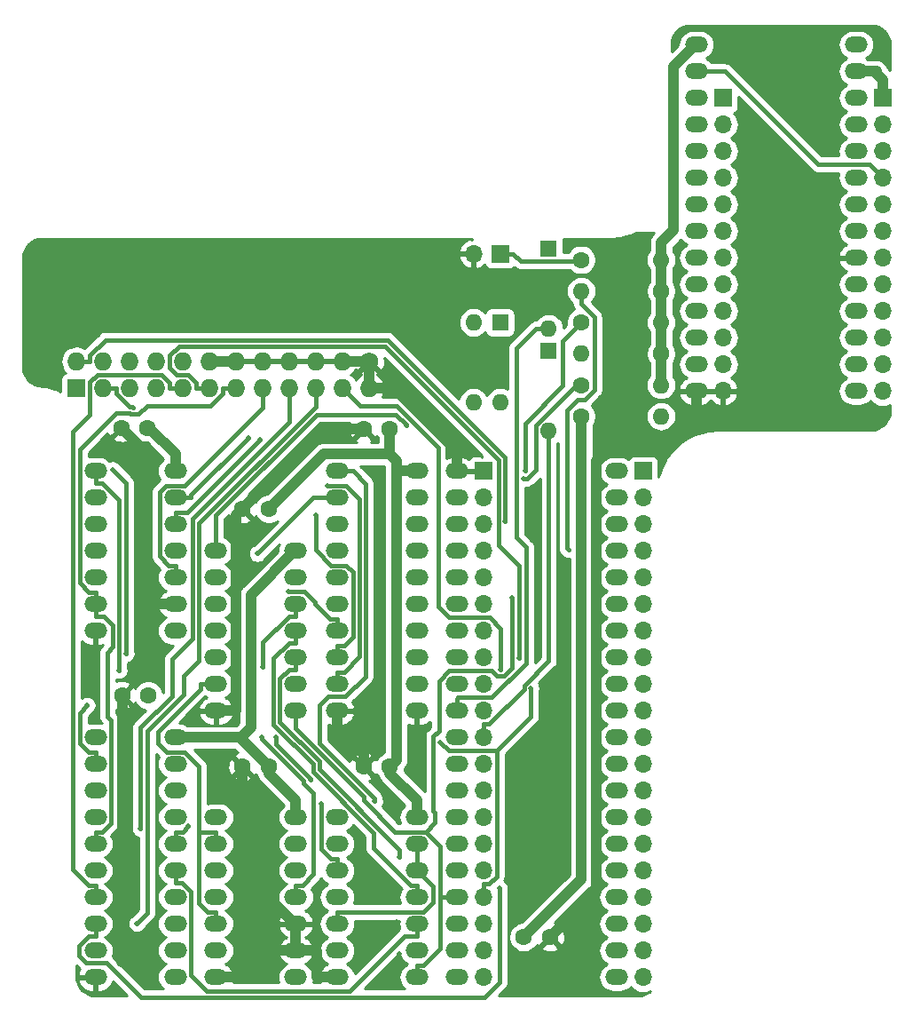
<source format=gtl>
G04 #@! TF.GenerationSoftware,KiCad,Pcbnew,(5.1.2-1)-1*
G04 #@! TF.CreationDate,2019-05-24T14:25:54+02:00*
G04 #@! TF.ProjectId,TriMod CBM Adapter (Standard Version),5472694d-6f64-4204-9342-4d2041646170,1.1*
G04 #@! TF.SameCoordinates,Original*
G04 #@! TF.FileFunction,Copper,L1,Top*
G04 #@! TF.FilePolarity,Positive*
%FSLAX46Y46*%
G04 Gerber Fmt 4.6, Leading zero omitted, Abs format (unit mm)*
G04 Created by KiCad (PCBNEW (5.1.2-1)-1) date 2019-05-24 14:25:54*
%MOMM*%
%LPD*%
G04 APERTURE LIST*
%ADD10C,1.727200*%
%ADD11O,1.727200X1.727200*%
%ADD12R,1.727200X1.727200*%
%ADD13C,1.600000*%
%ADD14O,1.600000X1.600000*%
%ADD15R,1.600000X1.600000*%
%ADD16R,1.700000X1.700000*%
%ADD17O,1.700000X1.700000*%
%ADD18O,2.200000X1.500000*%
%ADD19C,1.000000*%
%ADD20C,0.500000*%
%ADD21C,1.000000*%
%ADD22C,0.400000*%
%ADD23C,0.254000*%
G04 APERTURE END LIST*
D10*
X98310700Y-72110600D03*
D11*
X95770700Y-72110600D03*
X93230700Y-72110600D03*
X90690700Y-72110600D03*
X88150700Y-72110600D03*
X85610700Y-72110600D03*
X83070700Y-72110600D03*
X80530700Y-72110600D03*
X77990700Y-72110600D03*
X75450700Y-72110600D03*
X72910700Y-72110600D03*
X70370700Y-72110600D03*
X98310700Y-74650600D03*
X95770700Y-74650600D03*
X93230700Y-74650600D03*
X90690700Y-74650600D03*
X88150700Y-74650600D03*
X85610700Y-74650600D03*
X83070700Y-74650600D03*
X80530700Y-74650600D03*
X77990700Y-74650600D03*
X75450700Y-74650600D03*
X72910700Y-74650600D03*
D12*
X70370700Y-74650600D03*
D13*
X86233000Y-86169500D03*
X88733000Y-86169500D03*
X100290000Y-110744000D03*
X97790000Y-110744000D03*
X86233000Y-110744000D03*
X88733000Y-110744000D03*
X77176000Y-78422500D03*
X74676000Y-78422500D03*
X115570000Y-127000000D03*
X113070000Y-127000000D03*
X100290000Y-78549500D03*
X97790000Y-78549500D03*
X74739500Y-103950000D03*
X77239500Y-103950000D03*
D14*
X115443000Y-68961000D03*
D15*
X115443000Y-61341000D03*
X115443000Y-71120000D03*
D14*
X115443000Y-78740000D03*
D16*
X109220000Y-82550000D03*
D17*
X109220000Y-85090000D03*
X109220000Y-87630000D03*
X109220000Y-90170000D03*
X109220000Y-92710000D03*
X109220000Y-95250000D03*
X109220000Y-97790000D03*
X109220000Y-100330000D03*
X109220000Y-102870000D03*
X109220000Y-105410000D03*
X109220000Y-107950000D03*
X109220000Y-110490000D03*
X109220000Y-113030000D03*
X109220000Y-115570000D03*
X109220000Y-118110000D03*
X109220000Y-120650000D03*
X109220000Y-123190000D03*
X109220000Y-125730000D03*
X109220000Y-128270000D03*
X109220000Y-130810000D03*
D16*
X110808000Y-61849000D03*
D17*
X108268000Y-61849000D03*
D13*
X118554000Y-74358500D03*
D14*
X126174000Y-74358500D03*
D13*
X126174000Y-65405000D03*
D14*
X118554000Y-65405000D03*
X126174000Y-68389500D03*
D13*
X118554000Y-68389500D03*
D14*
X126174000Y-77343000D03*
D13*
X118554000Y-77343000D03*
X118554000Y-62420500D03*
D14*
X126174000Y-62420500D03*
D15*
X110808000Y-68389500D03*
D14*
X108268000Y-76009500D03*
X108268000Y-68389500D03*
X110808000Y-76009500D03*
D18*
X91313000Y-90170000D03*
X91313000Y-92710000D03*
X91313000Y-95250000D03*
X91313000Y-97790000D03*
X91313000Y-100330000D03*
X91313000Y-102870000D03*
X91313000Y-105410000D03*
X83693000Y-105410000D03*
X83693000Y-102870000D03*
X83693000Y-100330000D03*
X83693000Y-97790000D03*
X83693000Y-95250000D03*
X83693000Y-92710000D03*
X83693000Y-90170000D03*
X95250000Y-115570000D03*
X95250000Y-118110000D03*
X95250000Y-120650000D03*
X95250000Y-123190000D03*
X95250000Y-125730000D03*
X95250000Y-128270000D03*
X95250000Y-130810000D03*
X102870000Y-130810000D03*
X102870000Y-128270000D03*
X102870000Y-125730000D03*
X102870000Y-123190000D03*
X102870000Y-120650000D03*
X102870000Y-118110000D03*
X102870000Y-115570000D03*
X91313000Y-115570000D03*
X91313000Y-118110000D03*
X91313000Y-120650000D03*
X91313000Y-123190000D03*
X91313000Y-125730000D03*
X91313000Y-128270000D03*
X91313000Y-130810000D03*
X83693000Y-130810000D03*
X83693000Y-128270000D03*
X83693000Y-125730000D03*
X83693000Y-123190000D03*
X83693000Y-120650000D03*
X83693000Y-118110000D03*
X83693000Y-115570000D03*
X72199500Y-82550000D03*
X72199500Y-85090000D03*
X72199500Y-87630000D03*
X72199500Y-90170000D03*
X72199500Y-92710000D03*
X72199500Y-95250000D03*
X72199500Y-97790000D03*
X79819500Y-97790000D03*
X79819500Y-95250000D03*
X79819500Y-92710000D03*
X79819500Y-90170000D03*
X79819500Y-87630000D03*
X79819500Y-85090000D03*
X79819500Y-82550000D03*
X106680000Y-82550000D03*
X106680000Y-85090000D03*
X106680000Y-87630000D03*
X106680000Y-90170000D03*
X106680000Y-92710000D03*
X106680000Y-95250000D03*
X106680000Y-97790000D03*
X106680000Y-100330000D03*
X106680000Y-102870000D03*
X106680000Y-105410000D03*
X106680000Y-107950000D03*
X106680000Y-110490000D03*
X106680000Y-113030000D03*
X106680000Y-115570000D03*
X106680000Y-118110000D03*
X106680000Y-120650000D03*
X106680000Y-123190000D03*
X106680000Y-125730000D03*
X106680000Y-128270000D03*
X106680000Y-130810000D03*
X121920000Y-130810000D03*
X121920000Y-128270000D03*
X121920000Y-125730000D03*
X121920000Y-123190000D03*
X121920000Y-120650000D03*
X121920000Y-118110000D03*
X121920000Y-115570000D03*
X121920000Y-113030000D03*
X121920000Y-110490000D03*
X121920000Y-107950000D03*
X121920000Y-105410000D03*
X121920000Y-102870000D03*
X121920000Y-100330000D03*
X121920000Y-97790000D03*
X121920000Y-95250000D03*
X121920000Y-92710000D03*
X121920000Y-90170000D03*
X121920000Y-87630000D03*
X121920000Y-85090000D03*
X121920000Y-82550000D03*
X95250000Y-82550000D03*
X95250000Y-85090000D03*
X95250000Y-87630000D03*
X95250000Y-90170000D03*
X95250000Y-92710000D03*
X95250000Y-95250000D03*
X95250000Y-97790000D03*
X95250000Y-100330000D03*
X95250000Y-102870000D03*
X95250000Y-105410000D03*
X102870000Y-105410000D03*
X102870000Y-102870000D03*
X102870000Y-100330000D03*
X102870000Y-97790000D03*
X102870000Y-95250000D03*
X102870000Y-92710000D03*
X102870000Y-90170000D03*
X102870000Y-87630000D03*
X102870000Y-85090000D03*
X102870000Y-82550000D03*
X79819500Y-107950000D03*
X79819500Y-110490000D03*
X79819500Y-113030000D03*
X79819500Y-115570000D03*
X79819500Y-118110000D03*
X79819500Y-120650000D03*
X79819500Y-123190000D03*
X79819500Y-125730000D03*
X79819500Y-128270000D03*
X79819500Y-130810000D03*
X72199500Y-130810000D03*
X72199500Y-128270000D03*
X72199500Y-125730000D03*
X72199500Y-123190000D03*
X72199500Y-120650000D03*
X72199500Y-118110000D03*
X72199500Y-115570000D03*
X72199500Y-113030000D03*
X72199500Y-110490000D03*
X72199500Y-107950000D03*
D16*
X124460000Y-82550000D03*
D17*
X124460000Y-85090000D03*
X124460000Y-87630000D03*
X124460000Y-90170000D03*
X124460000Y-92710000D03*
X124460000Y-95250000D03*
X124460000Y-97790000D03*
X124460000Y-100330000D03*
X124460000Y-102870000D03*
X124460000Y-105410000D03*
X124460000Y-107950000D03*
X124460000Y-110490000D03*
X124460000Y-113030000D03*
X124460000Y-115570000D03*
X124460000Y-118110000D03*
X124460000Y-120650000D03*
X124460000Y-123190000D03*
X124460000Y-125730000D03*
X124460000Y-128270000D03*
X124460000Y-130810000D03*
D16*
X132080000Y-46990000D03*
D17*
X132080000Y-49530000D03*
X132080000Y-52070000D03*
X132080000Y-54610000D03*
X132080000Y-57150000D03*
X132080000Y-59690000D03*
X132080000Y-62230000D03*
X132080000Y-64770000D03*
X132080000Y-67310000D03*
X132080000Y-69850000D03*
X132080000Y-72390000D03*
X132080000Y-74930000D03*
X147320000Y-74930000D03*
X147320000Y-72390000D03*
X147320000Y-69850000D03*
X147320000Y-67310000D03*
X147320000Y-64770000D03*
X147320000Y-62230000D03*
X147320000Y-59690000D03*
X147320000Y-57150000D03*
X147320000Y-54610000D03*
X147320000Y-52070000D03*
X147320000Y-49530000D03*
D16*
X147320000Y-46990000D03*
D18*
X129540000Y-41910000D03*
X129540000Y-44450000D03*
X129540000Y-46990000D03*
X129540000Y-49530000D03*
X129540000Y-52070000D03*
X129540000Y-54610000D03*
X129540000Y-57150000D03*
X129540000Y-59690000D03*
X129540000Y-62230000D03*
X129540000Y-64770000D03*
X129540000Y-67310000D03*
X129540000Y-69850000D03*
X129540000Y-72390000D03*
X129540000Y-74930000D03*
X144780000Y-74930000D03*
X144780000Y-72390000D03*
X144780000Y-69850000D03*
X144780000Y-67310000D03*
X144780000Y-64770000D03*
X144780000Y-62230000D03*
X144780000Y-59690000D03*
X144780000Y-57150000D03*
X144780000Y-54610000D03*
X144780000Y-52070000D03*
X144780000Y-49530000D03*
X144780000Y-46990000D03*
X144780000Y-44450000D03*
X144780000Y-41910000D03*
D13*
X126174000Y-71374000D03*
D14*
X118554000Y-71374000D03*
D19*
X120083400Y-81499700D03*
X74661700Y-129323900D03*
X76407900Y-94427200D03*
D20*
X66888360Y-73106280D03*
X66690240Y-62280800D03*
X110053120Y-64597280D03*
X110454440Y-70637400D03*
X134680960Y-77642720D03*
X140421360Y-57597040D03*
X142636240Y-51953160D03*
X141630400Y-44196000D03*
X135285480Y-52054760D03*
X114787680Y-120599200D03*
X119969600Y-99049520D03*
X113441480Y-88000840D03*
X114584480Y-91633040D03*
X71597520Y-99806760D03*
X77833000Y-102209500D03*
X75879960Y-105867200D03*
X74802700Y-118750380D03*
X78389480Y-119405400D03*
X78216760Y-127091440D03*
X74041000Y-121330720D03*
X74061320Y-132212080D03*
X86959650Y-130673050D03*
X88026240Y-126365000D03*
X86233000Y-117856000D03*
X93314520Y-124841000D03*
X100639880Y-130947160D03*
X97449640Y-129296160D03*
X100919280Y-125506480D03*
X97663000Y-122488960D03*
X97317560Y-118374160D03*
X99227640Y-100385880D03*
X99374960Y-94112080D03*
X99161600Y-86253320D03*
X98927920Y-82570320D03*
X87980520Y-87924640D03*
X86741000Y-91821000D03*
X119969600Y-89575320D03*
X115488720Y-65506600D03*
X122555000Y-63698120D03*
X121244360Y-72903080D03*
X101193600Y-128574800D03*
X117335400Y-90042000D03*
X87914100Y-79541400D03*
X101858800Y-78243500D03*
X81075500Y-116376000D03*
X113747000Y-103276000D03*
X105114300Y-108407500D03*
X101192600Y-119380000D03*
X110840500Y-101450900D03*
X110738100Y-122342300D03*
X76159100Y-125691800D03*
X76461300Y-116607500D03*
X112613800Y-100365100D03*
X73850700Y-82436700D03*
X75125000Y-99996700D03*
X71395800Y-104902800D03*
X94309800Y-83939600D03*
X93189400Y-86784600D03*
X90602600Y-94001900D03*
X75808700Y-76490900D03*
X111295700Y-87345200D03*
X87648600Y-90436700D03*
X111912000Y-94599100D03*
X89450700Y-107914300D03*
X92743600Y-111981000D03*
X88054900Y-107919400D03*
X74469800Y-101553600D03*
X113018800Y-83309400D03*
X88161700Y-101224000D03*
X113194500Y-82566800D03*
X98829800Y-114065800D03*
X93717400Y-114268500D03*
X86763500Y-79374500D03*
D21*
X76407900Y-94427200D02*
X76407900Y-80154400D01*
X76407900Y-80154400D02*
X74676000Y-78422500D01*
X106680000Y-80949700D02*
X106680000Y-80637000D01*
X106680000Y-80637000D02*
X100693600Y-74650600D01*
X100693600Y-74650600D02*
X98310700Y-74650600D01*
X97790000Y-78549500D02*
X93853000Y-78549500D01*
X93853000Y-78549500D02*
X86233000Y-86169500D01*
X86233000Y-86169500D02*
X85643300Y-86759200D01*
X85643300Y-86759200D02*
X85643300Y-105410000D01*
X106680000Y-82550000D02*
X106680000Y-80949700D01*
X120083400Y-81499700D02*
X121977200Y-79605900D01*
X121977200Y-79605900D02*
X126464500Y-79605900D01*
X126464500Y-79605900D02*
X126464500Y-79605800D01*
X126464500Y-79605800D02*
X129540000Y-76530300D01*
X115570000Y-127000000D02*
X119969600Y-122600400D01*
X119969600Y-122600400D02*
X119969600Y-99049520D01*
X119969600Y-81613500D02*
X120083400Y-81499700D01*
X129540000Y-74930000D02*
X129540000Y-76530300D01*
X74739500Y-103950000D02*
X74802700Y-104013200D01*
X74802700Y-104013200D02*
X74802700Y-118750380D01*
X74802700Y-129182900D02*
X74661700Y-129323900D01*
X77869200Y-95250000D02*
X77046400Y-94427200D01*
X77046400Y-94427200D02*
X76407900Y-94427200D01*
X79819500Y-95250000D02*
X77869200Y-95250000D01*
X98310700Y-72110600D02*
X97484600Y-72110600D01*
X95770700Y-72110600D02*
X97484600Y-72110600D01*
X98310700Y-74650600D02*
X98310700Y-72110600D01*
X85610700Y-72110600D02*
X83070700Y-72110600D01*
X83693000Y-105410000D02*
X85643300Y-105410000D01*
X86233000Y-110744000D02*
X86233000Y-117856000D01*
X86233000Y-120726900D02*
X91236100Y-125730000D01*
X91236100Y-125730000D02*
X91313000Y-125730000D01*
X97790000Y-110744000D02*
X97790000Y-109550300D01*
X97790000Y-109550300D02*
X95250000Y-107010300D01*
X91313000Y-128270000D02*
X89362700Y-128270000D01*
X89362700Y-128270000D02*
X86959650Y-130673050D01*
X86822700Y-130810000D02*
X83693000Y-130810000D01*
X91313000Y-128270000D02*
X91313000Y-127330300D01*
X91313000Y-125730000D02*
X91313000Y-127330300D01*
X91313000Y-128270000D02*
X93263300Y-128270000D01*
X95250000Y-130810000D02*
X93299700Y-130810000D01*
X93299700Y-130810000D02*
X93299700Y-128306400D01*
X93299700Y-128306400D02*
X93263300Y-128270000D01*
X95250000Y-105410000D02*
X95250000Y-107010300D01*
X119969600Y-99049520D02*
X119969600Y-89575320D01*
X74802700Y-118750380D02*
X74802700Y-129182900D01*
X86959650Y-130673050D02*
X86822700Y-130810000D01*
X86233000Y-117856000D02*
X86233000Y-120726900D01*
X119969600Y-89575320D02*
X119969600Y-81613500D01*
X147320000Y-46990000D02*
X147320000Y-45289700D01*
X144780000Y-44450000D02*
X146730300Y-44450000D01*
X146730300Y-44450000D02*
X146730300Y-44700000D01*
X146730300Y-44700000D02*
X147320000Y-45289700D01*
X91313000Y-115570000D02*
X91313000Y-113969700D01*
X91313000Y-113969700D02*
X88733000Y-111389700D01*
X88733000Y-111389700D02*
X88733000Y-110744000D01*
X86079100Y-107950000D02*
X86079100Y-108090100D01*
X86079100Y-108090100D02*
X88733000Y-110744000D01*
X118554000Y-77343000D02*
X118554000Y-121516000D01*
X118554000Y-121516000D02*
X113070000Y-127000000D01*
X126174000Y-71374000D02*
X126174000Y-74358500D01*
X126174000Y-68389500D02*
X126174000Y-71374000D01*
X126174000Y-62420500D02*
X126174000Y-60770200D01*
X126174000Y-65405000D02*
X126174000Y-62420500D01*
X126174000Y-60770200D02*
X127373300Y-59570900D01*
X127373300Y-59570900D02*
X127373300Y-43985500D01*
X127373300Y-43985500D02*
X129448800Y-41910000D01*
X129448800Y-41910000D02*
X129540000Y-41910000D01*
X91313000Y-90170000D02*
X91231100Y-90170000D01*
X91231100Y-90170000D02*
X87023200Y-94377900D01*
X87023200Y-94377900D02*
X87023200Y-107005900D01*
X87023200Y-107005900D02*
X86079100Y-107950000D01*
X100290000Y-80940400D02*
X100908500Y-81558900D01*
X100908500Y-81558900D02*
X100908500Y-82550000D01*
X88733000Y-86169500D02*
X93962100Y-80940400D01*
X93962100Y-80940400D02*
X100290000Y-80940400D01*
X100290000Y-80940400D02*
X100290000Y-78549500D01*
X100908500Y-82550000D02*
X100908500Y-110125500D01*
X100908500Y-110125500D02*
X100290000Y-110744000D01*
X100919700Y-82550000D02*
X100908500Y-82550000D01*
X102870000Y-115570000D02*
X102870000Y-113969700D01*
X100290000Y-110744000D02*
X100290000Y-111389700D01*
X100290000Y-111389700D02*
X102870000Y-113969700D01*
X102870000Y-82550000D02*
X100919700Y-82550000D01*
X77176000Y-78422500D02*
X77292300Y-78422500D01*
X77292300Y-78422500D02*
X79819500Y-80949700D01*
X79819500Y-107950000D02*
X86079100Y-107950000D01*
X126174000Y-68389500D02*
X126174000Y-65405000D01*
X79819500Y-82550000D02*
X79819500Y-80949700D01*
D22*
X118554000Y-65405000D02*
X118554000Y-66605300D01*
X117335400Y-90042000D02*
X117153600Y-89860200D01*
X117153600Y-89860200D02*
X117153600Y-76793200D01*
X117153600Y-76793200D02*
X118201100Y-75745700D01*
X118201100Y-75745700D02*
X118880700Y-75745700D01*
X118880700Y-75745700D02*
X119791600Y-74834800D01*
X119791600Y-74834800D02*
X119791600Y-67842900D01*
X119791600Y-67842900D02*
X118554000Y-66605300D01*
X79819500Y-86479700D02*
X80975800Y-86479700D01*
X80975800Y-86479700D02*
X87914100Y-79541400D01*
X79819500Y-87630000D02*
X79819500Y-86479700D01*
X114242700Y-68961000D02*
X112368500Y-70835200D01*
X112368500Y-70835200D02*
X112368500Y-88908900D01*
X112368500Y-88908900D02*
X113282800Y-89823200D01*
X113282800Y-89823200D02*
X113282800Y-100859200D01*
X113282800Y-100859200D02*
X110015300Y-104126700D01*
X110015300Y-104126700D02*
X106813000Y-104126700D01*
X106813000Y-104126700D02*
X106680000Y-104259700D01*
X101858800Y-78243500D02*
X101858800Y-78150000D01*
X101858800Y-78150000D02*
X100870300Y-77161500D01*
X100870300Y-77161500D02*
X93311900Y-77161500D01*
X93311900Y-77161500D02*
X83693000Y-86780400D01*
X83693000Y-86780400D02*
X83693000Y-90170000D01*
X115443000Y-68961000D02*
X114242700Y-68961000D01*
X106680000Y-105410000D02*
X106680000Y-104259700D01*
X115443000Y-79940300D02*
X115443000Y-100660400D01*
X115443000Y-100660400D02*
X113096700Y-103006700D01*
X113096700Y-103006700D02*
X113096700Y-103370000D01*
X113096700Y-103370000D02*
X109767000Y-106699700D01*
X109767000Y-106699700D02*
X109220000Y-106699700D01*
X79819500Y-116959700D02*
X80491800Y-116959700D01*
X80491800Y-116959700D02*
X81075500Y-116376000D01*
X79819500Y-118110000D02*
X79819500Y-116959700D01*
X115443000Y-78740000D02*
X115443000Y-79940300D01*
X109220000Y-107950000D02*
X109220000Y-106699700D01*
X72199500Y-94099700D02*
X71552500Y-94099700D01*
X71552500Y-94099700D02*
X70689700Y-93236900D01*
X70689700Y-93236900D02*
X70689700Y-80488600D01*
X70689700Y-80488600D02*
X74159500Y-77018800D01*
X74159500Y-77018800D02*
X75417000Y-77018800D01*
X75417000Y-77018800D02*
X75542300Y-77144100D01*
X75542300Y-77144100D02*
X76331800Y-77144100D01*
X76331800Y-77144100D02*
X77143000Y-76332900D01*
X77143000Y-76332900D02*
X83188200Y-76332900D01*
X83188200Y-76332900D02*
X84346800Y-75174300D01*
X84346800Y-75174300D02*
X84346800Y-74650600D01*
X72199500Y-95250000D02*
X72199500Y-96400300D01*
X72199500Y-118110000D02*
X72199500Y-116959700D01*
X72199500Y-116959700D02*
X72846500Y-116959700D01*
X72846500Y-116959700D02*
X73701500Y-116104700D01*
X73701500Y-116104700D02*
X73701500Y-106307900D01*
X73701500Y-106307900D02*
X73345700Y-105952100D01*
X73345700Y-105952100D02*
X73345700Y-99848900D01*
X73345700Y-99848900D02*
X73869400Y-99325200D01*
X73869400Y-99325200D02*
X73869400Y-97243500D01*
X73869400Y-97243500D02*
X73026200Y-96400300D01*
X73026200Y-96400300D02*
X72199500Y-96400300D01*
X72199500Y-95250000D02*
X72199500Y-94099700D01*
X85610700Y-74650600D02*
X84346800Y-74650600D01*
X88150700Y-75914500D02*
X88150700Y-76476200D01*
X88150700Y-76476200D02*
X80700900Y-83926000D01*
X80700900Y-83926000D02*
X78957200Y-83926000D01*
X78957200Y-83926000D02*
X78307200Y-84576000D01*
X78307200Y-84576000D02*
X78307200Y-90694400D01*
X78307200Y-90694400D02*
X79172500Y-91559700D01*
X79172500Y-91559700D02*
X79819500Y-91559700D01*
X88150700Y-74650600D02*
X88150700Y-75914500D01*
X79819500Y-92710000D02*
X79819500Y-91559700D01*
X110470200Y-109220000D02*
X113747000Y-105943200D01*
X113747000Y-105943200D02*
X113747000Y-103276000D01*
X110470200Y-109220000D02*
X110471500Y-109221300D01*
X110471500Y-109221300D02*
X110471500Y-121206300D01*
X110471500Y-121206300D02*
X109738100Y-121939700D01*
X109738100Y-121939700D02*
X109220000Y-121939700D01*
X105114300Y-108407500D02*
X105926800Y-109220000D01*
X105926800Y-109220000D02*
X110470200Y-109220000D01*
X109220000Y-123190000D02*
X109220000Y-121939700D01*
X91313000Y-101480300D02*
X90666000Y-101480300D01*
X90666000Y-101480300D02*
X89794900Y-102351400D01*
X89794900Y-102351400D02*
X89794900Y-106489800D01*
X89794900Y-106489800D02*
X93547400Y-110242300D01*
X93547400Y-110242300D02*
X93547400Y-111016100D01*
X93547400Y-111016100D02*
X101192600Y-118661300D01*
X101192600Y-118661300D02*
X101192600Y-119380000D01*
X91313000Y-100330000D02*
X91313000Y-101480300D01*
X110840500Y-101450900D02*
X110840500Y-97578300D01*
X110840500Y-97578300D02*
X109782200Y-96520000D01*
X109782200Y-96520000D02*
X105936100Y-96520000D01*
X105936100Y-96520000D02*
X104874600Y-95458500D01*
X104874600Y-95458500D02*
X104874600Y-80316900D01*
X104874600Y-80316900D02*
X100900900Y-76343200D01*
X100900900Y-76343200D02*
X97463300Y-76343200D01*
X97463300Y-76343200D02*
X95770700Y-74650600D01*
X72199500Y-126880300D02*
X71552500Y-126880300D01*
X71552500Y-126880300D02*
X70645500Y-127787300D01*
X70645500Y-127787300D02*
X70645500Y-128774900D01*
X70645500Y-128774900D02*
X71304500Y-129433900D01*
X71304500Y-129433900D02*
X73259600Y-129433900D01*
X73259600Y-129433900D02*
X76575100Y-132749400D01*
X76575100Y-132749400D02*
X109304600Y-132749400D01*
X109304600Y-132749400D02*
X110738100Y-131315900D01*
X110738100Y-131315900D02*
X110738100Y-122342300D01*
X72199500Y-125730000D02*
X72199500Y-126880300D01*
X76159100Y-125691800D02*
X77153900Y-124697000D01*
X77153900Y-124697000D02*
X77153900Y-107303700D01*
X77153900Y-107303700D02*
X80631600Y-103826000D01*
X80631600Y-103826000D02*
X80631600Y-102069900D01*
X80631600Y-102069900D02*
X82070200Y-100631300D01*
X82070200Y-100631300D02*
X82070200Y-87554100D01*
X82070200Y-87554100D02*
X93230700Y-76393600D01*
X93230700Y-76393600D02*
X93230700Y-74650600D01*
X76461300Y-116607500D02*
X76461300Y-107029800D01*
X76461300Y-107029800D02*
X79495300Y-103995800D01*
X79495300Y-103995800D02*
X79495300Y-100468100D01*
X79495300Y-100468100D02*
X81469800Y-98493600D01*
X81469800Y-98493600D02*
X81469800Y-87129200D01*
X81469800Y-87129200D02*
X90690700Y-77908300D01*
X90690700Y-77908300D02*
X90690700Y-74650600D01*
X81806800Y-74650600D02*
X81806800Y-74126900D01*
X81806800Y-74126900D02*
X81060500Y-73380600D01*
X81060500Y-73380600D02*
X79960800Y-73380600D01*
X79960800Y-73380600D02*
X79266700Y-72686500D01*
X79266700Y-72686500D02*
X79266700Y-71533900D01*
X79266700Y-71533900D02*
X80153900Y-70646700D01*
X80153900Y-70646700D02*
X99800400Y-70646700D01*
X99800400Y-70646700D02*
X110638700Y-81485000D01*
X110638700Y-81485000D02*
X110638700Y-89611300D01*
X110638700Y-89611300D02*
X112613800Y-91586400D01*
X112613800Y-91586400D02*
X112613800Y-100365100D01*
X83070700Y-74650600D02*
X81806800Y-74650600D01*
X72199500Y-110490000D02*
X72199500Y-109339700D01*
X73850700Y-82436700D02*
X75125000Y-83711000D01*
X75125000Y-83711000D02*
X75125000Y-99996700D01*
X72199500Y-109339700D02*
X71552500Y-109339700D01*
X71552500Y-109339700D02*
X70699100Y-108486300D01*
X70699100Y-108486300D02*
X70699100Y-105599500D01*
X70699100Y-105599500D02*
X71395800Y-104902800D01*
X80530700Y-74650600D02*
X79266800Y-74650600D01*
X72199500Y-123190000D02*
X72199500Y-122039700D01*
X72199500Y-122039700D02*
X71552500Y-122039700D01*
X71552500Y-122039700D02*
X70069900Y-120557100D01*
X70069900Y-120557100D02*
X70069900Y-78767500D01*
X70069900Y-78767500D02*
X71634700Y-77202700D01*
X71634700Y-77202700D02*
X71634700Y-74102100D01*
X71634700Y-74102100D02*
X72362200Y-73374600D01*
X72362200Y-73374600D02*
X78514500Y-73374600D01*
X78514500Y-73374600D02*
X79266800Y-74126900D01*
X79266800Y-74126900D02*
X79266800Y-74650600D01*
X94309800Y-83939600D02*
X96076600Y-83939600D01*
X96076600Y-83939600D02*
X97353700Y-85216700D01*
X97353700Y-85216700D02*
X97353700Y-100263000D01*
X97353700Y-100263000D02*
X95897000Y-101719700D01*
X95897000Y-101719700D02*
X95250000Y-101719700D01*
X95250000Y-102870000D02*
X95250000Y-101719700D01*
X95250000Y-99179700D02*
X95897000Y-99179700D01*
X95897000Y-99179700D02*
X96753300Y-98323400D01*
X96753300Y-98323400D02*
X96753300Y-92184300D01*
X96753300Y-92184300D02*
X96128600Y-91559600D01*
X96128600Y-91559600D02*
X94654200Y-91559600D01*
X94654200Y-91559600D02*
X93189400Y-90094800D01*
X93189400Y-90094800D02*
X93189400Y-86784600D01*
X95250000Y-100330000D02*
X95250000Y-99179700D01*
X95250000Y-96639700D02*
X94584000Y-96639700D01*
X94584000Y-96639700D02*
X93161900Y-95217600D01*
X93161900Y-95217600D02*
X93161900Y-95056100D01*
X93161900Y-95056100D02*
X92107700Y-94001900D01*
X92107700Y-94001900D02*
X90602600Y-94001900D01*
X95250000Y-97790000D02*
X95250000Y-96639700D01*
X75808700Y-76490900D02*
X75736200Y-76418400D01*
X75736200Y-76418400D02*
X75418700Y-76418400D01*
X75418700Y-76418400D02*
X74174600Y-75174300D01*
X74174600Y-75174300D02*
X74174600Y-74650600D01*
X72910700Y-74650600D02*
X74174600Y-74650600D01*
X71634600Y-72110600D02*
X71634600Y-71557600D01*
X71634600Y-71557600D02*
X73149400Y-70042800D01*
X73149400Y-70042800D02*
X100045600Y-70042800D01*
X100045600Y-70042800D02*
X111295700Y-81292900D01*
X111295700Y-81292900D02*
X111295700Y-87345200D01*
X70370700Y-72110600D02*
X71634600Y-72110600D01*
X95250000Y-85090000D02*
X92995300Y-85090000D01*
X92995300Y-85090000D02*
X87648600Y-90436700D01*
X102870000Y-123190000D02*
X102870000Y-122039700D01*
X91313000Y-98940300D02*
X90666000Y-98940300D01*
X90666000Y-98940300D02*
X89194500Y-100411800D01*
X89194500Y-100411800D02*
X89194500Y-106738300D01*
X89194500Y-106738300D02*
X92947100Y-110490900D01*
X92947100Y-110490900D02*
X92947100Y-111264700D01*
X92947100Y-111264700D02*
X98746500Y-117064100D01*
X98746500Y-117064100D02*
X98746500Y-118536200D01*
X98746500Y-118536200D02*
X102250000Y-122039700D01*
X102250000Y-122039700D02*
X102870000Y-122039700D01*
X91313000Y-97790000D02*
X91313000Y-98940300D01*
X91313000Y-106560300D02*
X91313000Y-107083900D01*
X91313000Y-107083900D02*
X97817300Y-113588200D01*
X97817300Y-113588200D02*
X97817300Y-113972900D01*
X97817300Y-113972900D02*
X100790400Y-116946000D01*
X100790400Y-116946000D02*
X103684700Y-116946000D01*
X111912000Y-94599100D02*
X111912000Y-101345100D01*
X111912000Y-101345100D02*
X111154400Y-102102700D01*
X111154400Y-102102700D02*
X110486300Y-102102700D01*
X110486300Y-102102700D02*
X109983600Y-101600000D01*
X109983600Y-101600000D02*
X105960600Y-101600000D01*
X105960600Y-101600000D02*
X104959500Y-102601100D01*
X104959500Y-102601100D02*
X104959500Y-107310700D01*
X104959500Y-107310700D02*
X104439200Y-107831000D01*
X104439200Y-107831000D02*
X104439200Y-114943500D01*
X104439200Y-114943500D02*
X104583000Y-115087300D01*
X104583000Y-115087300D02*
X104583000Y-116047700D01*
X104583000Y-116047700D02*
X103684700Y-116946000D01*
X105052500Y-123190000D02*
X105052500Y-118313800D01*
X105052500Y-118313800D02*
X103684700Y-116946000D01*
X102870000Y-129659700D02*
X103490000Y-129659700D01*
X103490000Y-129659700D02*
X105052500Y-128097200D01*
X105052500Y-128097200D02*
X105052500Y-123190000D01*
X105179700Y-123190000D02*
X105052500Y-123190000D01*
X106680000Y-123190000D02*
X105179700Y-123190000D01*
X91313000Y-105410000D02*
X91313000Y-106560300D01*
X102870000Y-130810000D02*
X102870000Y-129659700D01*
X89450700Y-107914300D02*
X89450700Y-108617200D01*
X89450700Y-108617200D02*
X92743600Y-111910100D01*
X92743600Y-111910100D02*
X92743600Y-111981000D01*
X95250000Y-125730000D02*
X95250000Y-124579700D01*
X95250000Y-124579700D02*
X103475700Y-124579700D01*
X103475700Y-124579700D02*
X104398600Y-123656800D01*
X104398600Y-123656800D02*
X104398600Y-122178600D01*
X104398600Y-122178600D02*
X102870000Y-120650000D01*
X102870000Y-118110000D02*
X102870000Y-120650000D01*
X102870000Y-125730000D02*
X102870000Y-126880300D01*
X79819500Y-120650000D02*
X79819500Y-121800300D01*
X79819500Y-121800300D02*
X80466500Y-121800300D01*
X80466500Y-121800300D02*
X81319900Y-122653700D01*
X81319900Y-122653700D02*
X81319900Y-130651600D01*
X81319900Y-130651600D02*
X82817300Y-132149000D01*
X82817300Y-132149000D02*
X96451000Y-132149000D01*
X96451000Y-132149000D02*
X101719700Y-126880300D01*
X101719700Y-126880300D02*
X102870000Y-126880300D01*
X91313000Y-123190000D02*
X91313000Y-122039700D01*
X88054900Y-107919400D02*
X88054900Y-108070500D01*
X88054900Y-108070500D02*
X92063100Y-112078700D01*
X92063100Y-112078700D02*
X92063100Y-112331100D01*
X92063100Y-112331100D02*
X92965100Y-113233100D01*
X92965100Y-113233100D02*
X92965100Y-121007600D01*
X92965100Y-121007600D02*
X91933000Y-122039700D01*
X91933000Y-122039700D02*
X91313000Y-122039700D01*
X72199500Y-83700300D02*
X72819500Y-83700300D01*
X72819500Y-83700300D02*
X74469800Y-85350600D01*
X74469800Y-85350600D02*
X74469800Y-101553600D01*
X72199500Y-82550000D02*
X72199500Y-83700300D01*
X118554000Y-74358500D02*
X118076400Y-74358500D01*
X118076400Y-74358500D02*
X114219200Y-78215700D01*
X114219200Y-78215700D02*
X114219200Y-82462000D01*
X114219200Y-82462000D02*
X113371800Y-83309400D01*
X113371800Y-83309400D02*
X113018800Y-83309400D01*
X91313000Y-95250000D02*
X91313000Y-96400300D01*
X91313000Y-96400300D02*
X90666000Y-96400300D01*
X90666000Y-96400300D02*
X88161700Y-98904600D01*
X88161700Y-98904600D02*
X88161700Y-101224000D01*
X82034400Y-116959700D02*
X82034400Y-123747800D01*
X82034400Y-123747800D02*
X82866300Y-124579700D01*
X82866300Y-124579700D02*
X83693000Y-124579700D01*
X82192700Y-102870000D02*
X82192700Y-103355100D01*
X82192700Y-103355100D02*
X78149100Y-107398700D01*
X78149100Y-107398700D02*
X78149100Y-108484800D01*
X78149100Y-108484800D02*
X78990300Y-109326000D01*
X78990300Y-109326000D02*
X80664700Y-109326000D01*
X80664700Y-109326000D02*
X82034400Y-110695700D01*
X82034400Y-110695700D02*
X82034400Y-116959700D01*
X82034400Y-116959700D02*
X83693000Y-116959700D01*
X83693000Y-125730000D02*
X83693000Y-124579700D01*
X83693000Y-118110000D02*
X83693000Y-116959700D01*
X83693000Y-102870000D02*
X82192700Y-102870000D01*
X110808000Y-61849000D02*
X112058300Y-61849000D01*
X118554000Y-62420500D02*
X118417600Y-62556900D01*
X118417600Y-62556900D02*
X112766200Y-62556900D01*
X112766200Y-62556900D02*
X112058300Y-61849000D01*
X129540000Y-44450000D02*
X132281200Y-44450000D01*
X132281200Y-44450000D02*
X141171200Y-53340000D01*
X141171200Y-53340000D02*
X146050000Y-53340000D01*
X146050000Y-53340000D02*
X147320000Y-54610000D01*
X113194500Y-82566800D02*
X113194500Y-78020400D01*
X113194500Y-78020400D02*
X116786100Y-74428800D01*
X116786100Y-74428800D02*
X116786100Y-70157400D01*
X116786100Y-70157400D02*
X118554000Y-68389500D01*
X95250000Y-82550000D02*
X96750300Y-82550000D01*
X96750300Y-82550000D02*
X97960500Y-83760200D01*
X97960500Y-83760200D02*
X97960500Y-102137700D01*
X97960500Y-102137700D02*
X96064300Y-104033900D01*
X96064300Y-104033900D02*
X94425000Y-104033900D01*
X94425000Y-104033900D02*
X93587300Y-104871600D01*
X93587300Y-104871600D02*
X93587300Y-108509000D01*
X93587300Y-108509000D02*
X98829800Y-113751500D01*
X98829800Y-113751500D02*
X98829800Y-114065800D01*
X95250000Y-119499700D02*
X94630000Y-119499700D01*
X94630000Y-119499700D02*
X93717400Y-118587100D01*
X93717400Y-118587100D02*
X93717400Y-114268500D01*
X95250000Y-120650000D02*
X95250000Y-119499700D01*
X86763500Y-79374500D02*
X81319800Y-84818200D01*
X81319800Y-84818200D02*
X81319800Y-85090000D01*
X79819500Y-85090000D02*
X81319800Y-85090000D01*
D23*
G36*
X140551763Y-53901432D02*
G01*
X140577909Y-53933291D01*
X140609768Y-53959437D01*
X140609770Y-53959439D01*
X140633704Y-53979081D01*
X140705054Y-54037636D01*
X140850113Y-54115172D01*
X141007511Y-54162918D01*
X141130181Y-54175000D01*
X141130182Y-54175000D01*
X141171200Y-54179040D01*
X141212218Y-54175000D01*
X143114635Y-54175000D01*
X143065040Y-54338493D01*
X143038299Y-54610000D01*
X143065040Y-54881507D01*
X143144236Y-55142581D01*
X143272843Y-55383188D01*
X143445919Y-55594081D01*
X143656812Y-55767157D01*
X143867927Y-55880000D01*
X143656812Y-55992843D01*
X143445919Y-56165919D01*
X143272843Y-56376812D01*
X143144236Y-56617419D01*
X143065040Y-56878493D01*
X143038299Y-57150000D01*
X143065040Y-57421507D01*
X143144236Y-57682581D01*
X143272843Y-57923188D01*
X143445919Y-58134081D01*
X143656812Y-58307157D01*
X143867927Y-58420000D01*
X143656812Y-58532843D01*
X143445919Y-58705919D01*
X143272843Y-58916812D01*
X143144236Y-59157419D01*
X143065040Y-59418493D01*
X143038299Y-59690000D01*
X143065040Y-59961507D01*
X143144236Y-60222581D01*
X143272843Y-60463188D01*
X143445919Y-60674081D01*
X143656812Y-60847157D01*
X143872578Y-60962486D01*
X143782651Y-60999028D01*
X143554939Y-61148972D01*
X143360855Y-61340460D01*
X143207858Y-61566132D01*
X143101827Y-61817316D01*
X143087682Y-61888815D01*
X143210344Y-62103000D01*
X144653000Y-62103000D01*
X144653000Y-62083000D01*
X144907000Y-62083000D01*
X144907000Y-62103000D01*
X144927000Y-62103000D01*
X144927000Y-62357000D01*
X144907000Y-62357000D01*
X144907000Y-62377000D01*
X144653000Y-62377000D01*
X144653000Y-62357000D01*
X143210344Y-62357000D01*
X143087682Y-62571185D01*
X143101827Y-62642684D01*
X143207858Y-62893868D01*
X143360855Y-63119540D01*
X143554939Y-63311028D01*
X143782651Y-63460972D01*
X143872578Y-63497514D01*
X143656812Y-63612843D01*
X143445919Y-63785919D01*
X143272843Y-63996812D01*
X143144236Y-64237419D01*
X143065040Y-64498493D01*
X143038299Y-64770000D01*
X143065040Y-65041507D01*
X143144236Y-65302581D01*
X143272843Y-65543188D01*
X143445919Y-65754081D01*
X143656812Y-65927157D01*
X143867927Y-66040000D01*
X143656812Y-66152843D01*
X143445919Y-66325919D01*
X143272843Y-66536812D01*
X143144236Y-66777419D01*
X143065040Y-67038493D01*
X143038299Y-67310000D01*
X143065040Y-67581507D01*
X143144236Y-67842581D01*
X143272843Y-68083188D01*
X143445919Y-68294081D01*
X143656812Y-68467157D01*
X143867927Y-68580000D01*
X143656812Y-68692843D01*
X143445919Y-68865919D01*
X143272843Y-69076812D01*
X143144236Y-69317419D01*
X143065040Y-69578493D01*
X143038299Y-69850000D01*
X143065040Y-70121507D01*
X143144236Y-70382581D01*
X143272843Y-70623188D01*
X143445919Y-70834081D01*
X143656812Y-71007157D01*
X143867927Y-71120000D01*
X143656812Y-71232843D01*
X143445919Y-71405919D01*
X143272843Y-71616812D01*
X143144236Y-71857419D01*
X143065040Y-72118493D01*
X143038299Y-72390000D01*
X143065040Y-72661507D01*
X143144236Y-72922581D01*
X143272843Y-73163188D01*
X143445919Y-73374081D01*
X143656812Y-73547157D01*
X143867927Y-73660000D01*
X143656812Y-73772843D01*
X143445919Y-73945919D01*
X143272843Y-74156812D01*
X143144236Y-74397419D01*
X143065040Y-74658493D01*
X143038299Y-74930000D01*
X143065040Y-75201507D01*
X143144236Y-75462581D01*
X143272843Y-75703188D01*
X143445919Y-75914081D01*
X143656812Y-76087157D01*
X143897419Y-76215764D01*
X144158493Y-76294960D01*
X144361963Y-76315000D01*
X145198037Y-76315000D01*
X145401507Y-76294960D01*
X145662581Y-76215764D01*
X145903188Y-76087157D01*
X146114081Y-75914081D01*
X146160318Y-75857742D01*
X146264866Y-75985134D01*
X146490986Y-76170706D01*
X146748966Y-76308599D01*
X147028889Y-76393513D01*
X147247050Y-76415000D01*
X147392950Y-76415000D01*
X147611111Y-76393513D01*
X147891034Y-76308599D01*
X148007000Y-76246614D01*
X148007000Y-76779960D01*
X147968809Y-77169464D01*
X147865771Y-77510743D01*
X147698409Y-77825505D01*
X147473097Y-78101763D01*
X147198418Y-78328997D01*
X146884838Y-78498549D01*
X146544288Y-78603967D01*
X146156928Y-78644680D01*
X131537123Y-78644680D01*
X131511195Y-78647234D01*
X130777898Y-78701084D01*
X130761359Y-78703792D01*
X130744601Y-78704319D01*
X130664152Y-78718794D01*
X129785941Y-78929633D01*
X129764767Y-78936759D01*
X129742918Y-78941403D01*
X129666323Y-78969889D01*
X129666305Y-78969895D01*
X129666300Y-78969898D01*
X128839308Y-79332922D01*
X128819735Y-79343682D01*
X128799049Y-79352124D01*
X128728702Y-79393728D01*
X128728692Y-79393733D01*
X128728691Y-79393734D01*
X127979053Y-79897470D01*
X127961694Y-79911527D01*
X127942831Y-79923498D01*
X127880954Y-79976909D01*
X127232367Y-80605433D01*
X127217770Y-80622344D01*
X127201326Y-80637465D01*
X127149896Y-80700976D01*
X127149886Y-80700988D01*
X127149885Y-80700990D01*
X126622851Y-81434436D01*
X126611480Y-81453663D01*
X126597974Y-81471457D01*
X126558596Y-81543086D01*
X126169772Y-82358270D01*
X126161984Y-82379211D01*
X126151843Y-82399114D01*
X126125778Y-82476564D01*
X126125771Y-82476583D01*
X126125771Y-82476585D01*
X125948072Y-83126143D01*
X125948072Y-81700000D01*
X125935812Y-81575518D01*
X125899502Y-81455820D01*
X125840537Y-81345506D01*
X125761185Y-81248815D01*
X125664494Y-81169463D01*
X125554180Y-81110498D01*
X125434482Y-81074188D01*
X125310000Y-81061928D01*
X123610000Y-81061928D01*
X123485518Y-81074188D01*
X123365820Y-81110498D01*
X123255506Y-81169463D01*
X123158815Y-81248815D01*
X123079463Y-81345506D01*
X123050815Y-81399102D01*
X123043188Y-81392843D01*
X122802581Y-81264236D01*
X122541507Y-81185040D01*
X122338037Y-81165000D01*
X121501963Y-81165000D01*
X121298493Y-81185040D01*
X121037419Y-81264236D01*
X120796812Y-81392843D01*
X120585919Y-81565919D01*
X120412843Y-81776812D01*
X120284236Y-82017419D01*
X120205040Y-82278493D01*
X120178299Y-82550000D01*
X120205040Y-82821507D01*
X120284236Y-83082581D01*
X120412843Y-83323188D01*
X120585919Y-83534081D01*
X120796812Y-83707157D01*
X121007927Y-83820000D01*
X120796812Y-83932843D01*
X120585919Y-84105919D01*
X120412843Y-84316812D01*
X120284236Y-84557419D01*
X120205040Y-84818493D01*
X120178299Y-85090000D01*
X120205040Y-85361507D01*
X120284236Y-85622581D01*
X120412843Y-85863188D01*
X120585919Y-86074081D01*
X120796812Y-86247157D01*
X121007927Y-86360000D01*
X120796812Y-86472843D01*
X120585919Y-86645919D01*
X120412843Y-86856812D01*
X120284236Y-87097419D01*
X120205040Y-87358493D01*
X120178299Y-87630000D01*
X120205040Y-87901507D01*
X120284236Y-88162581D01*
X120412843Y-88403188D01*
X120585919Y-88614081D01*
X120796812Y-88787157D01*
X121007927Y-88900000D01*
X120796812Y-89012843D01*
X120585919Y-89185919D01*
X120412843Y-89396812D01*
X120284236Y-89637419D01*
X120205040Y-89898493D01*
X120178299Y-90170000D01*
X120205040Y-90441507D01*
X120284236Y-90702581D01*
X120412843Y-90943188D01*
X120585919Y-91154081D01*
X120796812Y-91327157D01*
X121007927Y-91440000D01*
X120796812Y-91552843D01*
X120585919Y-91725919D01*
X120412843Y-91936812D01*
X120284236Y-92177419D01*
X120205040Y-92438493D01*
X120178299Y-92710000D01*
X120205040Y-92981507D01*
X120284236Y-93242581D01*
X120412843Y-93483188D01*
X120585919Y-93694081D01*
X120796812Y-93867157D01*
X121007927Y-93980000D01*
X120796812Y-94092843D01*
X120585919Y-94265919D01*
X120412843Y-94476812D01*
X120284236Y-94717419D01*
X120205040Y-94978493D01*
X120178299Y-95250000D01*
X120205040Y-95521507D01*
X120284236Y-95782581D01*
X120412843Y-96023188D01*
X120585919Y-96234081D01*
X120796812Y-96407157D01*
X121007927Y-96520000D01*
X120796812Y-96632843D01*
X120585919Y-96805919D01*
X120412843Y-97016812D01*
X120284236Y-97257419D01*
X120205040Y-97518493D01*
X120178299Y-97790000D01*
X120205040Y-98061507D01*
X120284236Y-98322581D01*
X120412843Y-98563188D01*
X120585919Y-98774081D01*
X120796812Y-98947157D01*
X121007927Y-99060000D01*
X120796812Y-99172843D01*
X120585919Y-99345919D01*
X120412843Y-99556812D01*
X120284236Y-99797419D01*
X120205040Y-100058493D01*
X120178299Y-100330000D01*
X120205040Y-100601507D01*
X120284236Y-100862581D01*
X120412843Y-101103188D01*
X120585919Y-101314081D01*
X120796812Y-101487157D01*
X121007927Y-101600000D01*
X120796812Y-101712843D01*
X120585919Y-101885919D01*
X120412843Y-102096812D01*
X120284236Y-102337419D01*
X120205040Y-102598493D01*
X120178299Y-102870000D01*
X120205040Y-103141507D01*
X120284236Y-103402581D01*
X120412843Y-103643188D01*
X120585919Y-103854081D01*
X120796812Y-104027157D01*
X121007927Y-104140000D01*
X120796812Y-104252843D01*
X120585919Y-104425919D01*
X120412843Y-104636812D01*
X120284236Y-104877419D01*
X120205040Y-105138493D01*
X120178299Y-105410000D01*
X120205040Y-105681507D01*
X120284236Y-105942581D01*
X120412843Y-106183188D01*
X120585919Y-106394081D01*
X120796812Y-106567157D01*
X121007927Y-106680000D01*
X120796812Y-106792843D01*
X120585919Y-106965919D01*
X120412843Y-107176812D01*
X120284236Y-107417419D01*
X120205040Y-107678493D01*
X120178299Y-107950000D01*
X120205040Y-108221507D01*
X120284236Y-108482581D01*
X120412843Y-108723188D01*
X120585919Y-108934081D01*
X120796812Y-109107157D01*
X121007927Y-109220000D01*
X120796812Y-109332843D01*
X120585919Y-109505919D01*
X120412843Y-109716812D01*
X120284236Y-109957419D01*
X120205040Y-110218493D01*
X120178299Y-110490000D01*
X120205040Y-110761507D01*
X120284236Y-111022581D01*
X120412843Y-111263188D01*
X120585919Y-111474081D01*
X120796812Y-111647157D01*
X121007927Y-111760000D01*
X120796812Y-111872843D01*
X120585919Y-112045919D01*
X120412843Y-112256812D01*
X120284236Y-112497419D01*
X120205040Y-112758493D01*
X120178299Y-113030000D01*
X120205040Y-113301507D01*
X120284236Y-113562581D01*
X120412843Y-113803188D01*
X120585919Y-114014081D01*
X120796812Y-114187157D01*
X121007927Y-114300000D01*
X120796812Y-114412843D01*
X120585919Y-114585919D01*
X120412843Y-114796812D01*
X120284236Y-115037419D01*
X120205040Y-115298493D01*
X120178299Y-115570000D01*
X120205040Y-115841507D01*
X120284236Y-116102581D01*
X120412843Y-116343188D01*
X120585919Y-116554081D01*
X120796812Y-116727157D01*
X121007927Y-116840000D01*
X120796812Y-116952843D01*
X120585919Y-117125919D01*
X120412843Y-117336812D01*
X120284236Y-117577419D01*
X120205040Y-117838493D01*
X120178299Y-118110000D01*
X120205040Y-118381507D01*
X120284236Y-118642581D01*
X120412843Y-118883188D01*
X120585919Y-119094081D01*
X120796812Y-119267157D01*
X121007927Y-119380000D01*
X120796812Y-119492843D01*
X120585919Y-119665919D01*
X120412843Y-119876812D01*
X120284236Y-120117419D01*
X120205040Y-120378493D01*
X120178299Y-120650000D01*
X120205040Y-120921507D01*
X120284236Y-121182581D01*
X120412843Y-121423188D01*
X120585919Y-121634081D01*
X120796812Y-121807157D01*
X121007927Y-121920000D01*
X120796812Y-122032843D01*
X120585919Y-122205919D01*
X120412843Y-122416812D01*
X120284236Y-122657419D01*
X120205040Y-122918493D01*
X120178299Y-123190000D01*
X120205040Y-123461507D01*
X120284236Y-123722581D01*
X120412843Y-123963188D01*
X120585919Y-124174081D01*
X120796812Y-124347157D01*
X121007927Y-124460000D01*
X120796812Y-124572843D01*
X120585919Y-124745919D01*
X120412843Y-124956812D01*
X120284236Y-125197419D01*
X120205040Y-125458493D01*
X120178299Y-125730000D01*
X120205040Y-126001507D01*
X120284236Y-126262581D01*
X120412843Y-126503188D01*
X120585919Y-126714081D01*
X120796812Y-126887157D01*
X121007927Y-127000000D01*
X120796812Y-127112843D01*
X120585919Y-127285919D01*
X120412843Y-127496812D01*
X120284236Y-127737419D01*
X120205040Y-127998493D01*
X120178299Y-128270000D01*
X120205040Y-128541507D01*
X120284236Y-128802581D01*
X120412843Y-129043188D01*
X120585919Y-129254081D01*
X120796812Y-129427157D01*
X121007927Y-129540000D01*
X120796812Y-129652843D01*
X120585919Y-129825919D01*
X120412843Y-130036812D01*
X120284236Y-130277419D01*
X120205040Y-130538493D01*
X120178299Y-130810000D01*
X120205040Y-131081507D01*
X120284236Y-131342581D01*
X120412843Y-131583188D01*
X120585919Y-131794081D01*
X120796812Y-131967157D01*
X121037419Y-132095764D01*
X121298493Y-132174960D01*
X121501963Y-132195000D01*
X122338037Y-132195000D01*
X122541507Y-132174960D01*
X122802581Y-132095764D01*
X123043188Y-131967157D01*
X123254081Y-131794081D01*
X123300318Y-131737742D01*
X123404866Y-131865134D01*
X123630986Y-132050706D01*
X123888966Y-132188599D01*
X124168889Y-132273513D01*
X124387050Y-132295000D01*
X124532950Y-132295000D01*
X124751111Y-132273513D01*
X125031034Y-132188599D01*
X125114905Y-132143769D01*
X124973418Y-132260817D01*
X124659838Y-132430369D01*
X124319288Y-132535787D01*
X123931928Y-132576500D01*
X110658368Y-132576500D01*
X111299528Y-131935340D01*
X111331391Y-131909191D01*
X111435736Y-131782046D01*
X111513272Y-131636987D01*
X111561018Y-131479589D01*
X111573100Y-131356919D01*
X111573100Y-131356918D01*
X111577140Y-131315901D01*
X111573100Y-131274882D01*
X111573100Y-122639048D01*
X111589090Y-122600445D01*
X111623100Y-122429465D01*
X111623100Y-122255135D01*
X111589090Y-122084155D01*
X111522377Y-121923095D01*
X111425524Y-121778145D01*
X111302255Y-121654876D01*
X111211088Y-121593960D01*
X111246672Y-121527387D01*
X111294418Y-121369989D01*
X111306500Y-121247319D01*
X111306500Y-121247317D01*
X111310540Y-121206301D01*
X111306500Y-121165285D01*
X111306500Y-109564567D01*
X114308428Y-106562640D01*
X114340291Y-106536491D01*
X114444636Y-106409346D01*
X114522172Y-106264287D01*
X114569918Y-106106889D01*
X114582000Y-105984219D01*
X114582000Y-105984218D01*
X114586040Y-105943201D01*
X114582000Y-105902182D01*
X114582000Y-103572748D01*
X114597990Y-103534145D01*
X114632000Y-103363165D01*
X114632000Y-103188835D01*
X114597990Y-103017855D01*
X114531277Y-102856795D01*
X114489699Y-102794569D01*
X116004427Y-101279841D01*
X116036291Y-101253691D01*
X116140636Y-101126546D01*
X116218172Y-100981487D01*
X116265918Y-100824089D01*
X116278000Y-100701419D01*
X116278000Y-100701409D01*
X116282039Y-100660401D01*
X116278000Y-100619393D01*
X116278000Y-79911112D01*
X116318601Y-79877792D01*
X116318600Y-89819181D01*
X116314560Y-89860200D01*
X116330052Y-90017495D01*
X116330682Y-90023888D01*
X116378428Y-90181286D01*
X116455964Y-90326345D01*
X116535310Y-90423030D01*
X116551123Y-90461205D01*
X116647976Y-90606155D01*
X116771245Y-90729424D01*
X116916195Y-90826277D01*
X117077255Y-90892990D01*
X117248235Y-90927000D01*
X117419000Y-90927000D01*
X117419001Y-121045867D01*
X112892719Y-125572150D01*
X112651426Y-125620147D01*
X112390273Y-125728320D01*
X112155241Y-125885363D01*
X111955363Y-126085241D01*
X111798320Y-126320273D01*
X111690147Y-126581426D01*
X111635000Y-126858665D01*
X111635000Y-127141335D01*
X111690147Y-127418574D01*
X111798320Y-127679727D01*
X111955363Y-127914759D01*
X112155241Y-128114637D01*
X112390273Y-128271680D01*
X112651426Y-128379853D01*
X112928665Y-128435000D01*
X113211335Y-128435000D01*
X113488574Y-128379853D01*
X113749727Y-128271680D01*
X113984759Y-128114637D01*
X114106694Y-127992702D01*
X114756903Y-127992702D01*
X114828486Y-128236671D01*
X115083996Y-128357571D01*
X115358184Y-128426300D01*
X115640512Y-128440217D01*
X115920130Y-128398787D01*
X116186292Y-128303603D01*
X116311514Y-128236671D01*
X116383097Y-127992702D01*
X115570000Y-127179605D01*
X114756903Y-127992702D01*
X114106694Y-127992702D01*
X114184637Y-127914759D01*
X114318692Y-127714131D01*
X114333329Y-127741514D01*
X114577298Y-127813097D01*
X115390395Y-127000000D01*
X115749605Y-127000000D01*
X116562702Y-127813097D01*
X116806671Y-127741514D01*
X116927571Y-127486004D01*
X116996300Y-127211816D01*
X117010217Y-126929488D01*
X116968787Y-126649870D01*
X116873603Y-126383708D01*
X116806671Y-126258486D01*
X116562702Y-126186903D01*
X115749605Y-127000000D01*
X115390395Y-127000000D01*
X115376253Y-126985858D01*
X115555858Y-126806253D01*
X115570000Y-126820395D01*
X116383097Y-126007298D01*
X116311514Y-125763329D01*
X116056004Y-125642429D01*
X116037373Y-125637759D01*
X119317141Y-122357991D01*
X119360449Y-122322449D01*
X119502284Y-122149623D01*
X119607676Y-121952447D01*
X119660550Y-121778145D01*
X119672577Y-121738500D01*
X119675876Y-121705000D01*
X119689000Y-121571752D01*
X119689000Y-121571745D01*
X119694490Y-121516001D01*
X119689000Y-121460257D01*
X119689000Y-78227284D01*
X119825680Y-78022727D01*
X119933853Y-77761574D01*
X119989000Y-77484335D01*
X119989000Y-77343000D01*
X124732057Y-77343000D01*
X124759764Y-77624309D01*
X124841818Y-77894808D01*
X124975068Y-78144101D01*
X125154392Y-78362608D01*
X125372899Y-78541932D01*
X125622192Y-78675182D01*
X125892691Y-78757236D01*
X126103508Y-78778000D01*
X126244492Y-78778000D01*
X126455309Y-78757236D01*
X126725808Y-78675182D01*
X126975101Y-78541932D01*
X127193608Y-78362608D01*
X127372932Y-78144101D01*
X127506182Y-77894808D01*
X127588236Y-77624309D01*
X127615943Y-77343000D01*
X127588236Y-77061691D01*
X127506182Y-76791192D01*
X127372932Y-76541899D01*
X127193608Y-76323392D01*
X126975101Y-76144068D01*
X126725808Y-76010818D01*
X126455309Y-75928764D01*
X126244492Y-75908000D01*
X126103508Y-75908000D01*
X125892691Y-75928764D01*
X125622192Y-76010818D01*
X125372899Y-76144068D01*
X125154392Y-76323392D01*
X124975068Y-76541899D01*
X124841818Y-76791192D01*
X124759764Y-77061691D01*
X124732057Y-77343000D01*
X119989000Y-77343000D01*
X119989000Y-77201665D01*
X119933853Y-76924426D01*
X119825680Y-76663273D01*
X119668637Y-76428241D01*
X119523832Y-76283436D01*
X120353027Y-75454240D01*
X120384891Y-75428091D01*
X120489236Y-75300946D01*
X120566772Y-75155887D01*
X120614518Y-74998489D01*
X120624044Y-74901769D01*
X120630640Y-74834801D01*
X120626600Y-74793782D01*
X120626600Y-67883918D01*
X120630640Y-67842900D01*
X120614518Y-67679212D01*
X120599232Y-67628818D01*
X120566772Y-67521813D01*
X120489236Y-67376754D01*
X120434453Y-67310000D01*
X120411039Y-67281470D01*
X120411037Y-67281468D01*
X120384891Y-67249609D01*
X120353032Y-67223463D01*
X119562935Y-66433367D01*
X119573608Y-66424608D01*
X119752932Y-66206101D01*
X119886182Y-65956808D01*
X119968236Y-65686309D01*
X119995943Y-65405000D01*
X119968236Y-65123691D01*
X119886182Y-64853192D01*
X119752932Y-64603899D01*
X119573608Y-64385392D01*
X119355101Y-64206068D01*
X119105808Y-64072818D01*
X118835309Y-63990764D01*
X118624492Y-63970000D01*
X118483508Y-63970000D01*
X118272691Y-63990764D01*
X118002192Y-64072818D01*
X117752899Y-64206068D01*
X117534392Y-64385392D01*
X117355068Y-64603899D01*
X117221818Y-64853192D01*
X117139764Y-65123691D01*
X117112057Y-65405000D01*
X117139764Y-65686309D01*
X117221818Y-65956808D01*
X117355068Y-66206101D01*
X117534392Y-66424608D01*
X117717922Y-66575227D01*
X117714960Y-66605300D01*
X117731082Y-66768988D01*
X117778828Y-66926386D01*
X117856364Y-67071445D01*
X117856365Y-67071446D01*
X117889311Y-67111591D01*
X117874273Y-67117820D01*
X117639241Y-67274863D01*
X117439363Y-67474741D01*
X117282320Y-67709773D01*
X117174147Y-67970926D01*
X117119000Y-68248165D01*
X117119000Y-68530835D01*
X117137715Y-68624918D01*
X116877473Y-68885159D01*
X116857236Y-68679691D01*
X116775182Y-68409192D01*
X116641932Y-68159899D01*
X116462608Y-67941392D01*
X116244101Y-67762068D01*
X115994808Y-67628818D01*
X115724309Y-67546764D01*
X115513492Y-67526000D01*
X115372508Y-67526000D01*
X115161691Y-67546764D01*
X114891192Y-67628818D01*
X114641899Y-67762068D01*
X114423392Y-67941392D01*
X114272773Y-68124922D01*
X114242699Y-68121960D01*
X114201681Y-68126000D01*
X114079011Y-68138082D01*
X113921613Y-68185828D01*
X113776554Y-68263364D01*
X113649409Y-68367709D01*
X113623259Y-68399573D01*
X111807079Y-70215754D01*
X111775209Y-70241909D01*
X111675106Y-70363886D01*
X111670864Y-70369055D01*
X111593328Y-70514114D01*
X111545582Y-70671512D01*
X111529460Y-70835200D01*
X111533500Y-70876219D01*
X111533500Y-74770159D01*
X111359808Y-74677318D01*
X111089309Y-74595264D01*
X110878492Y-74574500D01*
X110737508Y-74574500D01*
X110526691Y-74595264D01*
X110256192Y-74677318D01*
X110006899Y-74810568D01*
X109788392Y-74989892D01*
X109609068Y-75208399D01*
X109538000Y-75341358D01*
X109466932Y-75208399D01*
X109287608Y-74989892D01*
X109069101Y-74810568D01*
X108819808Y-74677318D01*
X108549309Y-74595264D01*
X108338492Y-74574500D01*
X108197508Y-74574500D01*
X107986691Y-74595264D01*
X107716192Y-74677318D01*
X107466899Y-74810568D01*
X107248392Y-74989892D01*
X107069068Y-75208399D01*
X106935818Y-75457692D01*
X106867285Y-75683618D01*
X100665046Y-69481379D01*
X100638891Y-69449509D01*
X100511746Y-69345164D01*
X100366687Y-69267628D01*
X100209289Y-69219882D01*
X100086619Y-69207800D01*
X100086618Y-69207800D01*
X100045600Y-69203760D01*
X100004582Y-69207800D01*
X73190418Y-69207800D01*
X73149400Y-69203760D01*
X73108382Y-69207800D01*
X73108381Y-69207800D01*
X72985711Y-69219882D01*
X72911779Y-69242309D01*
X72828313Y-69267628D01*
X72683254Y-69345164D01*
X72605338Y-69409108D01*
X72556109Y-69449509D01*
X72529963Y-69481368D01*
X71171787Y-70839546D01*
X70946964Y-70719375D01*
X70664477Y-70633684D01*
X70444319Y-70612000D01*
X70297081Y-70612000D01*
X70076923Y-70633684D01*
X69794436Y-70719375D01*
X69534094Y-70858531D01*
X69305903Y-71045803D01*
X69118631Y-71273994D01*
X68979475Y-71534336D01*
X68893784Y-71816823D01*
X68864849Y-72110600D01*
X68893784Y-72404377D01*
X68979475Y-72686864D01*
X69118631Y-72947206D01*
X69305903Y-73175397D01*
X69313965Y-73182014D01*
X69262920Y-73197498D01*
X69152606Y-73256463D01*
X69055915Y-73335815D01*
X68976563Y-73432506D01*
X68917598Y-73542820D01*
X68881288Y-73662518D01*
X68869028Y-73787000D01*
X68869028Y-74987481D01*
X68867160Y-74986202D01*
X68858439Y-74981487D01*
X68420744Y-74748760D01*
X68361262Y-74724243D01*
X68302102Y-74698887D01*
X68292632Y-74695956D01*
X67818067Y-74552677D01*
X67754969Y-74540184D01*
X67691998Y-74526799D01*
X67682139Y-74525763D01*
X67188784Y-74477389D01*
X66764716Y-74435809D01*
X66423437Y-74332771D01*
X66108675Y-74165409D01*
X65832417Y-73940097D01*
X65605183Y-73665418D01*
X65435631Y-73351838D01*
X65330213Y-73011288D01*
X65289500Y-72623928D01*
X65289500Y-68389500D01*
X106826057Y-68389500D01*
X106853764Y-68670809D01*
X106935818Y-68941308D01*
X107069068Y-69190601D01*
X107248392Y-69409108D01*
X107466899Y-69588432D01*
X107716192Y-69721682D01*
X107986691Y-69803736D01*
X108197508Y-69824500D01*
X108338492Y-69824500D01*
X108549309Y-69803736D01*
X108819808Y-69721682D01*
X109069101Y-69588432D01*
X109287608Y-69409108D01*
X109380419Y-69296018D01*
X109382188Y-69313982D01*
X109418498Y-69433680D01*
X109477463Y-69543994D01*
X109556815Y-69640685D01*
X109653506Y-69720037D01*
X109763820Y-69779002D01*
X109883518Y-69815312D01*
X110008000Y-69827572D01*
X111608000Y-69827572D01*
X111732482Y-69815312D01*
X111852180Y-69779002D01*
X111962494Y-69720037D01*
X112059185Y-69640685D01*
X112138537Y-69543994D01*
X112197502Y-69433680D01*
X112233812Y-69313982D01*
X112246072Y-69189500D01*
X112246072Y-67589500D01*
X112233812Y-67465018D01*
X112197502Y-67345320D01*
X112138537Y-67235006D01*
X112059185Y-67138315D01*
X111962494Y-67058963D01*
X111852180Y-66999998D01*
X111732482Y-66963688D01*
X111608000Y-66951428D01*
X110008000Y-66951428D01*
X109883518Y-66963688D01*
X109763820Y-66999998D01*
X109653506Y-67058963D01*
X109556815Y-67138315D01*
X109477463Y-67235006D01*
X109418498Y-67345320D01*
X109382188Y-67465018D01*
X109380419Y-67482982D01*
X109287608Y-67369892D01*
X109069101Y-67190568D01*
X108819808Y-67057318D01*
X108549309Y-66975264D01*
X108338492Y-66954500D01*
X108197508Y-66954500D01*
X107986691Y-66975264D01*
X107716192Y-67057318D01*
X107466899Y-67190568D01*
X107248392Y-67369892D01*
X107069068Y-67588399D01*
X106935818Y-67837692D01*
X106853764Y-68108191D01*
X106826057Y-68389500D01*
X65289500Y-68389500D01*
X65289500Y-62264720D01*
X65295268Y-62205891D01*
X106826519Y-62205891D01*
X106923843Y-62480252D01*
X107072822Y-62730355D01*
X107267731Y-62946588D01*
X107501080Y-63120641D01*
X107763901Y-63245825D01*
X107911110Y-63290476D01*
X108141000Y-63169155D01*
X108141000Y-61976000D01*
X106947186Y-61976000D01*
X106826519Y-62205891D01*
X65295268Y-62205891D01*
X65327691Y-61875215D01*
X65430728Y-61533940D01*
X65598090Y-61219178D01*
X65823403Y-60942917D01*
X66098082Y-60715683D01*
X66411664Y-60546130D01*
X66752208Y-60440714D01*
X67139572Y-60400000D01*
X108140998Y-60400000D01*
X108140998Y-60528844D01*
X107911110Y-60407524D01*
X107763901Y-60452175D01*
X107501080Y-60577359D01*
X107267731Y-60751412D01*
X107072822Y-60967645D01*
X106923843Y-61217748D01*
X106826519Y-61492109D01*
X106947186Y-61722000D01*
X108141000Y-61722000D01*
X108141000Y-61702000D01*
X108395000Y-61702000D01*
X108395000Y-61722000D01*
X108415000Y-61722000D01*
X108415000Y-61976000D01*
X108395000Y-61976000D01*
X108395000Y-63169155D01*
X108624890Y-63290476D01*
X108772099Y-63245825D01*
X109034920Y-63120641D01*
X109268269Y-62946588D01*
X109344034Y-62862534D01*
X109368498Y-62943180D01*
X109427463Y-63053494D01*
X109506815Y-63150185D01*
X109603506Y-63229537D01*
X109713820Y-63288502D01*
X109833518Y-63324812D01*
X109958000Y-63337072D01*
X111658000Y-63337072D01*
X111782482Y-63324812D01*
X111902180Y-63288502D01*
X112012494Y-63229537D01*
X112109185Y-63150185D01*
X112140481Y-63112050D01*
X112146763Y-63118331D01*
X112172909Y-63150191D01*
X112204768Y-63176337D01*
X112204770Y-63176339D01*
X112289440Y-63245825D01*
X112300054Y-63254536D01*
X112445113Y-63332072D01*
X112602511Y-63379818D01*
X112725181Y-63391900D01*
X112725182Y-63391900D01*
X112766200Y-63395940D01*
X112807218Y-63391900D01*
X117496004Y-63391900D01*
X117639241Y-63535137D01*
X117874273Y-63692180D01*
X118135426Y-63800353D01*
X118412665Y-63855500D01*
X118695335Y-63855500D01*
X118972574Y-63800353D01*
X119233727Y-63692180D01*
X119468759Y-63535137D01*
X119668637Y-63335259D01*
X119825680Y-63100227D01*
X119933853Y-62839074D01*
X119989000Y-62561835D01*
X119989000Y-62279165D01*
X119933853Y-62001926D01*
X119825680Y-61740773D01*
X119668637Y-61505741D01*
X119468759Y-61305863D01*
X119233727Y-61148820D01*
X118972574Y-61040647D01*
X118695335Y-60985500D01*
X118412665Y-60985500D01*
X118135426Y-61040647D01*
X117874273Y-61148820D01*
X117639241Y-61305863D01*
X117439363Y-61505741D01*
X117294931Y-61721900D01*
X116881072Y-61721900D01*
X116881072Y-60541000D01*
X116868812Y-60416518D01*
X116863801Y-60400000D01*
X121396077Y-60400000D01*
X121422005Y-60397446D01*
X122155301Y-60343596D01*
X122171840Y-60340888D01*
X122188599Y-60340361D01*
X122269048Y-60325886D01*
X123147258Y-60115047D01*
X123168431Y-60107922D01*
X123190282Y-60103277D01*
X123266877Y-60074791D01*
X123266895Y-60074785D01*
X123266900Y-60074782D01*
X123831962Y-59826737D01*
X125512056Y-59827013D01*
X125410860Y-59928209D01*
X125367552Y-59963751D01*
X125225717Y-60136577D01*
X125179747Y-60222581D01*
X125120324Y-60333754D01*
X125082764Y-60457571D01*
X125055423Y-60547701D01*
X125043249Y-60671310D01*
X125033509Y-60770200D01*
X125039000Y-60825951D01*
X125039000Y-61541498D01*
X124975068Y-61619399D01*
X124841818Y-61868692D01*
X124759764Y-62139191D01*
X124732057Y-62420500D01*
X124759764Y-62701809D01*
X124841818Y-62972308D01*
X124975068Y-63221601D01*
X125039001Y-63299503D01*
X125039000Y-64520716D01*
X124902320Y-64725273D01*
X124794147Y-64986426D01*
X124739000Y-65263665D01*
X124739000Y-65546335D01*
X124794147Y-65823574D01*
X124902320Y-66084727D01*
X125039001Y-66289285D01*
X125039000Y-67510497D01*
X124975068Y-67588399D01*
X124841818Y-67837692D01*
X124759764Y-68108191D01*
X124732057Y-68389500D01*
X124759764Y-68670809D01*
X124841818Y-68941308D01*
X124975068Y-69190601D01*
X125039000Y-69268503D01*
X125039001Y-70489715D01*
X124902320Y-70694273D01*
X124794147Y-70955426D01*
X124739000Y-71232665D01*
X124739000Y-71515335D01*
X124794147Y-71792574D01*
X124902320Y-72053727D01*
X125039000Y-72258284D01*
X125039001Y-73479497D01*
X124975068Y-73557399D01*
X124841818Y-73806692D01*
X124759764Y-74077191D01*
X124732057Y-74358500D01*
X124759764Y-74639809D01*
X124841818Y-74910308D01*
X124975068Y-75159601D01*
X125154392Y-75378108D01*
X125372899Y-75557432D01*
X125622192Y-75690682D01*
X125892691Y-75772736D01*
X126103508Y-75793500D01*
X126244492Y-75793500D01*
X126455309Y-75772736D01*
X126725808Y-75690682D01*
X126975101Y-75557432D01*
X127193608Y-75378108D01*
X127281357Y-75271185D01*
X127847682Y-75271185D01*
X127861827Y-75342684D01*
X127967858Y-75593868D01*
X128120855Y-75819540D01*
X128314939Y-76011028D01*
X128542651Y-76160972D01*
X128795240Y-76263611D01*
X129063000Y-76315000D01*
X129413000Y-76315000D01*
X129413000Y-75057000D01*
X129667000Y-75057000D01*
X129667000Y-76315000D01*
X130017000Y-76315000D01*
X130284760Y-76263611D01*
X130537349Y-76160972D01*
X130765061Y-76011028D01*
X130924970Y-75853258D01*
X130982412Y-75930269D01*
X131198645Y-76125178D01*
X131448748Y-76274157D01*
X131723109Y-76371481D01*
X131953000Y-76250814D01*
X131953000Y-75057000D01*
X132207000Y-75057000D01*
X132207000Y-76250814D01*
X132436891Y-76371481D01*
X132711252Y-76274157D01*
X132961355Y-76125178D01*
X133177588Y-75930269D01*
X133351641Y-75696920D01*
X133476825Y-75434099D01*
X133521476Y-75286890D01*
X133400155Y-75057000D01*
X132207000Y-75057000D01*
X131953000Y-75057000D01*
X129667000Y-75057000D01*
X129413000Y-75057000D01*
X127970344Y-75057000D01*
X127847682Y-75271185D01*
X127281357Y-75271185D01*
X127372932Y-75159601D01*
X127506182Y-74910308D01*
X127588236Y-74639809D01*
X127615943Y-74358500D01*
X127588236Y-74077191D01*
X127506182Y-73806692D01*
X127372932Y-73557399D01*
X127309000Y-73479498D01*
X127309000Y-72258284D01*
X127445680Y-72053727D01*
X127553853Y-71792574D01*
X127609000Y-71515335D01*
X127609000Y-71232665D01*
X127553853Y-70955426D01*
X127445680Y-70694273D01*
X127309000Y-70489716D01*
X127309000Y-69268502D01*
X127372932Y-69190601D01*
X127506182Y-68941308D01*
X127588236Y-68670809D01*
X127615943Y-68389500D01*
X127588236Y-68108191D01*
X127506182Y-67837692D01*
X127372932Y-67588399D01*
X127309000Y-67510498D01*
X127309000Y-66289284D01*
X127445680Y-66084727D01*
X127553853Y-65823574D01*
X127609000Y-65546335D01*
X127609000Y-65263665D01*
X127553853Y-64986426D01*
X127445680Y-64725273D01*
X127309000Y-64520716D01*
X127309000Y-63299502D01*
X127372932Y-63221601D01*
X127506182Y-62972308D01*
X127588236Y-62701809D01*
X127615943Y-62420500D01*
X127588236Y-62139191D01*
X127506182Y-61868692D01*
X127372932Y-61619399D01*
X127309000Y-61541498D01*
X127309000Y-61240331D01*
X128056869Y-60492463D01*
X128205919Y-60674081D01*
X128416812Y-60847157D01*
X128627927Y-60960000D01*
X128416812Y-61072843D01*
X128205919Y-61245919D01*
X128032843Y-61456812D01*
X127904236Y-61697419D01*
X127825040Y-61958493D01*
X127798299Y-62230000D01*
X127825040Y-62501507D01*
X127904236Y-62762581D01*
X128032843Y-63003188D01*
X128205919Y-63214081D01*
X128416812Y-63387157D01*
X128627927Y-63500000D01*
X128416812Y-63612843D01*
X128205919Y-63785919D01*
X128032843Y-63996812D01*
X127904236Y-64237419D01*
X127825040Y-64498493D01*
X127798299Y-64770000D01*
X127825040Y-65041507D01*
X127904236Y-65302581D01*
X128032843Y-65543188D01*
X128205919Y-65754081D01*
X128416812Y-65927157D01*
X128627927Y-66040000D01*
X128416812Y-66152843D01*
X128205919Y-66325919D01*
X128032843Y-66536812D01*
X127904236Y-66777419D01*
X127825040Y-67038493D01*
X127798299Y-67310000D01*
X127825040Y-67581507D01*
X127904236Y-67842581D01*
X128032843Y-68083188D01*
X128205919Y-68294081D01*
X128416812Y-68467157D01*
X128627927Y-68580000D01*
X128416812Y-68692843D01*
X128205919Y-68865919D01*
X128032843Y-69076812D01*
X127904236Y-69317419D01*
X127825040Y-69578493D01*
X127798299Y-69850000D01*
X127825040Y-70121507D01*
X127904236Y-70382581D01*
X128032843Y-70623188D01*
X128205919Y-70834081D01*
X128416812Y-71007157D01*
X128627927Y-71120000D01*
X128416812Y-71232843D01*
X128205919Y-71405919D01*
X128032843Y-71616812D01*
X127904236Y-71857419D01*
X127825040Y-72118493D01*
X127798299Y-72390000D01*
X127825040Y-72661507D01*
X127904236Y-72922581D01*
X128032843Y-73163188D01*
X128205919Y-73374081D01*
X128416812Y-73547157D01*
X128632578Y-73662486D01*
X128542651Y-73699028D01*
X128314939Y-73848972D01*
X128120855Y-74040460D01*
X127967858Y-74266132D01*
X127861827Y-74517316D01*
X127847682Y-74588815D01*
X127970344Y-74803000D01*
X129413000Y-74803000D01*
X129413000Y-74783000D01*
X129667000Y-74783000D01*
X129667000Y-74803000D01*
X131953000Y-74803000D01*
X131953000Y-74783000D01*
X132207000Y-74783000D01*
X132207000Y-74803000D01*
X133400155Y-74803000D01*
X133521476Y-74573110D01*
X133476825Y-74425901D01*
X133351641Y-74163080D01*
X133177588Y-73929731D01*
X132961355Y-73734822D01*
X132844477Y-73665201D01*
X132909014Y-73630706D01*
X133135134Y-73445134D01*
X133320706Y-73219014D01*
X133458599Y-72961034D01*
X133543513Y-72681111D01*
X133572185Y-72390000D01*
X133543513Y-72098889D01*
X133458599Y-71818966D01*
X133320706Y-71560986D01*
X133135134Y-71334866D01*
X132909014Y-71149294D01*
X132854209Y-71120000D01*
X132909014Y-71090706D01*
X133135134Y-70905134D01*
X133320706Y-70679014D01*
X133458599Y-70421034D01*
X133543513Y-70141111D01*
X133572185Y-69850000D01*
X133543513Y-69558889D01*
X133458599Y-69278966D01*
X133320706Y-69020986D01*
X133135134Y-68794866D01*
X132909014Y-68609294D01*
X132854209Y-68580000D01*
X132909014Y-68550706D01*
X133135134Y-68365134D01*
X133320706Y-68139014D01*
X133458599Y-67881034D01*
X133543513Y-67601111D01*
X133572185Y-67310000D01*
X133543513Y-67018889D01*
X133458599Y-66738966D01*
X133320706Y-66480986D01*
X133135134Y-66254866D01*
X132909014Y-66069294D01*
X132854209Y-66040000D01*
X132909014Y-66010706D01*
X133135134Y-65825134D01*
X133320706Y-65599014D01*
X133458599Y-65341034D01*
X133543513Y-65061111D01*
X133572185Y-64770000D01*
X133543513Y-64478889D01*
X133458599Y-64198966D01*
X133320706Y-63940986D01*
X133135134Y-63714866D01*
X132909014Y-63529294D01*
X132854209Y-63500000D01*
X132909014Y-63470706D01*
X133135134Y-63285134D01*
X133320706Y-63059014D01*
X133458599Y-62801034D01*
X133543513Y-62521111D01*
X133572185Y-62230000D01*
X133543513Y-61938889D01*
X133458599Y-61658966D01*
X133320706Y-61400986D01*
X133135134Y-61174866D01*
X132909014Y-60989294D01*
X132854209Y-60960000D01*
X132909014Y-60930706D01*
X133135134Y-60745134D01*
X133320706Y-60519014D01*
X133458599Y-60261034D01*
X133543513Y-59981111D01*
X133572185Y-59690000D01*
X133543513Y-59398889D01*
X133458599Y-59118966D01*
X133320706Y-58860986D01*
X133135134Y-58634866D01*
X132909014Y-58449294D01*
X132854209Y-58420000D01*
X132909014Y-58390706D01*
X133135134Y-58205134D01*
X133320706Y-57979014D01*
X133458599Y-57721034D01*
X133543513Y-57441111D01*
X133572185Y-57150000D01*
X133543513Y-56858889D01*
X133458599Y-56578966D01*
X133320706Y-56320986D01*
X133135134Y-56094866D01*
X132909014Y-55909294D01*
X132854209Y-55880000D01*
X132909014Y-55850706D01*
X133135134Y-55665134D01*
X133320706Y-55439014D01*
X133458599Y-55181034D01*
X133543513Y-54901111D01*
X133572185Y-54610000D01*
X133543513Y-54318889D01*
X133458599Y-54038966D01*
X133320706Y-53780986D01*
X133135134Y-53554866D01*
X132909014Y-53369294D01*
X132854209Y-53340000D01*
X132909014Y-53310706D01*
X133135134Y-53125134D01*
X133320706Y-52899014D01*
X133458599Y-52641034D01*
X133543513Y-52361111D01*
X133572185Y-52070000D01*
X133543513Y-51778889D01*
X133458599Y-51498966D01*
X133320706Y-51240986D01*
X133135134Y-51014866D01*
X132909014Y-50829294D01*
X132854209Y-50800000D01*
X132909014Y-50770706D01*
X133135134Y-50585134D01*
X133320706Y-50359014D01*
X133458599Y-50101034D01*
X133543513Y-49821111D01*
X133572185Y-49530000D01*
X133543513Y-49238889D01*
X133458599Y-48958966D01*
X133320706Y-48700986D01*
X133135134Y-48474866D01*
X133105313Y-48450393D01*
X133174180Y-48429502D01*
X133284494Y-48370537D01*
X133381185Y-48291185D01*
X133460537Y-48194494D01*
X133519502Y-48084180D01*
X133555812Y-47964482D01*
X133568072Y-47840000D01*
X133568072Y-46917739D01*
X140551763Y-53901432D01*
X140551763Y-53901432D01*
G37*
X140551763Y-53901432D02*
X140577909Y-53933291D01*
X140609768Y-53959437D01*
X140609770Y-53959439D01*
X140633704Y-53979081D01*
X140705054Y-54037636D01*
X140850113Y-54115172D01*
X141007511Y-54162918D01*
X141130181Y-54175000D01*
X141130182Y-54175000D01*
X141171200Y-54179040D01*
X141212218Y-54175000D01*
X143114635Y-54175000D01*
X143065040Y-54338493D01*
X143038299Y-54610000D01*
X143065040Y-54881507D01*
X143144236Y-55142581D01*
X143272843Y-55383188D01*
X143445919Y-55594081D01*
X143656812Y-55767157D01*
X143867927Y-55880000D01*
X143656812Y-55992843D01*
X143445919Y-56165919D01*
X143272843Y-56376812D01*
X143144236Y-56617419D01*
X143065040Y-56878493D01*
X143038299Y-57150000D01*
X143065040Y-57421507D01*
X143144236Y-57682581D01*
X143272843Y-57923188D01*
X143445919Y-58134081D01*
X143656812Y-58307157D01*
X143867927Y-58420000D01*
X143656812Y-58532843D01*
X143445919Y-58705919D01*
X143272843Y-58916812D01*
X143144236Y-59157419D01*
X143065040Y-59418493D01*
X143038299Y-59690000D01*
X143065040Y-59961507D01*
X143144236Y-60222581D01*
X143272843Y-60463188D01*
X143445919Y-60674081D01*
X143656812Y-60847157D01*
X143872578Y-60962486D01*
X143782651Y-60999028D01*
X143554939Y-61148972D01*
X143360855Y-61340460D01*
X143207858Y-61566132D01*
X143101827Y-61817316D01*
X143087682Y-61888815D01*
X143210344Y-62103000D01*
X144653000Y-62103000D01*
X144653000Y-62083000D01*
X144907000Y-62083000D01*
X144907000Y-62103000D01*
X144927000Y-62103000D01*
X144927000Y-62357000D01*
X144907000Y-62357000D01*
X144907000Y-62377000D01*
X144653000Y-62377000D01*
X144653000Y-62357000D01*
X143210344Y-62357000D01*
X143087682Y-62571185D01*
X143101827Y-62642684D01*
X143207858Y-62893868D01*
X143360855Y-63119540D01*
X143554939Y-63311028D01*
X143782651Y-63460972D01*
X143872578Y-63497514D01*
X143656812Y-63612843D01*
X143445919Y-63785919D01*
X143272843Y-63996812D01*
X143144236Y-64237419D01*
X143065040Y-64498493D01*
X143038299Y-64770000D01*
X143065040Y-65041507D01*
X143144236Y-65302581D01*
X143272843Y-65543188D01*
X143445919Y-65754081D01*
X143656812Y-65927157D01*
X143867927Y-66040000D01*
X143656812Y-66152843D01*
X143445919Y-66325919D01*
X143272843Y-66536812D01*
X143144236Y-66777419D01*
X143065040Y-67038493D01*
X143038299Y-67310000D01*
X143065040Y-67581507D01*
X143144236Y-67842581D01*
X143272843Y-68083188D01*
X143445919Y-68294081D01*
X143656812Y-68467157D01*
X143867927Y-68580000D01*
X143656812Y-68692843D01*
X143445919Y-68865919D01*
X143272843Y-69076812D01*
X143144236Y-69317419D01*
X143065040Y-69578493D01*
X143038299Y-69850000D01*
X143065040Y-70121507D01*
X143144236Y-70382581D01*
X143272843Y-70623188D01*
X143445919Y-70834081D01*
X143656812Y-71007157D01*
X143867927Y-71120000D01*
X143656812Y-71232843D01*
X143445919Y-71405919D01*
X143272843Y-71616812D01*
X143144236Y-71857419D01*
X143065040Y-72118493D01*
X143038299Y-72390000D01*
X143065040Y-72661507D01*
X143144236Y-72922581D01*
X143272843Y-73163188D01*
X143445919Y-73374081D01*
X143656812Y-73547157D01*
X143867927Y-73660000D01*
X143656812Y-73772843D01*
X143445919Y-73945919D01*
X143272843Y-74156812D01*
X143144236Y-74397419D01*
X143065040Y-74658493D01*
X143038299Y-74930000D01*
X143065040Y-75201507D01*
X143144236Y-75462581D01*
X143272843Y-75703188D01*
X143445919Y-75914081D01*
X143656812Y-76087157D01*
X143897419Y-76215764D01*
X144158493Y-76294960D01*
X144361963Y-76315000D01*
X145198037Y-76315000D01*
X145401507Y-76294960D01*
X145662581Y-76215764D01*
X145903188Y-76087157D01*
X146114081Y-75914081D01*
X146160318Y-75857742D01*
X146264866Y-75985134D01*
X146490986Y-76170706D01*
X146748966Y-76308599D01*
X147028889Y-76393513D01*
X147247050Y-76415000D01*
X147392950Y-76415000D01*
X147611111Y-76393513D01*
X147891034Y-76308599D01*
X148007000Y-76246614D01*
X148007000Y-76779960D01*
X147968809Y-77169464D01*
X147865771Y-77510743D01*
X147698409Y-77825505D01*
X147473097Y-78101763D01*
X147198418Y-78328997D01*
X146884838Y-78498549D01*
X146544288Y-78603967D01*
X146156928Y-78644680D01*
X131537123Y-78644680D01*
X131511195Y-78647234D01*
X130777898Y-78701084D01*
X130761359Y-78703792D01*
X130744601Y-78704319D01*
X130664152Y-78718794D01*
X129785941Y-78929633D01*
X129764767Y-78936759D01*
X129742918Y-78941403D01*
X129666323Y-78969889D01*
X129666305Y-78969895D01*
X129666300Y-78969898D01*
X128839308Y-79332922D01*
X128819735Y-79343682D01*
X128799049Y-79352124D01*
X128728702Y-79393728D01*
X128728692Y-79393733D01*
X128728691Y-79393734D01*
X127979053Y-79897470D01*
X127961694Y-79911527D01*
X127942831Y-79923498D01*
X127880954Y-79976909D01*
X127232367Y-80605433D01*
X127217770Y-80622344D01*
X127201326Y-80637465D01*
X127149896Y-80700976D01*
X127149886Y-80700988D01*
X127149885Y-80700990D01*
X126622851Y-81434436D01*
X126611480Y-81453663D01*
X126597974Y-81471457D01*
X126558596Y-81543086D01*
X126169772Y-82358270D01*
X126161984Y-82379211D01*
X126151843Y-82399114D01*
X126125778Y-82476564D01*
X126125771Y-82476583D01*
X126125771Y-82476585D01*
X125948072Y-83126143D01*
X125948072Y-81700000D01*
X125935812Y-81575518D01*
X125899502Y-81455820D01*
X125840537Y-81345506D01*
X125761185Y-81248815D01*
X125664494Y-81169463D01*
X125554180Y-81110498D01*
X125434482Y-81074188D01*
X125310000Y-81061928D01*
X123610000Y-81061928D01*
X123485518Y-81074188D01*
X123365820Y-81110498D01*
X123255506Y-81169463D01*
X123158815Y-81248815D01*
X123079463Y-81345506D01*
X123050815Y-81399102D01*
X123043188Y-81392843D01*
X122802581Y-81264236D01*
X122541507Y-81185040D01*
X122338037Y-81165000D01*
X121501963Y-81165000D01*
X121298493Y-81185040D01*
X121037419Y-81264236D01*
X120796812Y-81392843D01*
X120585919Y-81565919D01*
X120412843Y-81776812D01*
X120284236Y-82017419D01*
X120205040Y-82278493D01*
X120178299Y-82550000D01*
X120205040Y-82821507D01*
X120284236Y-83082581D01*
X120412843Y-83323188D01*
X120585919Y-83534081D01*
X120796812Y-83707157D01*
X121007927Y-83820000D01*
X120796812Y-83932843D01*
X120585919Y-84105919D01*
X120412843Y-84316812D01*
X120284236Y-84557419D01*
X120205040Y-84818493D01*
X120178299Y-85090000D01*
X120205040Y-85361507D01*
X120284236Y-85622581D01*
X120412843Y-85863188D01*
X120585919Y-86074081D01*
X120796812Y-86247157D01*
X121007927Y-86360000D01*
X120796812Y-86472843D01*
X120585919Y-86645919D01*
X120412843Y-86856812D01*
X120284236Y-87097419D01*
X120205040Y-87358493D01*
X120178299Y-87630000D01*
X120205040Y-87901507D01*
X120284236Y-88162581D01*
X120412843Y-88403188D01*
X120585919Y-88614081D01*
X120796812Y-88787157D01*
X121007927Y-88900000D01*
X120796812Y-89012843D01*
X120585919Y-89185919D01*
X120412843Y-89396812D01*
X120284236Y-89637419D01*
X120205040Y-89898493D01*
X120178299Y-90170000D01*
X120205040Y-90441507D01*
X120284236Y-90702581D01*
X120412843Y-90943188D01*
X120585919Y-91154081D01*
X120796812Y-91327157D01*
X121007927Y-91440000D01*
X120796812Y-91552843D01*
X120585919Y-91725919D01*
X120412843Y-91936812D01*
X120284236Y-92177419D01*
X120205040Y-92438493D01*
X120178299Y-92710000D01*
X120205040Y-92981507D01*
X120284236Y-93242581D01*
X120412843Y-93483188D01*
X120585919Y-93694081D01*
X120796812Y-93867157D01*
X121007927Y-93980000D01*
X120796812Y-94092843D01*
X120585919Y-94265919D01*
X120412843Y-94476812D01*
X120284236Y-94717419D01*
X120205040Y-94978493D01*
X120178299Y-95250000D01*
X120205040Y-95521507D01*
X120284236Y-95782581D01*
X120412843Y-96023188D01*
X120585919Y-96234081D01*
X120796812Y-96407157D01*
X121007927Y-96520000D01*
X120796812Y-96632843D01*
X120585919Y-96805919D01*
X120412843Y-97016812D01*
X120284236Y-97257419D01*
X120205040Y-97518493D01*
X120178299Y-97790000D01*
X120205040Y-98061507D01*
X120284236Y-98322581D01*
X120412843Y-98563188D01*
X120585919Y-98774081D01*
X120796812Y-98947157D01*
X121007927Y-99060000D01*
X120796812Y-99172843D01*
X120585919Y-99345919D01*
X120412843Y-99556812D01*
X120284236Y-99797419D01*
X120205040Y-100058493D01*
X120178299Y-100330000D01*
X120205040Y-100601507D01*
X120284236Y-100862581D01*
X120412843Y-101103188D01*
X120585919Y-101314081D01*
X120796812Y-101487157D01*
X121007927Y-101600000D01*
X120796812Y-101712843D01*
X120585919Y-101885919D01*
X120412843Y-102096812D01*
X120284236Y-102337419D01*
X120205040Y-102598493D01*
X120178299Y-102870000D01*
X120205040Y-103141507D01*
X120284236Y-103402581D01*
X120412843Y-103643188D01*
X120585919Y-103854081D01*
X120796812Y-104027157D01*
X121007927Y-104140000D01*
X120796812Y-104252843D01*
X120585919Y-104425919D01*
X120412843Y-104636812D01*
X120284236Y-104877419D01*
X120205040Y-105138493D01*
X120178299Y-105410000D01*
X120205040Y-105681507D01*
X120284236Y-105942581D01*
X120412843Y-106183188D01*
X120585919Y-106394081D01*
X120796812Y-106567157D01*
X121007927Y-106680000D01*
X120796812Y-106792843D01*
X120585919Y-106965919D01*
X120412843Y-107176812D01*
X120284236Y-107417419D01*
X120205040Y-107678493D01*
X120178299Y-107950000D01*
X120205040Y-108221507D01*
X120284236Y-108482581D01*
X120412843Y-108723188D01*
X120585919Y-108934081D01*
X120796812Y-109107157D01*
X121007927Y-109220000D01*
X120796812Y-109332843D01*
X120585919Y-109505919D01*
X120412843Y-109716812D01*
X120284236Y-109957419D01*
X120205040Y-110218493D01*
X120178299Y-110490000D01*
X120205040Y-110761507D01*
X120284236Y-111022581D01*
X120412843Y-111263188D01*
X120585919Y-111474081D01*
X120796812Y-111647157D01*
X121007927Y-111760000D01*
X120796812Y-111872843D01*
X120585919Y-112045919D01*
X120412843Y-112256812D01*
X120284236Y-112497419D01*
X120205040Y-112758493D01*
X120178299Y-113030000D01*
X120205040Y-113301507D01*
X120284236Y-113562581D01*
X120412843Y-113803188D01*
X120585919Y-114014081D01*
X120796812Y-114187157D01*
X121007927Y-114300000D01*
X120796812Y-114412843D01*
X120585919Y-114585919D01*
X120412843Y-114796812D01*
X120284236Y-115037419D01*
X120205040Y-115298493D01*
X120178299Y-115570000D01*
X120205040Y-115841507D01*
X120284236Y-116102581D01*
X120412843Y-116343188D01*
X120585919Y-116554081D01*
X120796812Y-116727157D01*
X121007927Y-116840000D01*
X120796812Y-116952843D01*
X120585919Y-117125919D01*
X120412843Y-117336812D01*
X120284236Y-117577419D01*
X120205040Y-117838493D01*
X120178299Y-118110000D01*
X120205040Y-118381507D01*
X120284236Y-118642581D01*
X120412843Y-118883188D01*
X120585919Y-119094081D01*
X120796812Y-119267157D01*
X121007927Y-119380000D01*
X120796812Y-119492843D01*
X120585919Y-119665919D01*
X120412843Y-119876812D01*
X120284236Y-120117419D01*
X120205040Y-120378493D01*
X120178299Y-120650000D01*
X120205040Y-120921507D01*
X120284236Y-121182581D01*
X120412843Y-121423188D01*
X120585919Y-121634081D01*
X120796812Y-121807157D01*
X121007927Y-121920000D01*
X120796812Y-122032843D01*
X120585919Y-122205919D01*
X120412843Y-122416812D01*
X120284236Y-122657419D01*
X120205040Y-122918493D01*
X120178299Y-123190000D01*
X120205040Y-123461507D01*
X120284236Y-123722581D01*
X120412843Y-123963188D01*
X120585919Y-124174081D01*
X120796812Y-124347157D01*
X121007927Y-124460000D01*
X120796812Y-124572843D01*
X120585919Y-124745919D01*
X120412843Y-124956812D01*
X120284236Y-125197419D01*
X120205040Y-125458493D01*
X120178299Y-125730000D01*
X120205040Y-126001507D01*
X120284236Y-126262581D01*
X120412843Y-126503188D01*
X120585919Y-126714081D01*
X120796812Y-126887157D01*
X121007927Y-127000000D01*
X120796812Y-127112843D01*
X120585919Y-127285919D01*
X120412843Y-127496812D01*
X120284236Y-127737419D01*
X120205040Y-127998493D01*
X120178299Y-128270000D01*
X120205040Y-128541507D01*
X120284236Y-128802581D01*
X120412843Y-129043188D01*
X120585919Y-129254081D01*
X120796812Y-129427157D01*
X121007927Y-129540000D01*
X120796812Y-129652843D01*
X120585919Y-129825919D01*
X120412843Y-130036812D01*
X120284236Y-130277419D01*
X120205040Y-130538493D01*
X120178299Y-130810000D01*
X120205040Y-131081507D01*
X120284236Y-131342581D01*
X120412843Y-131583188D01*
X120585919Y-131794081D01*
X120796812Y-131967157D01*
X121037419Y-132095764D01*
X121298493Y-132174960D01*
X121501963Y-132195000D01*
X122338037Y-132195000D01*
X122541507Y-132174960D01*
X122802581Y-132095764D01*
X123043188Y-131967157D01*
X123254081Y-131794081D01*
X123300318Y-131737742D01*
X123404866Y-131865134D01*
X123630986Y-132050706D01*
X123888966Y-132188599D01*
X124168889Y-132273513D01*
X124387050Y-132295000D01*
X124532950Y-132295000D01*
X124751111Y-132273513D01*
X125031034Y-132188599D01*
X125114905Y-132143769D01*
X124973418Y-132260817D01*
X124659838Y-132430369D01*
X124319288Y-132535787D01*
X123931928Y-132576500D01*
X110658368Y-132576500D01*
X111299528Y-131935340D01*
X111331391Y-131909191D01*
X111435736Y-131782046D01*
X111513272Y-131636987D01*
X111561018Y-131479589D01*
X111573100Y-131356919D01*
X111573100Y-131356918D01*
X111577140Y-131315901D01*
X111573100Y-131274882D01*
X111573100Y-122639048D01*
X111589090Y-122600445D01*
X111623100Y-122429465D01*
X111623100Y-122255135D01*
X111589090Y-122084155D01*
X111522377Y-121923095D01*
X111425524Y-121778145D01*
X111302255Y-121654876D01*
X111211088Y-121593960D01*
X111246672Y-121527387D01*
X111294418Y-121369989D01*
X111306500Y-121247319D01*
X111306500Y-121247317D01*
X111310540Y-121206301D01*
X111306500Y-121165285D01*
X111306500Y-109564567D01*
X114308428Y-106562640D01*
X114340291Y-106536491D01*
X114444636Y-106409346D01*
X114522172Y-106264287D01*
X114569918Y-106106889D01*
X114582000Y-105984219D01*
X114582000Y-105984218D01*
X114586040Y-105943201D01*
X114582000Y-105902182D01*
X114582000Y-103572748D01*
X114597990Y-103534145D01*
X114632000Y-103363165D01*
X114632000Y-103188835D01*
X114597990Y-103017855D01*
X114531277Y-102856795D01*
X114489699Y-102794569D01*
X116004427Y-101279841D01*
X116036291Y-101253691D01*
X116140636Y-101126546D01*
X116218172Y-100981487D01*
X116265918Y-100824089D01*
X116278000Y-100701419D01*
X116278000Y-100701409D01*
X116282039Y-100660401D01*
X116278000Y-100619393D01*
X116278000Y-79911112D01*
X116318601Y-79877792D01*
X116318600Y-89819181D01*
X116314560Y-89860200D01*
X116330052Y-90017495D01*
X116330682Y-90023888D01*
X116378428Y-90181286D01*
X116455964Y-90326345D01*
X116535310Y-90423030D01*
X116551123Y-90461205D01*
X116647976Y-90606155D01*
X116771245Y-90729424D01*
X116916195Y-90826277D01*
X117077255Y-90892990D01*
X117248235Y-90927000D01*
X117419000Y-90927000D01*
X117419001Y-121045867D01*
X112892719Y-125572150D01*
X112651426Y-125620147D01*
X112390273Y-125728320D01*
X112155241Y-125885363D01*
X111955363Y-126085241D01*
X111798320Y-126320273D01*
X111690147Y-126581426D01*
X111635000Y-126858665D01*
X111635000Y-127141335D01*
X111690147Y-127418574D01*
X111798320Y-127679727D01*
X111955363Y-127914759D01*
X112155241Y-128114637D01*
X112390273Y-128271680D01*
X112651426Y-128379853D01*
X112928665Y-128435000D01*
X113211335Y-128435000D01*
X113488574Y-128379853D01*
X113749727Y-128271680D01*
X113984759Y-128114637D01*
X114106694Y-127992702D01*
X114756903Y-127992702D01*
X114828486Y-128236671D01*
X115083996Y-128357571D01*
X115358184Y-128426300D01*
X115640512Y-128440217D01*
X115920130Y-128398787D01*
X116186292Y-128303603D01*
X116311514Y-128236671D01*
X116383097Y-127992702D01*
X115570000Y-127179605D01*
X114756903Y-127992702D01*
X114106694Y-127992702D01*
X114184637Y-127914759D01*
X114318692Y-127714131D01*
X114333329Y-127741514D01*
X114577298Y-127813097D01*
X115390395Y-127000000D01*
X115749605Y-127000000D01*
X116562702Y-127813097D01*
X116806671Y-127741514D01*
X116927571Y-127486004D01*
X116996300Y-127211816D01*
X117010217Y-126929488D01*
X116968787Y-126649870D01*
X116873603Y-126383708D01*
X116806671Y-126258486D01*
X116562702Y-126186903D01*
X115749605Y-127000000D01*
X115390395Y-127000000D01*
X115376253Y-126985858D01*
X115555858Y-126806253D01*
X115570000Y-126820395D01*
X116383097Y-126007298D01*
X116311514Y-125763329D01*
X116056004Y-125642429D01*
X116037373Y-125637759D01*
X119317141Y-122357991D01*
X119360449Y-122322449D01*
X119502284Y-122149623D01*
X119607676Y-121952447D01*
X119660550Y-121778145D01*
X119672577Y-121738500D01*
X119675876Y-121705000D01*
X119689000Y-121571752D01*
X119689000Y-121571745D01*
X119694490Y-121516001D01*
X119689000Y-121460257D01*
X119689000Y-78227284D01*
X119825680Y-78022727D01*
X119933853Y-77761574D01*
X119989000Y-77484335D01*
X119989000Y-77343000D01*
X124732057Y-77343000D01*
X124759764Y-77624309D01*
X124841818Y-77894808D01*
X124975068Y-78144101D01*
X125154392Y-78362608D01*
X125372899Y-78541932D01*
X125622192Y-78675182D01*
X125892691Y-78757236D01*
X126103508Y-78778000D01*
X126244492Y-78778000D01*
X126455309Y-78757236D01*
X126725808Y-78675182D01*
X126975101Y-78541932D01*
X127193608Y-78362608D01*
X127372932Y-78144101D01*
X127506182Y-77894808D01*
X127588236Y-77624309D01*
X127615943Y-77343000D01*
X127588236Y-77061691D01*
X127506182Y-76791192D01*
X127372932Y-76541899D01*
X127193608Y-76323392D01*
X126975101Y-76144068D01*
X126725808Y-76010818D01*
X126455309Y-75928764D01*
X126244492Y-75908000D01*
X126103508Y-75908000D01*
X125892691Y-75928764D01*
X125622192Y-76010818D01*
X125372899Y-76144068D01*
X125154392Y-76323392D01*
X124975068Y-76541899D01*
X124841818Y-76791192D01*
X124759764Y-77061691D01*
X124732057Y-77343000D01*
X119989000Y-77343000D01*
X119989000Y-77201665D01*
X119933853Y-76924426D01*
X119825680Y-76663273D01*
X119668637Y-76428241D01*
X119523832Y-76283436D01*
X120353027Y-75454240D01*
X120384891Y-75428091D01*
X120489236Y-75300946D01*
X120566772Y-75155887D01*
X120614518Y-74998489D01*
X120624044Y-74901769D01*
X120630640Y-74834801D01*
X120626600Y-74793782D01*
X120626600Y-67883918D01*
X120630640Y-67842900D01*
X120614518Y-67679212D01*
X120599232Y-67628818D01*
X120566772Y-67521813D01*
X120489236Y-67376754D01*
X120434453Y-67310000D01*
X120411039Y-67281470D01*
X120411037Y-67281468D01*
X120384891Y-67249609D01*
X120353032Y-67223463D01*
X119562935Y-66433367D01*
X119573608Y-66424608D01*
X119752932Y-66206101D01*
X119886182Y-65956808D01*
X119968236Y-65686309D01*
X119995943Y-65405000D01*
X119968236Y-65123691D01*
X119886182Y-64853192D01*
X119752932Y-64603899D01*
X119573608Y-64385392D01*
X119355101Y-64206068D01*
X119105808Y-64072818D01*
X118835309Y-63990764D01*
X118624492Y-63970000D01*
X118483508Y-63970000D01*
X118272691Y-63990764D01*
X118002192Y-64072818D01*
X117752899Y-64206068D01*
X117534392Y-64385392D01*
X117355068Y-64603899D01*
X117221818Y-64853192D01*
X117139764Y-65123691D01*
X117112057Y-65405000D01*
X117139764Y-65686309D01*
X117221818Y-65956808D01*
X117355068Y-66206101D01*
X117534392Y-66424608D01*
X117717922Y-66575227D01*
X117714960Y-66605300D01*
X117731082Y-66768988D01*
X117778828Y-66926386D01*
X117856364Y-67071445D01*
X117856365Y-67071446D01*
X117889311Y-67111591D01*
X117874273Y-67117820D01*
X117639241Y-67274863D01*
X117439363Y-67474741D01*
X117282320Y-67709773D01*
X117174147Y-67970926D01*
X117119000Y-68248165D01*
X117119000Y-68530835D01*
X117137715Y-68624918D01*
X116877473Y-68885159D01*
X116857236Y-68679691D01*
X116775182Y-68409192D01*
X116641932Y-68159899D01*
X116462608Y-67941392D01*
X116244101Y-67762068D01*
X115994808Y-67628818D01*
X115724309Y-67546764D01*
X115513492Y-67526000D01*
X115372508Y-67526000D01*
X115161691Y-67546764D01*
X114891192Y-67628818D01*
X114641899Y-67762068D01*
X114423392Y-67941392D01*
X114272773Y-68124922D01*
X114242699Y-68121960D01*
X114201681Y-68126000D01*
X114079011Y-68138082D01*
X113921613Y-68185828D01*
X113776554Y-68263364D01*
X113649409Y-68367709D01*
X113623259Y-68399573D01*
X111807079Y-70215754D01*
X111775209Y-70241909D01*
X111675106Y-70363886D01*
X111670864Y-70369055D01*
X111593328Y-70514114D01*
X111545582Y-70671512D01*
X111529460Y-70835200D01*
X111533500Y-70876219D01*
X111533500Y-74770159D01*
X111359808Y-74677318D01*
X111089309Y-74595264D01*
X110878492Y-74574500D01*
X110737508Y-74574500D01*
X110526691Y-74595264D01*
X110256192Y-74677318D01*
X110006899Y-74810568D01*
X109788392Y-74989892D01*
X109609068Y-75208399D01*
X109538000Y-75341358D01*
X109466932Y-75208399D01*
X109287608Y-74989892D01*
X109069101Y-74810568D01*
X108819808Y-74677318D01*
X108549309Y-74595264D01*
X108338492Y-74574500D01*
X108197508Y-74574500D01*
X107986691Y-74595264D01*
X107716192Y-74677318D01*
X107466899Y-74810568D01*
X107248392Y-74989892D01*
X107069068Y-75208399D01*
X106935818Y-75457692D01*
X106867285Y-75683618D01*
X100665046Y-69481379D01*
X100638891Y-69449509D01*
X100511746Y-69345164D01*
X100366687Y-69267628D01*
X100209289Y-69219882D01*
X100086619Y-69207800D01*
X100086618Y-69207800D01*
X100045600Y-69203760D01*
X100004582Y-69207800D01*
X73190418Y-69207800D01*
X73149400Y-69203760D01*
X73108382Y-69207800D01*
X73108381Y-69207800D01*
X72985711Y-69219882D01*
X72911779Y-69242309D01*
X72828313Y-69267628D01*
X72683254Y-69345164D01*
X72605338Y-69409108D01*
X72556109Y-69449509D01*
X72529963Y-69481368D01*
X71171787Y-70839546D01*
X70946964Y-70719375D01*
X70664477Y-70633684D01*
X70444319Y-70612000D01*
X70297081Y-70612000D01*
X70076923Y-70633684D01*
X69794436Y-70719375D01*
X69534094Y-70858531D01*
X69305903Y-71045803D01*
X69118631Y-71273994D01*
X68979475Y-71534336D01*
X68893784Y-71816823D01*
X68864849Y-72110600D01*
X68893784Y-72404377D01*
X68979475Y-72686864D01*
X69118631Y-72947206D01*
X69305903Y-73175397D01*
X69313965Y-73182014D01*
X69262920Y-73197498D01*
X69152606Y-73256463D01*
X69055915Y-73335815D01*
X68976563Y-73432506D01*
X68917598Y-73542820D01*
X68881288Y-73662518D01*
X68869028Y-73787000D01*
X68869028Y-74987481D01*
X68867160Y-74986202D01*
X68858439Y-74981487D01*
X68420744Y-74748760D01*
X68361262Y-74724243D01*
X68302102Y-74698887D01*
X68292632Y-74695956D01*
X67818067Y-74552677D01*
X67754969Y-74540184D01*
X67691998Y-74526799D01*
X67682139Y-74525763D01*
X67188784Y-74477389D01*
X66764716Y-74435809D01*
X66423437Y-74332771D01*
X66108675Y-74165409D01*
X65832417Y-73940097D01*
X65605183Y-73665418D01*
X65435631Y-73351838D01*
X65330213Y-73011288D01*
X65289500Y-72623928D01*
X65289500Y-68389500D01*
X106826057Y-68389500D01*
X106853764Y-68670809D01*
X106935818Y-68941308D01*
X107069068Y-69190601D01*
X107248392Y-69409108D01*
X107466899Y-69588432D01*
X107716192Y-69721682D01*
X107986691Y-69803736D01*
X108197508Y-69824500D01*
X108338492Y-69824500D01*
X108549309Y-69803736D01*
X108819808Y-69721682D01*
X109069101Y-69588432D01*
X109287608Y-69409108D01*
X109380419Y-69296018D01*
X109382188Y-69313982D01*
X109418498Y-69433680D01*
X109477463Y-69543994D01*
X109556815Y-69640685D01*
X109653506Y-69720037D01*
X109763820Y-69779002D01*
X109883518Y-69815312D01*
X110008000Y-69827572D01*
X111608000Y-69827572D01*
X111732482Y-69815312D01*
X111852180Y-69779002D01*
X111962494Y-69720037D01*
X112059185Y-69640685D01*
X112138537Y-69543994D01*
X112197502Y-69433680D01*
X112233812Y-69313982D01*
X112246072Y-69189500D01*
X112246072Y-67589500D01*
X112233812Y-67465018D01*
X112197502Y-67345320D01*
X112138537Y-67235006D01*
X112059185Y-67138315D01*
X111962494Y-67058963D01*
X111852180Y-66999998D01*
X111732482Y-66963688D01*
X111608000Y-66951428D01*
X110008000Y-66951428D01*
X109883518Y-66963688D01*
X109763820Y-66999998D01*
X109653506Y-67058963D01*
X109556815Y-67138315D01*
X109477463Y-67235006D01*
X109418498Y-67345320D01*
X109382188Y-67465018D01*
X109380419Y-67482982D01*
X109287608Y-67369892D01*
X109069101Y-67190568D01*
X108819808Y-67057318D01*
X108549309Y-66975264D01*
X108338492Y-66954500D01*
X108197508Y-66954500D01*
X107986691Y-66975264D01*
X107716192Y-67057318D01*
X107466899Y-67190568D01*
X107248392Y-67369892D01*
X107069068Y-67588399D01*
X106935818Y-67837692D01*
X106853764Y-68108191D01*
X106826057Y-68389500D01*
X65289500Y-68389500D01*
X65289500Y-62264720D01*
X65295268Y-62205891D01*
X106826519Y-62205891D01*
X106923843Y-62480252D01*
X107072822Y-62730355D01*
X107267731Y-62946588D01*
X107501080Y-63120641D01*
X107763901Y-63245825D01*
X107911110Y-63290476D01*
X108141000Y-63169155D01*
X108141000Y-61976000D01*
X106947186Y-61976000D01*
X106826519Y-62205891D01*
X65295268Y-62205891D01*
X65327691Y-61875215D01*
X65430728Y-61533940D01*
X65598090Y-61219178D01*
X65823403Y-60942917D01*
X66098082Y-60715683D01*
X66411664Y-60546130D01*
X66752208Y-60440714D01*
X67139572Y-60400000D01*
X108140998Y-60400000D01*
X108140998Y-60528844D01*
X107911110Y-60407524D01*
X107763901Y-60452175D01*
X107501080Y-60577359D01*
X107267731Y-60751412D01*
X107072822Y-60967645D01*
X106923843Y-61217748D01*
X106826519Y-61492109D01*
X106947186Y-61722000D01*
X108141000Y-61722000D01*
X108141000Y-61702000D01*
X108395000Y-61702000D01*
X108395000Y-61722000D01*
X108415000Y-61722000D01*
X108415000Y-61976000D01*
X108395000Y-61976000D01*
X108395000Y-63169155D01*
X108624890Y-63290476D01*
X108772099Y-63245825D01*
X109034920Y-63120641D01*
X109268269Y-62946588D01*
X109344034Y-62862534D01*
X109368498Y-62943180D01*
X109427463Y-63053494D01*
X109506815Y-63150185D01*
X109603506Y-63229537D01*
X109713820Y-63288502D01*
X109833518Y-63324812D01*
X109958000Y-63337072D01*
X111658000Y-63337072D01*
X111782482Y-63324812D01*
X111902180Y-63288502D01*
X112012494Y-63229537D01*
X112109185Y-63150185D01*
X112140481Y-63112050D01*
X112146763Y-63118331D01*
X112172909Y-63150191D01*
X112204768Y-63176337D01*
X112204770Y-63176339D01*
X112289440Y-63245825D01*
X112300054Y-63254536D01*
X112445113Y-63332072D01*
X112602511Y-63379818D01*
X112725181Y-63391900D01*
X112725182Y-63391900D01*
X112766200Y-63395940D01*
X112807218Y-63391900D01*
X117496004Y-63391900D01*
X117639241Y-63535137D01*
X117874273Y-63692180D01*
X118135426Y-63800353D01*
X118412665Y-63855500D01*
X118695335Y-63855500D01*
X118972574Y-63800353D01*
X119233727Y-63692180D01*
X119468759Y-63535137D01*
X119668637Y-63335259D01*
X119825680Y-63100227D01*
X119933853Y-62839074D01*
X119989000Y-62561835D01*
X119989000Y-62279165D01*
X119933853Y-62001926D01*
X119825680Y-61740773D01*
X119668637Y-61505741D01*
X119468759Y-61305863D01*
X119233727Y-61148820D01*
X118972574Y-61040647D01*
X118695335Y-60985500D01*
X118412665Y-60985500D01*
X118135426Y-61040647D01*
X117874273Y-61148820D01*
X117639241Y-61305863D01*
X117439363Y-61505741D01*
X117294931Y-61721900D01*
X116881072Y-61721900D01*
X116881072Y-60541000D01*
X116868812Y-60416518D01*
X116863801Y-60400000D01*
X121396077Y-60400000D01*
X121422005Y-60397446D01*
X122155301Y-60343596D01*
X122171840Y-60340888D01*
X122188599Y-60340361D01*
X122269048Y-60325886D01*
X123147258Y-60115047D01*
X123168431Y-60107922D01*
X123190282Y-60103277D01*
X123266877Y-60074791D01*
X123266895Y-60074785D01*
X123266900Y-60074782D01*
X123831962Y-59826737D01*
X125512056Y-59827013D01*
X125410860Y-59928209D01*
X125367552Y-59963751D01*
X125225717Y-60136577D01*
X125179747Y-60222581D01*
X125120324Y-60333754D01*
X125082764Y-60457571D01*
X125055423Y-60547701D01*
X125043249Y-60671310D01*
X125033509Y-60770200D01*
X125039000Y-60825951D01*
X125039000Y-61541498D01*
X124975068Y-61619399D01*
X124841818Y-61868692D01*
X124759764Y-62139191D01*
X124732057Y-62420500D01*
X124759764Y-62701809D01*
X124841818Y-62972308D01*
X124975068Y-63221601D01*
X125039001Y-63299503D01*
X125039000Y-64520716D01*
X124902320Y-64725273D01*
X124794147Y-64986426D01*
X124739000Y-65263665D01*
X124739000Y-65546335D01*
X124794147Y-65823574D01*
X124902320Y-66084727D01*
X125039001Y-66289285D01*
X125039000Y-67510497D01*
X124975068Y-67588399D01*
X124841818Y-67837692D01*
X124759764Y-68108191D01*
X124732057Y-68389500D01*
X124759764Y-68670809D01*
X124841818Y-68941308D01*
X124975068Y-69190601D01*
X125039000Y-69268503D01*
X125039001Y-70489715D01*
X124902320Y-70694273D01*
X124794147Y-70955426D01*
X124739000Y-71232665D01*
X124739000Y-71515335D01*
X124794147Y-71792574D01*
X124902320Y-72053727D01*
X125039000Y-72258284D01*
X125039001Y-73479497D01*
X124975068Y-73557399D01*
X124841818Y-73806692D01*
X124759764Y-74077191D01*
X124732057Y-74358500D01*
X124759764Y-74639809D01*
X124841818Y-74910308D01*
X124975068Y-75159601D01*
X125154392Y-75378108D01*
X125372899Y-75557432D01*
X125622192Y-75690682D01*
X125892691Y-75772736D01*
X126103508Y-75793500D01*
X126244492Y-75793500D01*
X126455309Y-75772736D01*
X126725808Y-75690682D01*
X126975101Y-75557432D01*
X127193608Y-75378108D01*
X127281357Y-75271185D01*
X127847682Y-75271185D01*
X127861827Y-75342684D01*
X127967858Y-75593868D01*
X128120855Y-75819540D01*
X128314939Y-76011028D01*
X128542651Y-76160972D01*
X128795240Y-76263611D01*
X129063000Y-76315000D01*
X129413000Y-76315000D01*
X129413000Y-75057000D01*
X129667000Y-75057000D01*
X129667000Y-76315000D01*
X130017000Y-76315000D01*
X130284760Y-76263611D01*
X130537349Y-76160972D01*
X130765061Y-76011028D01*
X130924970Y-75853258D01*
X130982412Y-75930269D01*
X131198645Y-76125178D01*
X131448748Y-76274157D01*
X131723109Y-76371481D01*
X131953000Y-76250814D01*
X131953000Y-75057000D01*
X132207000Y-75057000D01*
X132207000Y-76250814D01*
X132436891Y-76371481D01*
X132711252Y-76274157D01*
X132961355Y-76125178D01*
X133177588Y-75930269D01*
X133351641Y-75696920D01*
X133476825Y-75434099D01*
X133521476Y-75286890D01*
X133400155Y-75057000D01*
X132207000Y-75057000D01*
X131953000Y-75057000D01*
X129667000Y-75057000D01*
X129413000Y-75057000D01*
X127970344Y-75057000D01*
X127847682Y-75271185D01*
X127281357Y-75271185D01*
X127372932Y-75159601D01*
X127506182Y-74910308D01*
X127588236Y-74639809D01*
X127615943Y-74358500D01*
X127588236Y-74077191D01*
X127506182Y-73806692D01*
X127372932Y-73557399D01*
X127309000Y-73479498D01*
X127309000Y-72258284D01*
X127445680Y-72053727D01*
X127553853Y-71792574D01*
X127609000Y-71515335D01*
X127609000Y-71232665D01*
X127553853Y-70955426D01*
X127445680Y-70694273D01*
X127309000Y-70489716D01*
X127309000Y-69268502D01*
X127372932Y-69190601D01*
X127506182Y-68941308D01*
X127588236Y-68670809D01*
X127615943Y-68389500D01*
X127588236Y-68108191D01*
X127506182Y-67837692D01*
X127372932Y-67588399D01*
X127309000Y-67510498D01*
X127309000Y-66289284D01*
X127445680Y-66084727D01*
X127553853Y-65823574D01*
X127609000Y-65546335D01*
X127609000Y-65263665D01*
X127553853Y-64986426D01*
X127445680Y-64725273D01*
X127309000Y-64520716D01*
X127309000Y-63299502D01*
X127372932Y-63221601D01*
X127506182Y-62972308D01*
X127588236Y-62701809D01*
X127615943Y-62420500D01*
X127588236Y-62139191D01*
X127506182Y-61868692D01*
X127372932Y-61619399D01*
X127309000Y-61541498D01*
X127309000Y-61240331D01*
X128056869Y-60492463D01*
X128205919Y-60674081D01*
X128416812Y-60847157D01*
X128627927Y-60960000D01*
X128416812Y-61072843D01*
X128205919Y-61245919D01*
X128032843Y-61456812D01*
X127904236Y-61697419D01*
X127825040Y-61958493D01*
X127798299Y-62230000D01*
X127825040Y-62501507D01*
X127904236Y-62762581D01*
X128032843Y-63003188D01*
X128205919Y-63214081D01*
X128416812Y-63387157D01*
X128627927Y-63500000D01*
X128416812Y-63612843D01*
X128205919Y-63785919D01*
X128032843Y-63996812D01*
X127904236Y-64237419D01*
X127825040Y-64498493D01*
X127798299Y-64770000D01*
X127825040Y-65041507D01*
X127904236Y-65302581D01*
X128032843Y-65543188D01*
X128205919Y-65754081D01*
X128416812Y-65927157D01*
X128627927Y-66040000D01*
X128416812Y-66152843D01*
X128205919Y-66325919D01*
X128032843Y-66536812D01*
X127904236Y-66777419D01*
X127825040Y-67038493D01*
X127798299Y-67310000D01*
X127825040Y-67581507D01*
X127904236Y-67842581D01*
X128032843Y-68083188D01*
X128205919Y-68294081D01*
X128416812Y-68467157D01*
X128627927Y-68580000D01*
X128416812Y-68692843D01*
X128205919Y-68865919D01*
X128032843Y-69076812D01*
X127904236Y-69317419D01*
X127825040Y-69578493D01*
X127798299Y-69850000D01*
X127825040Y-70121507D01*
X127904236Y-70382581D01*
X128032843Y-70623188D01*
X128205919Y-70834081D01*
X128416812Y-71007157D01*
X128627927Y-71120000D01*
X128416812Y-71232843D01*
X128205919Y-71405919D01*
X128032843Y-71616812D01*
X127904236Y-71857419D01*
X127825040Y-72118493D01*
X127798299Y-72390000D01*
X127825040Y-72661507D01*
X127904236Y-72922581D01*
X128032843Y-73163188D01*
X128205919Y-73374081D01*
X128416812Y-73547157D01*
X128632578Y-73662486D01*
X128542651Y-73699028D01*
X128314939Y-73848972D01*
X128120855Y-74040460D01*
X127967858Y-74266132D01*
X127861827Y-74517316D01*
X127847682Y-74588815D01*
X127970344Y-74803000D01*
X129413000Y-74803000D01*
X129413000Y-74783000D01*
X129667000Y-74783000D01*
X129667000Y-74803000D01*
X131953000Y-74803000D01*
X131953000Y-74783000D01*
X132207000Y-74783000D01*
X132207000Y-74803000D01*
X133400155Y-74803000D01*
X133521476Y-74573110D01*
X133476825Y-74425901D01*
X133351641Y-74163080D01*
X133177588Y-73929731D01*
X132961355Y-73734822D01*
X132844477Y-73665201D01*
X132909014Y-73630706D01*
X133135134Y-73445134D01*
X133320706Y-73219014D01*
X133458599Y-72961034D01*
X133543513Y-72681111D01*
X133572185Y-72390000D01*
X133543513Y-72098889D01*
X133458599Y-71818966D01*
X133320706Y-71560986D01*
X133135134Y-71334866D01*
X132909014Y-71149294D01*
X132854209Y-71120000D01*
X132909014Y-71090706D01*
X133135134Y-70905134D01*
X133320706Y-70679014D01*
X133458599Y-70421034D01*
X133543513Y-70141111D01*
X133572185Y-69850000D01*
X133543513Y-69558889D01*
X133458599Y-69278966D01*
X133320706Y-69020986D01*
X133135134Y-68794866D01*
X132909014Y-68609294D01*
X132854209Y-68580000D01*
X132909014Y-68550706D01*
X133135134Y-68365134D01*
X133320706Y-68139014D01*
X133458599Y-67881034D01*
X133543513Y-67601111D01*
X133572185Y-67310000D01*
X133543513Y-67018889D01*
X133458599Y-66738966D01*
X133320706Y-66480986D01*
X133135134Y-66254866D01*
X132909014Y-66069294D01*
X132854209Y-66040000D01*
X132909014Y-66010706D01*
X133135134Y-65825134D01*
X133320706Y-65599014D01*
X133458599Y-65341034D01*
X133543513Y-65061111D01*
X133572185Y-64770000D01*
X133543513Y-64478889D01*
X133458599Y-64198966D01*
X133320706Y-63940986D01*
X133135134Y-63714866D01*
X132909014Y-63529294D01*
X132854209Y-63500000D01*
X132909014Y-63470706D01*
X133135134Y-63285134D01*
X133320706Y-63059014D01*
X133458599Y-62801034D01*
X133543513Y-62521111D01*
X133572185Y-62230000D01*
X133543513Y-61938889D01*
X133458599Y-61658966D01*
X133320706Y-61400986D01*
X133135134Y-61174866D01*
X132909014Y-60989294D01*
X132854209Y-60960000D01*
X132909014Y-60930706D01*
X133135134Y-60745134D01*
X133320706Y-60519014D01*
X133458599Y-60261034D01*
X133543513Y-59981111D01*
X133572185Y-59690000D01*
X133543513Y-59398889D01*
X133458599Y-59118966D01*
X133320706Y-58860986D01*
X133135134Y-58634866D01*
X132909014Y-58449294D01*
X132854209Y-58420000D01*
X132909014Y-58390706D01*
X133135134Y-58205134D01*
X133320706Y-57979014D01*
X133458599Y-57721034D01*
X133543513Y-57441111D01*
X133572185Y-57150000D01*
X133543513Y-56858889D01*
X133458599Y-56578966D01*
X133320706Y-56320986D01*
X133135134Y-56094866D01*
X132909014Y-55909294D01*
X132854209Y-55880000D01*
X132909014Y-55850706D01*
X133135134Y-55665134D01*
X133320706Y-55439014D01*
X133458599Y-55181034D01*
X133543513Y-54901111D01*
X133572185Y-54610000D01*
X133543513Y-54318889D01*
X133458599Y-54038966D01*
X133320706Y-53780986D01*
X133135134Y-53554866D01*
X132909014Y-53369294D01*
X132854209Y-53340000D01*
X132909014Y-53310706D01*
X133135134Y-53125134D01*
X133320706Y-52899014D01*
X133458599Y-52641034D01*
X133543513Y-52361111D01*
X133572185Y-52070000D01*
X133543513Y-51778889D01*
X133458599Y-51498966D01*
X133320706Y-51240986D01*
X133135134Y-51014866D01*
X132909014Y-50829294D01*
X132854209Y-50800000D01*
X132909014Y-50770706D01*
X133135134Y-50585134D01*
X133320706Y-50359014D01*
X133458599Y-50101034D01*
X133543513Y-49821111D01*
X133572185Y-49530000D01*
X133543513Y-49238889D01*
X133458599Y-48958966D01*
X133320706Y-48700986D01*
X133135134Y-48474866D01*
X133105313Y-48450393D01*
X133174180Y-48429502D01*
X133284494Y-48370537D01*
X133381185Y-48291185D01*
X133460537Y-48194494D01*
X133519502Y-48084180D01*
X133555812Y-47964482D01*
X133568072Y-47840000D01*
X133568072Y-46917739D01*
X140551763Y-53901432D01*
G36*
X70685063Y-129995331D02*
G01*
X70709449Y-130025047D01*
X70627358Y-130146132D01*
X70521327Y-130397316D01*
X70507182Y-130468815D01*
X70629844Y-130683000D01*
X72072500Y-130683000D01*
X72072500Y-130663000D01*
X72326500Y-130663000D01*
X72326500Y-130683000D01*
X72346500Y-130683000D01*
X72346500Y-130937000D01*
X72326500Y-130937000D01*
X72326500Y-132195000D01*
X72676500Y-132195000D01*
X72944260Y-132143611D01*
X73196849Y-132040972D01*
X73424561Y-131891028D01*
X73618645Y-131699540D01*
X73771642Y-131473868D01*
X73874658Y-131229826D01*
X75221332Y-132576500D01*
X72234220Y-132576500D01*
X71844716Y-132538309D01*
X71503437Y-132435271D01*
X71188675Y-132267909D01*
X70912417Y-132042597D01*
X70685183Y-131767918D01*
X70515631Y-131454338D01*
X70421790Y-131151185D01*
X70507182Y-131151185D01*
X70521327Y-131222684D01*
X70627358Y-131473868D01*
X70780355Y-131699540D01*
X70974439Y-131891028D01*
X71202151Y-132040972D01*
X71454740Y-132143611D01*
X71722500Y-132195000D01*
X72072500Y-132195000D01*
X72072500Y-130937000D01*
X70629844Y-130937000D01*
X70507182Y-131151185D01*
X70421790Y-131151185D01*
X70410213Y-131113788D01*
X70369500Y-130726428D01*
X70369500Y-129679768D01*
X70685063Y-129995331D01*
X70685063Y-129995331D01*
G37*
X70685063Y-129995331D02*
X70709449Y-130025047D01*
X70627358Y-130146132D01*
X70521327Y-130397316D01*
X70507182Y-130468815D01*
X70629844Y-130683000D01*
X72072500Y-130683000D01*
X72072500Y-130663000D01*
X72326500Y-130663000D01*
X72326500Y-130683000D01*
X72346500Y-130683000D01*
X72346500Y-130937000D01*
X72326500Y-130937000D01*
X72326500Y-132195000D01*
X72676500Y-132195000D01*
X72944260Y-132143611D01*
X73196849Y-132040972D01*
X73424561Y-131891028D01*
X73618645Y-131699540D01*
X73771642Y-131473868D01*
X73874658Y-131229826D01*
X75221332Y-132576500D01*
X72234220Y-132576500D01*
X71844716Y-132538309D01*
X71503437Y-132435271D01*
X71188675Y-132267909D01*
X70912417Y-132042597D01*
X70685183Y-131767918D01*
X70515631Y-131454338D01*
X70421790Y-131151185D01*
X70507182Y-131151185D01*
X70521327Y-131222684D01*
X70627358Y-131473868D01*
X70780355Y-131699540D01*
X70974439Y-131891028D01*
X71202151Y-132040972D01*
X71454740Y-132143611D01*
X71722500Y-132195000D01*
X72072500Y-132195000D01*
X72072500Y-130937000D01*
X70629844Y-130937000D01*
X70507182Y-131151185D01*
X70421790Y-131151185D01*
X70410213Y-131113788D01*
X70369500Y-130726428D01*
X70369500Y-129679768D01*
X70685063Y-129995331D01*
G36*
X74869748Y-78408358D02*
G01*
X74855605Y-78422500D01*
X75668702Y-79235597D01*
X75912671Y-79164014D01*
X75926324Y-79135159D01*
X76061363Y-79337259D01*
X76261241Y-79537137D01*
X76496273Y-79694180D01*
X76757426Y-79802353D01*
X77034665Y-79857500D01*
X77122168Y-79857500D01*
X78675000Y-81410333D01*
X78485419Y-81565919D01*
X78312343Y-81776812D01*
X78183736Y-82017419D01*
X78104540Y-82278493D01*
X78077799Y-82550000D01*
X78104540Y-82821507D01*
X78183736Y-83082581D01*
X78312343Y-83323188D01*
X78342033Y-83359365D01*
X78337763Y-83364569D01*
X77745778Y-83956555D01*
X77713909Y-83982709D01*
X77614953Y-84103288D01*
X77609564Y-84109855D01*
X77532028Y-84254914D01*
X77484282Y-84412312D01*
X77468160Y-84576000D01*
X77472200Y-84617019D01*
X77472201Y-90653372D01*
X77468160Y-90694400D01*
X77484282Y-90858088D01*
X77532028Y-91015486D01*
X77595555Y-91134336D01*
X77609565Y-91160546D01*
X77713910Y-91287691D01*
X77745774Y-91313841D01*
X78337766Y-91905834D01*
X78312343Y-91936812D01*
X78183736Y-92177419D01*
X78104540Y-92438493D01*
X78077799Y-92710000D01*
X78104540Y-92981507D01*
X78183736Y-93242581D01*
X78312343Y-93483188D01*
X78485419Y-93694081D01*
X78696312Y-93867157D01*
X78912078Y-93982486D01*
X78822151Y-94019028D01*
X78594439Y-94168972D01*
X78400355Y-94360460D01*
X78247358Y-94586132D01*
X78141327Y-94837316D01*
X78127182Y-94908815D01*
X78249844Y-95123000D01*
X79692500Y-95123000D01*
X79692500Y-95103000D01*
X79946500Y-95103000D01*
X79946500Y-95123000D01*
X79966500Y-95123000D01*
X79966500Y-95377000D01*
X79946500Y-95377000D01*
X79946500Y-95397000D01*
X79692500Y-95397000D01*
X79692500Y-95377000D01*
X78249844Y-95377000D01*
X78127182Y-95591185D01*
X78141327Y-95662684D01*
X78247358Y-95913868D01*
X78400355Y-96139540D01*
X78594439Y-96331028D01*
X78822151Y-96480972D01*
X78912078Y-96517514D01*
X78696312Y-96632843D01*
X78485419Y-96805919D01*
X78312343Y-97016812D01*
X78183736Y-97257419D01*
X78104540Y-97518493D01*
X78077799Y-97790000D01*
X78104540Y-98061507D01*
X78183736Y-98322581D01*
X78312343Y-98563188D01*
X78485419Y-98774081D01*
X78696312Y-98947157D01*
X78936919Y-99075764D01*
X79197993Y-99154960D01*
X79401463Y-99175000D01*
X79607532Y-99175000D01*
X78933874Y-99848659D01*
X78902010Y-99874809D01*
X78836304Y-99954872D01*
X78797664Y-100001955D01*
X78720128Y-100147014D01*
X78672382Y-100304412D01*
X78656260Y-100468100D01*
X78660301Y-100509128D01*
X78660300Y-103649931D01*
X78645808Y-103664423D01*
X78619353Y-103531426D01*
X78511180Y-103270273D01*
X78354137Y-103035241D01*
X78154259Y-102835363D01*
X77919227Y-102678320D01*
X77658074Y-102570147D01*
X77380835Y-102515000D01*
X77098165Y-102515000D01*
X76820926Y-102570147D01*
X76559773Y-102678320D01*
X76324741Y-102835363D01*
X76124863Y-103035241D01*
X75990808Y-103235869D01*
X75976171Y-103208486D01*
X75732202Y-103136903D01*
X74919105Y-103950000D01*
X75732202Y-104763097D01*
X75976171Y-104691514D01*
X75989824Y-104662659D01*
X76124863Y-104864759D01*
X76324741Y-105064637D01*
X76559773Y-105221680D01*
X76820926Y-105329853D01*
X76953924Y-105356308D01*
X75899874Y-106410359D01*
X75868010Y-106436509D01*
X75800081Y-106519281D01*
X75763664Y-106563655D01*
X75686128Y-106708714D01*
X75638382Y-106866112D01*
X75622260Y-107029800D01*
X75626301Y-107070829D01*
X75626300Y-116310752D01*
X75610310Y-116349355D01*
X75576300Y-116520335D01*
X75576300Y-116694665D01*
X75610310Y-116865645D01*
X75677023Y-117026705D01*
X75773876Y-117171655D01*
X75897145Y-117294924D01*
X76042095Y-117391777D01*
X76203155Y-117458490D01*
X76318900Y-117481513D01*
X76318900Y-124351131D01*
X75778500Y-124891532D01*
X75739895Y-124907523D01*
X75594945Y-125004376D01*
X75471676Y-125127645D01*
X75374823Y-125272595D01*
X75308110Y-125433655D01*
X75274100Y-125604635D01*
X75274100Y-125778965D01*
X75308110Y-125949945D01*
X75374823Y-126111005D01*
X75471676Y-126255955D01*
X75594945Y-126379224D01*
X75739895Y-126476077D01*
X75900955Y-126542790D01*
X76071935Y-126576800D01*
X76246265Y-126576800D01*
X76417245Y-126542790D01*
X76578305Y-126476077D01*
X76723255Y-126379224D01*
X76846524Y-126255955D01*
X76943377Y-126111005D01*
X76959368Y-126072400D01*
X77715333Y-125316436D01*
X77747191Y-125290291D01*
X77800237Y-125225655D01*
X77851536Y-125163146D01*
X77929072Y-125018087D01*
X77933231Y-125004376D01*
X77976818Y-124860689D01*
X77988900Y-124738019D01*
X77988900Y-124738018D01*
X77992940Y-124697000D01*
X77988900Y-124655982D01*
X77988900Y-109505468D01*
X78273296Y-109789864D01*
X78183736Y-109957419D01*
X78104540Y-110218493D01*
X78077799Y-110490000D01*
X78104540Y-110761507D01*
X78183736Y-111022581D01*
X78312343Y-111263188D01*
X78485419Y-111474081D01*
X78696312Y-111647157D01*
X78907427Y-111760000D01*
X78696312Y-111872843D01*
X78485419Y-112045919D01*
X78312343Y-112256812D01*
X78183736Y-112497419D01*
X78104540Y-112758493D01*
X78077799Y-113030000D01*
X78104540Y-113301507D01*
X78183736Y-113562581D01*
X78312343Y-113803188D01*
X78485419Y-114014081D01*
X78696312Y-114187157D01*
X78907427Y-114300000D01*
X78696312Y-114412843D01*
X78485419Y-114585919D01*
X78312343Y-114796812D01*
X78183736Y-115037419D01*
X78104540Y-115298493D01*
X78077799Y-115570000D01*
X78104540Y-115841507D01*
X78183736Y-116102581D01*
X78312343Y-116343188D01*
X78485419Y-116554081D01*
X78696312Y-116727157D01*
X78907427Y-116840000D01*
X78696312Y-116952843D01*
X78485419Y-117125919D01*
X78312343Y-117336812D01*
X78183736Y-117577419D01*
X78104540Y-117838493D01*
X78077799Y-118110000D01*
X78104540Y-118381507D01*
X78183736Y-118642581D01*
X78312343Y-118883188D01*
X78485419Y-119094081D01*
X78696312Y-119267157D01*
X78907427Y-119380000D01*
X78696312Y-119492843D01*
X78485419Y-119665919D01*
X78312343Y-119876812D01*
X78183736Y-120117419D01*
X78104540Y-120378493D01*
X78077799Y-120650000D01*
X78104540Y-120921507D01*
X78183736Y-121182581D01*
X78312343Y-121423188D01*
X78485419Y-121634081D01*
X78696312Y-121807157D01*
X78907427Y-121920000D01*
X78696312Y-122032843D01*
X78485419Y-122205919D01*
X78312343Y-122416812D01*
X78183736Y-122657419D01*
X78104540Y-122918493D01*
X78077799Y-123190000D01*
X78104540Y-123461507D01*
X78183736Y-123722581D01*
X78312343Y-123963188D01*
X78485419Y-124174081D01*
X78696312Y-124347157D01*
X78907427Y-124460000D01*
X78696312Y-124572843D01*
X78485419Y-124745919D01*
X78312343Y-124956812D01*
X78183736Y-125197419D01*
X78104540Y-125458493D01*
X78077799Y-125730000D01*
X78104540Y-126001507D01*
X78183736Y-126262581D01*
X78312343Y-126503188D01*
X78485419Y-126714081D01*
X78696312Y-126887157D01*
X78907427Y-127000000D01*
X78696312Y-127112843D01*
X78485419Y-127285919D01*
X78312343Y-127496812D01*
X78183736Y-127737419D01*
X78104540Y-127998493D01*
X78077799Y-128270000D01*
X78104540Y-128541507D01*
X78183736Y-128802581D01*
X78312343Y-129043188D01*
X78485419Y-129254081D01*
X78696312Y-129427157D01*
X78907427Y-129540000D01*
X78696312Y-129652843D01*
X78485419Y-129825919D01*
X78312343Y-130036812D01*
X78183736Y-130277419D01*
X78104540Y-130538493D01*
X78077799Y-130810000D01*
X78104540Y-131081507D01*
X78183736Y-131342581D01*
X78312343Y-131583188D01*
X78485419Y-131794081D01*
X78632028Y-131914400D01*
X76920968Y-131914400D01*
X73879046Y-128872479D01*
X73852891Y-128840609D01*
X73826510Y-128818959D01*
X73835264Y-128802581D01*
X73914460Y-128541507D01*
X73941201Y-128270000D01*
X73914460Y-127998493D01*
X73835264Y-127737419D01*
X73706657Y-127496812D01*
X73533581Y-127285919D01*
X73322688Y-127112843D01*
X73111573Y-127000000D01*
X73322688Y-126887157D01*
X73533581Y-126714081D01*
X73706657Y-126503188D01*
X73835264Y-126262581D01*
X73914460Y-126001507D01*
X73941201Y-125730000D01*
X73914460Y-125458493D01*
X73835264Y-125197419D01*
X73706657Y-124956812D01*
X73533581Y-124745919D01*
X73322688Y-124572843D01*
X73111573Y-124460000D01*
X73322688Y-124347157D01*
X73533581Y-124174081D01*
X73706657Y-123963188D01*
X73835264Y-123722581D01*
X73914460Y-123461507D01*
X73941201Y-123190000D01*
X73914460Y-122918493D01*
X73835264Y-122657419D01*
X73706657Y-122416812D01*
X73533581Y-122205919D01*
X73322688Y-122032843D01*
X73111573Y-121920000D01*
X73322688Y-121807157D01*
X73533581Y-121634081D01*
X73706657Y-121423188D01*
X73835264Y-121182581D01*
X73914460Y-120921507D01*
X73941201Y-120650000D01*
X73914460Y-120378493D01*
X73835264Y-120117419D01*
X73706657Y-119876812D01*
X73533581Y-119665919D01*
X73322688Y-119492843D01*
X73111573Y-119380000D01*
X73322688Y-119267157D01*
X73533581Y-119094081D01*
X73706657Y-118883188D01*
X73835264Y-118642581D01*
X73914460Y-118381507D01*
X73941201Y-118110000D01*
X73914460Y-117838493D01*
X73835264Y-117577419D01*
X73706657Y-117336812D01*
X73681234Y-117305834D01*
X74262933Y-116724136D01*
X74294791Y-116697991D01*
X74335393Y-116648518D01*
X74399136Y-116570846D01*
X74476672Y-116425787D01*
X74494684Y-116366409D01*
X74524418Y-116268389D01*
X74536500Y-116145719D01*
X74536500Y-116145718D01*
X74540540Y-116104700D01*
X74536500Y-116063682D01*
X74536500Y-106348918D01*
X74540540Y-106307899D01*
X74524418Y-106144211D01*
X74476672Y-105986813D01*
X74438491Y-105915382D01*
X74399136Y-105841754D01*
X74294791Y-105714609D01*
X74262921Y-105688454D01*
X74180700Y-105606233D01*
X74180700Y-105273126D01*
X74253496Y-105307571D01*
X74527684Y-105376300D01*
X74810012Y-105390217D01*
X75089630Y-105348787D01*
X75355792Y-105253603D01*
X75481014Y-105186671D01*
X75552597Y-104942702D01*
X74739500Y-104129605D01*
X74725358Y-104143748D01*
X74545753Y-103964143D01*
X74559895Y-103950000D01*
X74545753Y-103935858D01*
X74725358Y-103756253D01*
X74739500Y-103770395D01*
X75552597Y-102957298D01*
X75481014Y-102713329D01*
X75225504Y-102592429D01*
X74951316Y-102523700D01*
X74668988Y-102509783D01*
X74389370Y-102551213D01*
X74180700Y-102625837D01*
X74180700Y-102391768D01*
X74211655Y-102404590D01*
X74382635Y-102438600D01*
X74556965Y-102438600D01*
X74727945Y-102404590D01*
X74889005Y-102337877D01*
X75033955Y-102241024D01*
X75157224Y-102117755D01*
X75254077Y-101972805D01*
X75320790Y-101811745D01*
X75354800Y-101640765D01*
X75354800Y-101466435D01*
X75320790Y-101295455D01*
X75304800Y-101256852D01*
X75304800Y-100863274D01*
X75383145Y-100847690D01*
X75544205Y-100780977D01*
X75689155Y-100684124D01*
X75812424Y-100560855D01*
X75909277Y-100415905D01*
X75975990Y-100254845D01*
X76010000Y-100083865D01*
X76010000Y-99909535D01*
X75975990Y-99738555D01*
X75960000Y-99699952D01*
X75960000Y-83752007D01*
X75964039Y-83710999D01*
X75960000Y-83669991D01*
X75960000Y-83669981D01*
X75947918Y-83547311D01*
X75900172Y-83389913D01*
X75822636Y-83244854D01*
X75718291Y-83117709D01*
X75686428Y-83091560D01*
X74650968Y-82056101D01*
X74634977Y-82017495D01*
X74538124Y-81872545D01*
X74414855Y-81749276D01*
X74269905Y-81652423D01*
X74108845Y-81585710D01*
X73937865Y-81551700D01*
X73763535Y-81551700D01*
X73592555Y-81585710D01*
X73560664Y-81598920D01*
X73533581Y-81565919D01*
X73322688Y-81392843D01*
X73082081Y-81264236D01*
X72821007Y-81185040D01*
X72617537Y-81165000D01*
X71781463Y-81165000D01*
X71577993Y-81185040D01*
X71524700Y-81201206D01*
X71524700Y-80834467D01*
X72943965Y-79415202D01*
X73862903Y-79415202D01*
X73934486Y-79659171D01*
X74189996Y-79780071D01*
X74464184Y-79848800D01*
X74746512Y-79862717D01*
X75026130Y-79821287D01*
X75292292Y-79726103D01*
X75417514Y-79659171D01*
X75489097Y-79415202D01*
X74676000Y-78602105D01*
X73862903Y-79415202D01*
X72943965Y-79415202D01*
X73358694Y-79000474D01*
X73372397Y-79038792D01*
X73439329Y-79164014D01*
X73683298Y-79235597D01*
X74496395Y-78422500D01*
X74482253Y-78408358D01*
X74661858Y-78228753D01*
X74676000Y-78242895D01*
X74690143Y-78228753D01*
X74869748Y-78408358D01*
X74869748Y-78408358D01*
G37*
X74869748Y-78408358D02*
X74855605Y-78422500D01*
X75668702Y-79235597D01*
X75912671Y-79164014D01*
X75926324Y-79135159D01*
X76061363Y-79337259D01*
X76261241Y-79537137D01*
X76496273Y-79694180D01*
X76757426Y-79802353D01*
X77034665Y-79857500D01*
X77122168Y-79857500D01*
X78675000Y-81410333D01*
X78485419Y-81565919D01*
X78312343Y-81776812D01*
X78183736Y-82017419D01*
X78104540Y-82278493D01*
X78077799Y-82550000D01*
X78104540Y-82821507D01*
X78183736Y-83082581D01*
X78312343Y-83323188D01*
X78342033Y-83359365D01*
X78337763Y-83364569D01*
X77745778Y-83956555D01*
X77713909Y-83982709D01*
X77614953Y-84103288D01*
X77609564Y-84109855D01*
X77532028Y-84254914D01*
X77484282Y-84412312D01*
X77468160Y-84576000D01*
X77472200Y-84617019D01*
X77472201Y-90653372D01*
X77468160Y-90694400D01*
X77484282Y-90858088D01*
X77532028Y-91015486D01*
X77595555Y-91134336D01*
X77609565Y-91160546D01*
X77713910Y-91287691D01*
X77745774Y-91313841D01*
X78337766Y-91905834D01*
X78312343Y-91936812D01*
X78183736Y-92177419D01*
X78104540Y-92438493D01*
X78077799Y-92710000D01*
X78104540Y-92981507D01*
X78183736Y-93242581D01*
X78312343Y-93483188D01*
X78485419Y-93694081D01*
X78696312Y-93867157D01*
X78912078Y-93982486D01*
X78822151Y-94019028D01*
X78594439Y-94168972D01*
X78400355Y-94360460D01*
X78247358Y-94586132D01*
X78141327Y-94837316D01*
X78127182Y-94908815D01*
X78249844Y-95123000D01*
X79692500Y-95123000D01*
X79692500Y-95103000D01*
X79946500Y-95103000D01*
X79946500Y-95123000D01*
X79966500Y-95123000D01*
X79966500Y-95377000D01*
X79946500Y-95377000D01*
X79946500Y-95397000D01*
X79692500Y-95397000D01*
X79692500Y-95377000D01*
X78249844Y-95377000D01*
X78127182Y-95591185D01*
X78141327Y-95662684D01*
X78247358Y-95913868D01*
X78400355Y-96139540D01*
X78594439Y-96331028D01*
X78822151Y-96480972D01*
X78912078Y-96517514D01*
X78696312Y-96632843D01*
X78485419Y-96805919D01*
X78312343Y-97016812D01*
X78183736Y-97257419D01*
X78104540Y-97518493D01*
X78077799Y-97790000D01*
X78104540Y-98061507D01*
X78183736Y-98322581D01*
X78312343Y-98563188D01*
X78485419Y-98774081D01*
X78696312Y-98947157D01*
X78936919Y-99075764D01*
X79197993Y-99154960D01*
X79401463Y-99175000D01*
X79607532Y-99175000D01*
X78933874Y-99848659D01*
X78902010Y-99874809D01*
X78836304Y-99954872D01*
X78797664Y-100001955D01*
X78720128Y-100147014D01*
X78672382Y-100304412D01*
X78656260Y-100468100D01*
X78660301Y-100509128D01*
X78660300Y-103649931D01*
X78645808Y-103664423D01*
X78619353Y-103531426D01*
X78511180Y-103270273D01*
X78354137Y-103035241D01*
X78154259Y-102835363D01*
X77919227Y-102678320D01*
X77658074Y-102570147D01*
X77380835Y-102515000D01*
X77098165Y-102515000D01*
X76820926Y-102570147D01*
X76559773Y-102678320D01*
X76324741Y-102835363D01*
X76124863Y-103035241D01*
X75990808Y-103235869D01*
X75976171Y-103208486D01*
X75732202Y-103136903D01*
X74919105Y-103950000D01*
X75732202Y-104763097D01*
X75976171Y-104691514D01*
X75989824Y-104662659D01*
X76124863Y-104864759D01*
X76324741Y-105064637D01*
X76559773Y-105221680D01*
X76820926Y-105329853D01*
X76953924Y-105356308D01*
X75899874Y-106410359D01*
X75868010Y-106436509D01*
X75800081Y-106519281D01*
X75763664Y-106563655D01*
X75686128Y-106708714D01*
X75638382Y-106866112D01*
X75622260Y-107029800D01*
X75626301Y-107070829D01*
X75626300Y-116310752D01*
X75610310Y-116349355D01*
X75576300Y-116520335D01*
X75576300Y-116694665D01*
X75610310Y-116865645D01*
X75677023Y-117026705D01*
X75773876Y-117171655D01*
X75897145Y-117294924D01*
X76042095Y-117391777D01*
X76203155Y-117458490D01*
X76318900Y-117481513D01*
X76318900Y-124351131D01*
X75778500Y-124891532D01*
X75739895Y-124907523D01*
X75594945Y-125004376D01*
X75471676Y-125127645D01*
X75374823Y-125272595D01*
X75308110Y-125433655D01*
X75274100Y-125604635D01*
X75274100Y-125778965D01*
X75308110Y-125949945D01*
X75374823Y-126111005D01*
X75471676Y-126255955D01*
X75594945Y-126379224D01*
X75739895Y-126476077D01*
X75900955Y-126542790D01*
X76071935Y-126576800D01*
X76246265Y-126576800D01*
X76417245Y-126542790D01*
X76578305Y-126476077D01*
X76723255Y-126379224D01*
X76846524Y-126255955D01*
X76943377Y-126111005D01*
X76959368Y-126072400D01*
X77715333Y-125316436D01*
X77747191Y-125290291D01*
X77800237Y-125225655D01*
X77851536Y-125163146D01*
X77929072Y-125018087D01*
X77933231Y-125004376D01*
X77976818Y-124860689D01*
X77988900Y-124738019D01*
X77988900Y-124738018D01*
X77992940Y-124697000D01*
X77988900Y-124655982D01*
X77988900Y-109505468D01*
X78273296Y-109789864D01*
X78183736Y-109957419D01*
X78104540Y-110218493D01*
X78077799Y-110490000D01*
X78104540Y-110761507D01*
X78183736Y-111022581D01*
X78312343Y-111263188D01*
X78485419Y-111474081D01*
X78696312Y-111647157D01*
X78907427Y-111760000D01*
X78696312Y-111872843D01*
X78485419Y-112045919D01*
X78312343Y-112256812D01*
X78183736Y-112497419D01*
X78104540Y-112758493D01*
X78077799Y-113030000D01*
X78104540Y-113301507D01*
X78183736Y-113562581D01*
X78312343Y-113803188D01*
X78485419Y-114014081D01*
X78696312Y-114187157D01*
X78907427Y-114300000D01*
X78696312Y-114412843D01*
X78485419Y-114585919D01*
X78312343Y-114796812D01*
X78183736Y-115037419D01*
X78104540Y-115298493D01*
X78077799Y-115570000D01*
X78104540Y-115841507D01*
X78183736Y-116102581D01*
X78312343Y-116343188D01*
X78485419Y-116554081D01*
X78696312Y-116727157D01*
X78907427Y-116840000D01*
X78696312Y-116952843D01*
X78485419Y-117125919D01*
X78312343Y-117336812D01*
X78183736Y-117577419D01*
X78104540Y-117838493D01*
X78077799Y-118110000D01*
X78104540Y-118381507D01*
X78183736Y-118642581D01*
X78312343Y-118883188D01*
X78485419Y-119094081D01*
X78696312Y-119267157D01*
X78907427Y-119380000D01*
X78696312Y-119492843D01*
X78485419Y-119665919D01*
X78312343Y-119876812D01*
X78183736Y-120117419D01*
X78104540Y-120378493D01*
X78077799Y-120650000D01*
X78104540Y-120921507D01*
X78183736Y-121182581D01*
X78312343Y-121423188D01*
X78485419Y-121634081D01*
X78696312Y-121807157D01*
X78907427Y-121920000D01*
X78696312Y-122032843D01*
X78485419Y-122205919D01*
X78312343Y-122416812D01*
X78183736Y-122657419D01*
X78104540Y-122918493D01*
X78077799Y-123190000D01*
X78104540Y-123461507D01*
X78183736Y-123722581D01*
X78312343Y-123963188D01*
X78485419Y-124174081D01*
X78696312Y-124347157D01*
X78907427Y-124460000D01*
X78696312Y-124572843D01*
X78485419Y-124745919D01*
X78312343Y-124956812D01*
X78183736Y-125197419D01*
X78104540Y-125458493D01*
X78077799Y-125730000D01*
X78104540Y-126001507D01*
X78183736Y-126262581D01*
X78312343Y-126503188D01*
X78485419Y-126714081D01*
X78696312Y-126887157D01*
X78907427Y-127000000D01*
X78696312Y-127112843D01*
X78485419Y-127285919D01*
X78312343Y-127496812D01*
X78183736Y-127737419D01*
X78104540Y-127998493D01*
X78077799Y-128270000D01*
X78104540Y-128541507D01*
X78183736Y-128802581D01*
X78312343Y-129043188D01*
X78485419Y-129254081D01*
X78696312Y-129427157D01*
X78907427Y-129540000D01*
X78696312Y-129652843D01*
X78485419Y-129825919D01*
X78312343Y-130036812D01*
X78183736Y-130277419D01*
X78104540Y-130538493D01*
X78077799Y-130810000D01*
X78104540Y-131081507D01*
X78183736Y-131342581D01*
X78312343Y-131583188D01*
X78485419Y-131794081D01*
X78632028Y-131914400D01*
X76920968Y-131914400D01*
X73879046Y-128872479D01*
X73852891Y-128840609D01*
X73826510Y-128818959D01*
X73835264Y-128802581D01*
X73914460Y-128541507D01*
X73941201Y-128270000D01*
X73914460Y-127998493D01*
X73835264Y-127737419D01*
X73706657Y-127496812D01*
X73533581Y-127285919D01*
X73322688Y-127112843D01*
X73111573Y-127000000D01*
X73322688Y-126887157D01*
X73533581Y-126714081D01*
X73706657Y-126503188D01*
X73835264Y-126262581D01*
X73914460Y-126001507D01*
X73941201Y-125730000D01*
X73914460Y-125458493D01*
X73835264Y-125197419D01*
X73706657Y-124956812D01*
X73533581Y-124745919D01*
X73322688Y-124572843D01*
X73111573Y-124460000D01*
X73322688Y-124347157D01*
X73533581Y-124174081D01*
X73706657Y-123963188D01*
X73835264Y-123722581D01*
X73914460Y-123461507D01*
X73941201Y-123190000D01*
X73914460Y-122918493D01*
X73835264Y-122657419D01*
X73706657Y-122416812D01*
X73533581Y-122205919D01*
X73322688Y-122032843D01*
X73111573Y-121920000D01*
X73322688Y-121807157D01*
X73533581Y-121634081D01*
X73706657Y-121423188D01*
X73835264Y-121182581D01*
X73914460Y-120921507D01*
X73941201Y-120650000D01*
X73914460Y-120378493D01*
X73835264Y-120117419D01*
X73706657Y-119876812D01*
X73533581Y-119665919D01*
X73322688Y-119492843D01*
X73111573Y-119380000D01*
X73322688Y-119267157D01*
X73533581Y-119094081D01*
X73706657Y-118883188D01*
X73835264Y-118642581D01*
X73914460Y-118381507D01*
X73941201Y-118110000D01*
X73914460Y-117838493D01*
X73835264Y-117577419D01*
X73706657Y-117336812D01*
X73681234Y-117305834D01*
X74262933Y-116724136D01*
X74294791Y-116697991D01*
X74335393Y-116648518D01*
X74399136Y-116570846D01*
X74476672Y-116425787D01*
X74494684Y-116366409D01*
X74524418Y-116268389D01*
X74536500Y-116145719D01*
X74536500Y-116145718D01*
X74540540Y-116104700D01*
X74536500Y-116063682D01*
X74536500Y-106348918D01*
X74540540Y-106307899D01*
X74524418Y-106144211D01*
X74476672Y-105986813D01*
X74438491Y-105915382D01*
X74399136Y-105841754D01*
X74294791Y-105714609D01*
X74262921Y-105688454D01*
X74180700Y-105606233D01*
X74180700Y-105273126D01*
X74253496Y-105307571D01*
X74527684Y-105376300D01*
X74810012Y-105390217D01*
X75089630Y-105348787D01*
X75355792Y-105253603D01*
X75481014Y-105186671D01*
X75552597Y-104942702D01*
X74739500Y-104129605D01*
X74725358Y-104143748D01*
X74545753Y-103964143D01*
X74559895Y-103950000D01*
X74545753Y-103935858D01*
X74725358Y-103756253D01*
X74739500Y-103770395D01*
X75552597Y-102957298D01*
X75481014Y-102713329D01*
X75225504Y-102592429D01*
X74951316Y-102523700D01*
X74668988Y-102509783D01*
X74389370Y-102551213D01*
X74180700Y-102625837D01*
X74180700Y-102391768D01*
X74211655Y-102404590D01*
X74382635Y-102438600D01*
X74556965Y-102438600D01*
X74727945Y-102404590D01*
X74889005Y-102337877D01*
X75033955Y-102241024D01*
X75157224Y-102117755D01*
X75254077Y-101972805D01*
X75320790Y-101811745D01*
X75354800Y-101640765D01*
X75354800Y-101466435D01*
X75320790Y-101295455D01*
X75304800Y-101256852D01*
X75304800Y-100863274D01*
X75383145Y-100847690D01*
X75544205Y-100780977D01*
X75689155Y-100684124D01*
X75812424Y-100560855D01*
X75909277Y-100415905D01*
X75975990Y-100254845D01*
X76010000Y-100083865D01*
X76010000Y-99909535D01*
X75975990Y-99738555D01*
X75960000Y-99699952D01*
X75960000Y-83752007D01*
X75964039Y-83710999D01*
X75960000Y-83669991D01*
X75960000Y-83669981D01*
X75947918Y-83547311D01*
X75900172Y-83389913D01*
X75822636Y-83244854D01*
X75718291Y-83117709D01*
X75686428Y-83091560D01*
X74650968Y-82056101D01*
X74634977Y-82017495D01*
X74538124Y-81872545D01*
X74414855Y-81749276D01*
X74269905Y-81652423D01*
X74108845Y-81585710D01*
X73937865Y-81551700D01*
X73763535Y-81551700D01*
X73592555Y-81585710D01*
X73560664Y-81598920D01*
X73533581Y-81565919D01*
X73322688Y-81392843D01*
X73082081Y-81264236D01*
X72821007Y-81185040D01*
X72617537Y-81165000D01*
X71781463Y-81165000D01*
X71577993Y-81185040D01*
X71524700Y-81201206D01*
X71524700Y-80834467D01*
X72943965Y-79415202D01*
X73862903Y-79415202D01*
X73934486Y-79659171D01*
X74189996Y-79780071D01*
X74464184Y-79848800D01*
X74746512Y-79862717D01*
X75026130Y-79821287D01*
X75292292Y-79726103D01*
X75417514Y-79659171D01*
X75489097Y-79415202D01*
X74676000Y-78602105D01*
X73862903Y-79415202D01*
X72943965Y-79415202D01*
X73358694Y-79000474D01*
X73372397Y-79038792D01*
X73439329Y-79164014D01*
X73683298Y-79235597D01*
X74496395Y-78422500D01*
X74482253Y-78408358D01*
X74661858Y-78228753D01*
X74676000Y-78242895D01*
X74690143Y-78228753D01*
X74869748Y-78408358D01*
G36*
X101234236Y-128802581D02*
G01*
X101362843Y-129043188D01*
X101535919Y-129254081D01*
X101746812Y-129427157D01*
X101957927Y-129540000D01*
X101746812Y-129652843D01*
X101535919Y-129825919D01*
X101362843Y-130036812D01*
X101234236Y-130277419D01*
X101155040Y-130538493D01*
X101128299Y-130810000D01*
X101155040Y-131081507D01*
X101234236Y-131342581D01*
X101362843Y-131583188D01*
X101535919Y-131794081D01*
X101682528Y-131914400D01*
X97866467Y-131914400D01*
X101174665Y-128606203D01*
X101234236Y-128802581D01*
X101234236Y-128802581D01*
G37*
X101234236Y-128802581D02*
X101362843Y-129043188D01*
X101535919Y-129254081D01*
X101746812Y-129427157D01*
X101957927Y-129540000D01*
X101746812Y-129652843D01*
X101535919Y-129825919D01*
X101362843Y-130036812D01*
X101234236Y-130277419D01*
X101155040Y-130538493D01*
X101128299Y-130810000D01*
X101155040Y-131081507D01*
X101234236Y-131342581D01*
X101362843Y-131583188D01*
X101535919Y-131794081D01*
X101682528Y-131914400D01*
X97866467Y-131914400D01*
X101174665Y-128606203D01*
X101234236Y-128802581D01*
G36*
X85769592Y-109385723D02*
G01*
X85616708Y-109440397D01*
X85491486Y-109507329D01*
X85419903Y-109751298D01*
X86233000Y-110564395D01*
X86247143Y-110550253D01*
X86426748Y-110729858D01*
X86412605Y-110744000D01*
X87225702Y-111557097D01*
X87469671Y-111485514D01*
X87483324Y-111456659D01*
X87618363Y-111658759D01*
X87632982Y-111673378D01*
X87679324Y-111826146D01*
X87784716Y-112023323D01*
X87926551Y-112196149D01*
X87969865Y-112231696D01*
X90168501Y-114430333D01*
X89978919Y-114585919D01*
X89805843Y-114796812D01*
X89677236Y-115037419D01*
X89598040Y-115298493D01*
X89571299Y-115570000D01*
X89598040Y-115841507D01*
X89677236Y-116102581D01*
X89805843Y-116343188D01*
X89978919Y-116554081D01*
X90189812Y-116727157D01*
X90400927Y-116840000D01*
X90189812Y-116952843D01*
X89978919Y-117125919D01*
X89805843Y-117336812D01*
X89677236Y-117577419D01*
X89598040Y-117838493D01*
X89571299Y-118110000D01*
X89598040Y-118381507D01*
X89677236Y-118642581D01*
X89805843Y-118883188D01*
X89978919Y-119094081D01*
X90189812Y-119267157D01*
X90400927Y-119380000D01*
X90189812Y-119492843D01*
X89978919Y-119665919D01*
X89805843Y-119876812D01*
X89677236Y-120117419D01*
X89598040Y-120378493D01*
X89571299Y-120650000D01*
X89598040Y-120921507D01*
X89677236Y-121182581D01*
X89805843Y-121423188D01*
X89978919Y-121634081D01*
X90189812Y-121807157D01*
X90400927Y-121920000D01*
X90189812Y-122032843D01*
X89978919Y-122205919D01*
X89805843Y-122416812D01*
X89677236Y-122657419D01*
X89598040Y-122918493D01*
X89571299Y-123190000D01*
X89598040Y-123461507D01*
X89677236Y-123722581D01*
X89805843Y-123963188D01*
X89978919Y-124174081D01*
X90189812Y-124347157D01*
X90405578Y-124462486D01*
X90315651Y-124499028D01*
X90087939Y-124648972D01*
X89893855Y-124840460D01*
X89740858Y-125066132D01*
X89634827Y-125317316D01*
X89620682Y-125388815D01*
X89743344Y-125603000D01*
X91186000Y-125603000D01*
X91186000Y-125583000D01*
X91440000Y-125583000D01*
X91440000Y-125603000D01*
X92882656Y-125603000D01*
X93005318Y-125388815D01*
X92991173Y-125317316D01*
X92885142Y-125066132D01*
X92732145Y-124840460D01*
X92538061Y-124648972D01*
X92310349Y-124499028D01*
X92220422Y-124462486D01*
X92436188Y-124347157D01*
X92647081Y-124174081D01*
X92820157Y-123963188D01*
X92948764Y-123722581D01*
X93027960Y-123461507D01*
X93054701Y-123190000D01*
X93027960Y-122918493D01*
X92948764Y-122657419D01*
X92820157Y-122416812D01*
X92782563Y-122371004D01*
X93526532Y-121627037D01*
X93558391Y-121600891D01*
X93662736Y-121473746D01*
X93716302Y-121373532D01*
X93742843Y-121423188D01*
X93915919Y-121634081D01*
X94126812Y-121807157D01*
X94337927Y-121920000D01*
X94126812Y-122032843D01*
X93915919Y-122205919D01*
X93742843Y-122416812D01*
X93614236Y-122657419D01*
X93535040Y-122918493D01*
X93508299Y-123190000D01*
X93535040Y-123461507D01*
X93614236Y-123722581D01*
X93742843Y-123963188D01*
X93915919Y-124174081D01*
X94126812Y-124347157D01*
X94337927Y-124460000D01*
X94126812Y-124572843D01*
X93915919Y-124745919D01*
X93742843Y-124956812D01*
X93614236Y-125197419D01*
X93535040Y-125458493D01*
X93508299Y-125730000D01*
X93535040Y-126001507D01*
X93614236Y-126262581D01*
X93742843Y-126503188D01*
X93915919Y-126714081D01*
X94126812Y-126887157D01*
X94337927Y-127000000D01*
X94126812Y-127112843D01*
X93915919Y-127285919D01*
X93742843Y-127496812D01*
X93614236Y-127737419D01*
X93535040Y-127998493D01*
X93508299Y-128270000D01*
X93535040Y-128541507D01*
X93614236Y-128802581D01*
X93742843Y-129043188D01*
X93915919Y-129254081D01*
X94126812Y-129427157D01*
X94342578Y-129542486D01*
X94252651Y-129579028D01*
X94024939Y-129728972D01*
X93830855Y-129920460D01*
X93677858Y-130146132D01*
X93571827Y-130397316D01*
X93557682Y-130468815D01*
X93680344Y-130683000D01*
X95123000Y-130683000D01*
X95123000Y-130663000D01*
X95377000Y-130663000D01*
X95377000Y-130683000D01*
X95397000Y-130683000D01*
X95397000Y-130937000D01*
X95377000Y-130937000D01*
X95377000Y-130957000D01*
X95123000Y-130957000D01*
X95123000Y-130937000D01*
X93680344Y-130937000D01*
X93557682Y-131151185D01*
X93571827Y-131222684D01*
X93610374Y-131314000D01*
X92957434Y-131314000D01*
X93027960Y-131081507D01*
X93054701Y-130810000D01*
X93027960Y-130538493D01*
X92948764Y-130277419D01*
X92820157Y-130036812D01*
X92647081Y-129825919D01*
X92436188Y-129652843D01*
X92220422Y-129537514D01*
X92310349Y-129500972D01*
X92538061Y-129351028D01*
X92732145Y-129159540D01*
X92885142Y-128933868D01*
X92991173Y-128682684D01*
X93005318Y-128611185D01*
X92882656Y-128397000D01*
X91440000Y-128397000D01*
X91440000Y-128417000D01*
X91186000Y-128417000D01*
X91186000Y-128397000D01*
X89743344Y-128397000D01*
X89620682Y-128611185D01*
X89634827Y-128682684D01*
X89740858Y-128933868D01*
X89893855Y-129159540D01*
X90087939Y-129351028D01*
X90315651Y-129500972D01*
X90405578Y-129537514D01*
X90189812Y-129652843D01*
X89978919Y-129825919D01*
X89805843Y-130036812D01*
X89677236Y-130277419D01*
X89598040Y-130538493D01*
X89571299Y-130810000D01*
X89598040Y-131081507D01*
X89668566Y-131314000D01*
X85332626Y-131314000D01*
X85371173Y-131222684D01*
X85385318Y-131151185D01*
X85262656Y-130937000D01*
X83820000Y-130937000D01*
X83820000Y-130957000D01*
X83566000Y-130957000D01*
X83566000Y-130937000D01*
X83546000Y-130937000D01*
X83546000Y-130683000D01*
X83566000Y-130683000D01*
X83566000Y-130663000D01*
X83820000Y-130663000D01*
X83820000Y-130683000D01*
X85262656Y-130683000D01*
X85385318Y-130468815D01*
X85371173Y-130397316D01*
X85265142Y-130146132D01*
X85112145Y-129920460D01*
X84918061Y-129728972D01*
X84690349Y-129579028D01*
X84600422Y-129542486D01*
X84816188Y-129427157D01*
X85027081Y-129254081D01*
X85200157Y-129043188D01*
X85328764Y-128802581D01*
X85407960Y-128541507D01*
X85434701Y-128270000D01*
X85407960Y-127998493D01*
X85328764Y-127737419D01*
X85200157Y-127496812D01*
X85027081Y-127285919D01*
X84816188Y-127112843D01*
X84605073Y-127000000D01*
X84816188Y-126887157D01*
X85027081Y-126714081D01*
X85200157Y-126503188D01*
X85328764Y-126262581D01*
X85386823Y-126071185D01*
X89620682Y-126071185D01*
X89634827Y-126142684D01*
X89740858Y-126393868D01*
X89893855Y-126619540D01*
X90087939Y-126811028D01*
X90315651Y-126960972D01*
X90411697Y-127000000D01*
X90315651Y-127039028D01*
X90087939Y-127188972D01*
X89893855Y-127380460D01*
X89740858Y-127606132D01*
X89634827Y-127857316D01*
X89620682Y-127928815D01*
X89743344Y-128143000D01*
X91186000Y-128143000D01*
X91186000Y-125857000D01*
X91440000Y-125857000D01*
X91440000Y-128143000D01*
X92882656Y-128143000D01*
X93005318Y-127928815D01*
X92991173Y-127857316D01*
X92885142Y-127606132D01*
X92732145Y-127380460D01*
X92538061Y-127188972D01*
X92310349Y-127039028D01*
X92214303Y-127000000D01*
X92310349Y-126960972D01*
X92538061Y-126811028D01*
X92732145Y-126619540D01*
X92885142Y-126393868D01*
X92991173Y-126142684D01*
X93005318Y-126071185D01*
X92882656Y-125857000D01*
X91440000Y-125857000D01*
X91186000Y-125857000D01*
X89743344Y-125857000D01*
X89620682Y-126071185D01*
X85386823Y-126071185D01*
X85407960Y-126001507D01*
X85434701Y-125730000D01*
X85407960Y-125458493D01*
X85328764Y-125197419D01*
X85200157Y-124956812D01*
X85027081Y-124745919D01*
X84816188Y-124572843D01*
X84605073Y-124460000D01*
X84816188Y-124347157D01*
X85027081Y-124174081D01*
X85200157Y-123963188D01*
X85328764Y-123722581D01*
X85407960Y-123461507D01*
X85434701Y-123190000D01*
X85407960Y-122918493D01*
X85328764Y-122657419D01*
X85200157Y-122416812D01*
X85027081Y-122205919D01*
X84816188Y-122032843D01*
X84605073Y-121920000D01*
X84816188Y-121807157D01*
X85027081Y-121634081D01*
X85200157Y-121423188D01*
X85328764Y-121182581D01*
X85407960Y-120921507D01*
X85434701Y-120650000D01*
X85407960Y-120378493D01*
X85328764Y-120117419D01*
X85200157Y-119876812D01*
X85027081Y-119665919D01*
X84816188Y-119492843D01*
X84605073Y-119380000D01*
X84816188Y-119267157D01*
X85027081Y-119094081D01*
X85200157Y-118883188D01*
X85328764Y-118642581D01*
X85407960Y-118381507D01*
X85434701Y-118110000D01*
X85407960Y-117838493D01*
X85328764Y-117577419D01*
X85200157Y-117336812D01*
X85027081Y-117125919D01*
X84816188Y-116952843D01*
X84605073Y-116840000D01*
X84816188Y-116727157D01*
X85027081Y-116554081D01*
X85200157Y-116343188D01*
X85328764Y-116102581D01*
X85407960Y-115841507D01*
X85434701Y-115570000D01*
X85407960Y-115298493D01*
X85328764Y-115037419D01*
X85200157Y-114796812D01*
X85027081Y-114585919D01*
X84816188Y-114412843D01*
X84575581Y-114284236D01*
X84314507Y-114205040D01*
X84111037Y-114185000D01*
X83274963Y-114185000D01*
X83071493Y-114205040D01*
X82869400Y-114266344D01*
X82869400Y-111736702D01*
X85419903Y-111736702D01*
X85491486Y-111980671D01*
X85746996Y-112101571D01*
X86021184Y-112170300D01*
X86303512Y-112184217D01*
X86583130Y-112142787D01*
X86849292Y-112047603D01*
X86974514Y-111980671D01*
X87046097Y-111736702D01*
X86233000Y-110923605D01*
X85419903Y-111736702D01*
X82869400Y-111736702D01*
X82869400Y-110814512D01*
X84792783Y-110814512D01*
X84834213Y-111094130D01*
X84929397Y-111360292D01*
X84996329Y-111485514D01*
X85240298Y-111557097D01*
X86053395Y-110744000D01*
X85240298Y-109930903D01*
X84996329Y-110002486D01*
X84875429Y-110257996D01*
X84806700Y-110532184D01*
X84792783Y-110814512D01*
X82869400Y-110814512D01*
X82869400Y-110736707D01*
X82873439Y-110695699D01*
X82869400Y-110654691D01*
X82869400Y-110654681D01*
X82857318Y-110532011D01*
X82809572Y-110374613D01*
X82732036Y-110229554D01*
X82627691Y-110102409D01*
X82595828Y-110076260D01*
X81604567Y-109085000D01*
X85468869Y-109085000D01*
X85769592Y-109385723D01*
X85769592Y-109385723D01*
G37*
X85769592Y-109385723D02*
X85616708Y-109440397D01*
X85491486Y-109507329D01*
X85419903Y-109751298D01*
X86233000Y-110564395D01*
X86247143Y-110550253D01*
X86426748Y-110729858D01*
X86412605Y-110744000D01*
X87225702Y-111557097D01*
X87469671Y-111485514D01*
X87483324Y-111456659D01*
X87618363Y-111658759D01*
X87632982Y-111673378D01*
X87679324Y-111826146D01*
X87784716Y-112023323D01*
X87926551Y-112196149D01*
X87969865Y-112231696D01*
X90168501Y-114430333D01*
X89978919Y-114585919D01*
X89805843Y-114796812D01*
X89677236Y-115037419D01*
X89598040Y-115298493D01*
X89571299Y-115570000D01*
X89598040Y-115841507D01*
X89677236Y-116102581D01*
X89805843Y-116343188D01*
X89978919Y-116554081D01*
X90189812Y-116727157D01*
X90400927Y-116840000D01*
X90189812Y-116952843D01*
X89978919Y-117125919D01*
X89805843Y-117336812D01*
X89677236Y-117577419D01*
X89598040Y-117838493D01*
X89571299Y-118110000D01*
X89598040Y-118381507D01*
X89677236Y-118642581D01*
X89805843Y-118883188D01*
X89978919Y-119094081D01*
X90189812Y-119267157D01*
X90400927Y-119380000D01*
X90189812Y-119492843D01*
X89978919Y-119665919D01*
X89805843Y-119876812D01*
X89677236Y-120117419D01*
X89598040Y-120378493D01*
X89571299Y-120650000D01*
X89598040Y-120921507D01*
X89677236Y-121182581D01*
X89805843Y-121423188D01*
X89978919Y-121634081D01*
X90189812Y-121807157D01*
X90400927Y-121920000D01*
X90189812Y-122032843D01*
X89978919Y-122205919D01*
X89805843Y-122416812D01*
X89677236Y-122657419D01*
X89598040Y-122918493D01*
X89571299Y-123190000D01*
X89598040Y-123461507D01*
X89677236Y-123722581D01*
X89805843Y-123963188D01*
X89978919Y-124174081D01*
X90189812Y-124347157D01*
X90405578Y-124462486D01*
X90315651Y-124499028D01*
X90087939Y-124648972D01*
X89893855Y-124840460D01*
X89740858Y-125066132D01*
X89634827Y-125317316D01*
X89620682Y-125388815D01*
X89743344Y-125603000D01*
X91186000Y-125603000D01*
X91186000Y-125583000D01*
X91440000Y-125583000D01*
X91440000Y-125603000D01*
X92882656Y-125603000D01*
X93005318Y-125388815D01*
X92991173Y-125317316D01*
X92885142Y-125066132D01*
X92732145Y-124840460D01*
X92538061Y-124648972D01*
X92310349Y-124499028D01*
X92220422Y-124462486D01*
X92436188Y-124347157D01*
X92647081Y-124174081D01*
X92820157Y-123963188D01*
X92948764Y-123722581D01*
X93027960Y-123461507D01*
X93054701Y-123190000D01*
X93027960Y-122918493D01*
X92948764Y-122657419D01*
X92820157Y-122416812D01*
X92782563Y-122371004D01*
X93526532Y-121627037D01*
X93558391Y-121600891D01*
X93662736Y-121473746D01*
X93716302Y-121373532D01*
X93742843Y-121423188D01*
X93915919Y-121634081D01*
X94126812Y-121807157D01*
X94337927Y-121920000D01*
X94126812Y-122032843D01*
X93915919Y-122205919D01*
X93742843Y-122416812D01*
X93614236Y-122657419D01*
X93535040Y-122918493D01*
X93508299Y-123190000D01*
X93535040Y-123461507D01*
X93614236Y-123722581D01*
X93742843Y-123963188D01*
X93915919Y-124174081D01*
X94126812Y-124347157D01*
X94337927Y-124460000D01*
X94126812Y-124572843D01*
X93915919Y-124745919D01*
X93742843Y-124956812D01*
X93614236Y-125197419D01*
X93535040Y-125458493D01*
X93508299Y-125730000D01*
X93535040Y-126001507D01*
X93614236Y-126262581D01*
X93742843Y-126503188D01*
X93915919Y-126714081D01*
X94126812Y-126887157D01*
X94337927Y-127000000D01*
X94126812Y-127112843D01*
X93915919Y-127285919D01*
X93742843Y-127496812D01*
X93614236Y-127737419D01*
X93535040Y-127998493D01*
X93508299Y-128270000D01*
X93535040Y-128541507D01*
X93614236Y-128802581D01*
X93742843Y-129043188D01*
X93915919Y-129254081D01*
X94126812Y-129427157D01*
X94342578Y-129542486D01*
X94252651Y-129579028D01*
X94024939Y-129728972D01*
X93830855Y-129920460D01*
X93677858Y-130146132D01*
X93571827Y-130397316D01*
X93557682Y-130468815D01*
X93680344Y-130683000D01*
X95123000Y-130683000D01*
X95123000Y-130663000D01*
X95377000Y-130663000D01*
X95377000Y-130683000D01*
X95397000Y-130683000D01*
X95397000Y-130937000D01*
X95377000Y-130937000D01*
X95377000Y-130957000D01*
X95123000Y-130957000D01*
X95123000Y-130937000D01*
X93680344Y-130937000D01*
X93557682Y-131151185D01*
X93571827Y-131222684D01*
X93610374Y-131314000D01*
X92957434Y-131314000D01*
X93027960Y-131081507D01*
X93054701Y-130810000D01*
X93027960Y-130538493D01*
X92948764Y-130277419D01*
X92820157Y-130036812D01*
X92647081Y-129825919D01*
X92436188Y-129652843D01*
X92220422Y-129537514D01*
X92310349Y-129500972D01*
X92538061Y-129351028D01*
X92732145Y-129159540D01*
X92885142Y-128933868D01*
X92991173Y-128682684D01*
X93005318Y-128611185D01*
X92882656Y-128397000D01*
X91440000Y-128397000D01*
X91440000Y-128417000D01*
X91186000Y-128417000D01*
X91186000Y-128397000D01*
X89743344Y-128397000D01*
X89620682Y-128611185D01*
X89634827Y-128682684D01*
X89740858Y-128933868D01*
X89893855Y-129159540D01*
X90087939Y-129351028D01*
X90315651Y-129500972D01*
X90405578Y-129537514D01*
X90189812Y-129652843D01*
X89978919Y-129825919D01*
X89805843Y-130036812D01*
X89677236Y-130277419D01*
X89598040Y-130538493D01*
X89571299Y-130810000D01*
X89598040Y-131081507D01*
X89668566Y-131314000D01*
X85332626Y-131314000D01*
X85371173Y-131222684D01*
X85385318Y-131151185D01*
X85262656Y-130937000D01*
X83820000Y-130937000D01*
X83820000Y-130957000D01*
X83566000Y-130957000D01*
X83566000Y-130937000D01*
X83546000Y-130937000D01*
X83546000Y-130683000D01*
X83566000Y-130683000D01*
X83566000Y-130663000D01*
X83820000Y-130663000D01*
X83820000Y-130683000D01*
X85262656Y-130683000D01*
X85385318Y-130468815D01*
X85371173Y-130397316D01*
X85265142Y-130146132D01*
X85112145Y-129920460D01*
X84918061Y-129728972D01*
X84690349Y-129579028D01*
X84600422Y-129542486D01*
X84816188Y-129427157D01*
X85027081Y-129254081D01*
X85200157Y-129043188D01*
X85328764Y-128802581D01*
X85407960Y-128541507D01*
X85434701Y-128270000D01*
X85407960Y-127998493D01*
X85328764Y-127737419D01*
X85200157Y-127496812D01*
X85027081Y-127285919D01*
X84816188Y-127112843D01*
X84605073Y-127000000D01*
X84816188Y-126887157D01*
X85027081Y-126714081D01*
X85200157Y-126503188D01*
X85328764Y-126262581D01*
X85386823Y-126071185D01*
X89620682Y-126071185D01*
X89634827Y-126142684D01*
X89740858Y-126393868D01*
X89893855Y-126619540D01*
X90087939Y-126811028D01*
X90315651Y-126960972D01*
X90411697Y-127000000D01*
X90315651Y-127039028D01*
X90087939Y-127188972D01*
X89893855Y-127380460D01*
X89740858Y-127606132D01*
X89634827Y-127857316D01*
X89620682Y-127928815D01*
X89743344Y-128143000D01*
X91186000Y-128143000D01*
X91186000Y-125857000D01*
X91440000Y-125857000D01*
X91440000Y-128143000D01*
X92882656Y-128143000D01*
X93005318Y-127928815D01*
X92991173Y-127857316D01*
X92885142Y-127606132D01*
X92732145Y-127380460D01*
X92538061Y-127188972D01*
X92310349Y-127039028D01*
X92214303Y-127000000D01*
X92310349Y-126960972D01*
X92538061Y-126811028D01*
X92732145Y-126619540D01*
X92885142Y-126393868D01*
X92991173Y-126142684D01*
X93005318Y-126071185D01*
X92882656Y-125857000D01*
X91440000Y-125857000D01*
X91186000Y-125857000D01*
X89743344Y-125857000D01*
X89620682Y-126071185D01*
X85386823Y-126071185D01*
X85407960Y-126001507D01*
X85434701Y-125730000D01*
X85407960Y-125458493D01*
X85328764Y-125197419D01*
X85200157Y-124956812D01*
X85027081Y-124745919D01*
X84816188Y-124572843D01*
X84605073Y-124460000D01*
X84816188Y-124347157D01*
X85027081Y-124174081D01*
X85200157Y-123963188D01*
X85328764Y-123722581D01*
X85407960Y-123461507D01*
X85434701Y-123190000D01*
X85407960Y-122918493D01*
X85328764Y-122657419D01*
X85200157Y-122416812D01*
X85027081Y-122205919D01*
X84816188Y-122032843D01*
X84605073Y-121920000D01*
X84816188Y-121807157D01*
X85027081Y-121634081D01*
X85200157Y-121423188D01*
X85328764Y-121182581D01*
X85407960Y-120921507D01*
X85434701Y-120650000D01*
X85407960Y-120378493D01*
X85328764Y-120117419D01*
X85200157Y-119876812D01*
X85027081Y-119665919D01*
X84816188Y-119492843D01*
X84605073Y-119380000D01*
X84816188Y-119267157D01*
X85027081Y-119094081D01*
X85200157Y-118883188D01*
X85328764Y-118642581D01*
X85407960Y-118381507D01*
X85434701Y-118110000D01*
X85407960Y-117838493D01*
X85328764Y-117577419D01*
X85200157Y-117336812D01*
X85027081Y-117125919D01*
X84816188Y-116952843D01*
X84605073Y-116840000D01*
X84816188Y-116727157D01*
X85027081Y-116554081D01*
X85200157Y-116343188D01*
X85328764Y-116102581D01*
X85407960Y-115841507D01*
X85434701Y-115570000D01*
X85407960Y-115298493D01*
X85328764Y-115037419D01*
X85200157Y-114796812D01*
X85027081Y-114585919D01*
X84816188Y-114412843D01*
X84575581Y-114284236D01*
X84314507Y-114205040D01*
X84111037Y-114185000D01*
X83274963Y-114185000D01*
X83071493Y-114205040D01*
X82869400Y-114266344D01*
X82869400Y-111736702D01*
X85419903Y-111736702D01*
X85491486Y-111980671D01*
X85746996Y-112101571D01*
X86021184Y-112170300D01*
X86303512Y-112184217D01*
X86583130Y-112142787D01*
X86849292Y-112047603D01*
X86974514Y-111980671D01*
X87046097Y-111736702D01*
X86233000Y-110923605D01*
X85419903Y-111736702D01*
X82869400Y-111736702D01*
X82869400Y-110814512D01*
X84792783Y-110814512D01*
X84834213Y-111094130D01*
X84929397Y-111360292D01*
X84996329Y-111485514D01*
X85240298Y-111557097D01*
X86053395Y-110744000D01*
X85240298Y-109930903D01*
X84996329Y-110002486D01*
X84875429Y-110257996D01*
X84806700Y-110532184D01*
X84792783Y-110814512D01*
X82869400Y-110814512D01*
X82869400Y-110736707D01*
X82873439Y-110695699D01*
X82869400Y-110654691D01*
X82869400Y-110654681D01*
X82857318Y-110532011D01*
X82809572Y-110374613D01*
X82732036Y-110229554D01*
X82627691Y-110102409D01*
X82595828Y-110076260D01*
X81604567Y-109085000D01*
X85468869Y-109085000D01*
X85769592Y-109385723D01*
G36*
X101155040Y-125458493D02*
G01*
X101128299Y-125730000D01*
X101155040Y-126001507D01*
X101218676Y-126211287D01*
X101126409Y-126287009D01*
X101100259Y-126318873D01*
X96931596Y-130487536D01*
X96942318Y-130468815D01*
X96928173Y-130397316D01*
X96822142Y-130146132D01*
X96669145Y-129920460D01*
X96475061Y-129728972D01*
X96247349Y-129579028D01*
X96157422Y-129542486D01*
X96373188Y-129427157D01*
X96584081Y-129254081D01*
X96757157Y-129043188D01*
X96885764Y-128802581D01*
X96964960Y-128541507D01*
X96991701Y-128270000D01*
X96964960Y-127998493D01*
X96885764Y-127737419D01*
X96757157Y-127496812D01*
X96584081Y-127285919D01*
X96373188Y-127112843D01*
X96162073Y-127000000D01*
X96373188Y-126887157D01*
X96584081Y-126714081D01*
X96757157Y-126503188D01*
X96885764Y-126262581D01*
X96964960Y-126001507D01*
X96991701Y-125730000D01*
X96964960Y-125458493D01*
X96951676Y-125414700D01*
X101168324Y-125414700D01*
X101155040Y-125458493D01*
X101155040Y-125458493D01*
G37*
X101155040Y-125458493D02*
X101128299Y-125730000D01*
X101155040Y-126001507D01*
X101218676Y-126211287D01*
X101126409Y-126287009D01*
X101100259Y-126318873D01*
X96931596Y-130487536D01*
X96942318Y-130468815D01*
X96928173Y-130397316D01*
X96822142Y-130146132D01*
X96669145Y-129920460D01*
X96475061Y-129728972D01*
X96247349Y-129579028D01*
X96157422Y-129542486D01*
X96373188Y-129427157D01*
X96584081Y-129254081D01*
X96757157Y-129043188D01*
X96885764Y-128802581D01*
X96964960Y-128541507D01*
X96991701Y-128270000D01*
X96964960Y-127998493D01*
X96885764Y-127737419D01*
X96757157Y-127496812D01*
X96584081Y-127285919D01*
X96373188Y-127112843D01*
X96162073Y-127000000D01*
X96373188Y-126887157D01*
X96584081Y-126714081D01*
X96757157Y-126503188D01*
X96885764Y-126262581D01*
X96964960Y-126001507D01*
X96991701Y-125730000D01*
X96964960Y-125458493D01*
X96951676Y-125414700D01*
X101168324Y-125414700D01*
X101155040Y-125458493D01*
G36*
X97911500Y-117409968D02*
G01*
X97911501Y-118495172D01*
X97907460Y-118536200D01*
X97923582Y-118699888D01*
X97971328Y-118857286D01*
X98015013Y-118939014D01*
X98048865Y-119002346D01*
X98153210Y-119129491D01*
X98185074Y-119155641D01*
X101400436Y-122371004D01*
X101362843Y-122416812D01*
X101234236Y-122657419D01*
X101155040Y-122918493D01*
X101128299Y-123190000D01*
X101155040Y-123461507D01*
X101234236Y-123722581D01*
X101246059Y-123744700D01*
X96873941Y-123744700D01*
X96885764Y-123722581D01*
X96964960Y-123461507D01*
X96991701Y-123190000D01*
X96964960Y-122918493D01*
X96885764Y-122657419D01*
X96757157Y-122416812D01*
X96584081Y-122205919D01*
X96373188Y-122032843D01*
X96162073Y-121920000D01*
X96373188Y-121807157D01*
X96584081Y-121634081D01*
X96757157Y-121423188D01*
X96885764Y-121182581D01*
X96964960Y-120921507D01*
X96991701Y-120650000D01*
X96964960Y-120378493D01*
X96885764Y-120117419D01*
X96757157Y-119876812D01*
X96584081Y-119665919D01*
X96373188Y-119492843D01*
X96162073Y-119380000D01*
X96373188Y-119267157D01*
X96584081Y-119094081D01*
X96757157Y-118883188D01*
X96885764Y-118642581D01*
X96964960Y-118381507D01*
X96991701Y-118110000D01*
X96964960Y-117838493D01*
X96885764Y-117577419D01*
X96757157Y-117336812D01*
X96584081Y-117125919D01*
X96373188Y-116952843D01*
X96162073Y-116840000D01*
X96373188Y-116727157D01*
X96584081Y-116554081D01*
X96757157Y-116343188D01*
X96787658Y-116286125D01*
X97911500Y-117409968D01*
X97911500Y-117409968D01*
G37*
X97911500Y-117409968D02*
X97911501Y-118495172D01*
X97907460Y-118536200D01*
X97923582Y-118699888D01*
X97971328Y-118857286D01*
X98015013Y-118939014D01*
X98048865Y-119002346D01*
X98153210Y-119129491D01*
X98185074Y-119155641D01*
X101400436Y-122371004D01*
X101362843Y-122416812D01*
X101234236Y-122657419D01*
X101155040Y-122918493D01*
X101128299Y-123190000D01*
X101155040Y-123461507D01*
X101234236Y-123722581D01*
X101246059Y-123744700D01*
X96873941Y-123744700D01*
X96885764Y-123722581D01*
X96964960Y-123461507D01*
X96991701Y-123190000D01*
X96964960Y-122918493D01*
X96885764Y-122657419D01*
X96757157Y-122416812D01*
X96584081Y-122205919D01*
X96373188Y-122032843D01*
X96162073Y-121920000D01*
X96373188Y-121807157D01*
X96584081Y-121634081D01*
X96757157Y-121423188D01*
X96885764Y-121182581D01*
X96964960Y-120921507D01*
X96991701Y-120650000D01*
X96964960Y-120378493D01*
X96885764Y-120117419D01*
X96757157Y-119876812D01*
X96584081Y-119665919D01*
X96373188Y-119492843D01*
X96162073Y-119380000D01*
X96373188Y-119267157D01*
X96584081Y-119094081D01*
X96757157Y-118883188D01*
X96885764Y-118642581D01*
X96964960Y-118381507D01*
X96991701Y-118110000D01*
X96964960Y-117838493D01*
X96885764Y-117577419D01*
X96757157Y-117336812D01*
X96584081Y-117125919D01*
X96373188Y-116952843D01*
X96162073Y-116840000D01*
X96373188Y-116727157D01*
X96584081Y-116554081D01*
X96757157Y-116343188D01*
X96787658Y-116286125D01*
X97911500Y-117409968D01*
G36*
X99773500Y-82494248D02*
G01*
X99768009Y-82550000D01*
X99773500Y-82605751D01*
X99773501Y-109404709D01*
X99610273Y-109472320D01*
X99375241Y-109629363D01*
X99175363Y-109829241D01*
X99041308Y-110029869D01*
X99026671Y-110002486D01*
X98782702Y-109930903D01*
X97969605Y-110744000D01*
X98782702Y-111557097D01*
X99026671Y-111485514D01*
X99040324Y-111456659D01*
X99175363Y-111658759D01*
X99189981Y-111673377D01*
X99236324Y-111826147D01*
X99341717Y-112023323D01*
X99483552Y-112196149D01*
X99526860Y-112231691D01*
X101725501Y-114430333D01*
X101535919Y-114585919D01*
X101362843Y-114796812D01*
X101234236Y-115037419D01*
X101155040Y-115298493D01*
X101128299Y-115570000D01*
X101155040Y-115841507D01*
X101234236Y-116102581D01*
X101238736Y-116111000D01*
X101136268Y-116111000D01*
X99572499Y-114547231D01*
X99614077Y-114485005D01*
X99680790Y-114323945D01*
X99714800Y-114152965D01*
X99714800Y-113978635D01*
X99680790Y-113807655D01*
X99666667Y-113773560D01*
X99668840Y-113751500D01*
X99652718Y-113587812D01*
X99645065Y-113562581D01*
X99604972Y-113430413D01*
X99527436Y-113285354D01*
X99512466Y-113267113D01*
X99449239Y-113190070D01*
X99449237Y-113190068D01*
X99423091Y-113158209D01*
X99391233Y-113132064D01*
X98332987Y-112073818D01*
X98406292Y-112047603D01*
X98531514Y-111980671D01*
X98603097Y-111736702D01*
X97790000Y-110923605D01*
X97775858Y-110937748D01*
X97596253Y-110758143D01*
X97610395Y-110744000D01*
X96797298Y-109930903D01*
X96553329Y-110002486D01*
X96459645Y-110200477D01*
X96010466Y-109751298D01*
X96976903Y-109751298D01*
X97790000Y-110564395D01*
X98603097Y-109751298D01*
X98531514Y-109507329D01*
X98276004Y-109386429D01*
X98001816Y-109317700D01*
X97719488Y-109303783D01*
X97439870Y-109345213D01*
X97173708Y-109440397D01*
X97048486Y-109507329D01*
X96976903Y-109751298D01*
X96010466Y-109751298D01*
X94422300Y-108163133D01*
X94422300Y-106709909D01*
X94505240Y-106743611D01*
X94773000Y-106795000D01*
X95123000Y-106795000D01*
X95123000Y-105537000D01*
X95377000Y-105537000D01*
X95377000Y-106795000D01*
X95727000Y-106795000D01*
X95994760Y-106743611D01*
X96247349Y-106640972D01*
X96475061Y-106491028D01*
X96669145Y-106299540D01*
X96822142Y-106073868D01*
X96928173Y-105822684D01*
X96942318Y-105751185D01*
X96819656Y-105537000D01*
X95377000Y-105537000D01*
X95123000Y-105537000D01*
X95103000Y-105537000D01*
X95103000Y-105283000D01*
X95123000Y-105283000D01*
X95123000Y-105263000D01*
X95377000Y-105263000D01*
X95377000Y-105283000D01*
X96819656Y-105283000D01*
X96942318Y-105068815D01*
X96928173Y-104997316D01*
X96822142Y-104746132D01*
X96705291Y-104573776D01*
X98521932Y-102757137D01*
X98553791Y-102730991D01*
X98623216Y-102646397D01*
X98658136Y-102603846D01*
X98735672Y-102458787D01*
X98771967Y-102339138D01*
X98783418Y-102301389D01*
X98795500Y-102178719D01*
X98795500Y-102178718D01*
X98799540Y-102137700D01*
X98795500Y-102096682D01*
X98795500Y-83801207D01*
X98799539Y-83760199D01*
X98795500Y-83719191D01*
X98795500Y-83719181D01*
X98783418Y-83596511D01*
X98735672Y-83439113D01*
X98658136Y-83294054D01*
X98553791Y-83166909D01*
X98521928Y-83140760D01*
X97456567Y-82075400D01*
X99773500Y-82075400D01*
X99773500Y-82494248D01*
X99773500Y-82494248D01*
G37*
X99773500Y-82494248D02*
X99768009Y-82550000D01*
X99773500Y-82605751D01*
X99773501Y-109404709D01*
X99610273Y-109472320D01*
X99375241Y-109629363D01*
X99175363Y-109829241D01*
X99041308Y-110029869D01*
X99026671Y-110002486D01*
X98782702Y-109930903D01*
X97969605Y-110744000D01*
X98782702Y-111557097D01*
X99026671Y-111485514D01*
X99040324Y-111456659D01*
X99175363Y-111658759D01*
X99189981Y-111673377D01*
X99236324Y-111826147D01*
X99341717Y-112023323D01*
X99483552Y-112196149D01*
X99526860Y-112231691D01*
X101725501Y-114430333D01*
X101535919Y-114585919D01*
X101362843Y-114796812D01*
X101234236Y-115037419D01*
X101155040Y-115298493D01*
X101128299Y-115570000D01*
X101155040Y-115841507D01*
X101234236Y-116102581D01*
X101238736Y-116111000D01*
X101136268Y-116111000D01*
X99572499Y-114547231D01*
X99614077Y-114485005D01*
X99680790Y-114323945D01*
X99714800Y-114152965D01*
X99714800Y-113978635D01*
X99680790Y-113807655D01*
X99666667Y-113773560D01*
X99668840Y-113751500D01*
X99652718Y-113587812D01*
X99645065Y-113562581D01*
X99604972Y-113430413D01*
X99527436Y-113285354D01*
X99512466Y-113267113D01*
X99449239Y-113190070D01*
X99449237Y-113190068D01*
X99423091Y-113158209D01*
X99391233Y-113132064D01*
X98332987Y-112073818D01*
X98406292Y-112047603D01*
X98531514Y-111980671D01*
X98603097Y-111736702D01*
X97790000Y-110923605D01*
X97775858Y-110937748D01*
X97596253Y-110758143D01*
X97610395Y-110744000D01*
X96797298Y-109930903D01*
X96553329Y-110002486D01*
X96459645Y-110200477D01*
X96010466Y-109751298D01*
X96976903Y-109751298D01*
X97790000Y-110564395D01*
X98603097Y-109751298D01*
X98531514Y-109507329D01*
X98276004Y-109386429D01*
X98001816Y-109317700D01*
X97719488Y-109303783D01*
X97439870Y-109345213D01*
X97173708Y-109440397D01*
X97048486Y-109507329D01*
X96976903Y-109751298D01*
X96010466Y-109751298D01*
X94422300Y-108163133D01*
X94422300Y-106709909D01*
X94505240Y-106743611D01*
X94773000Y-106795000D01*
X95123000Y-106795000D01*
X95123000Y-105537000D01*
X95377000Y-105537000D01*
X95377000Y-106795000D01*
X95727000Y-106795000D01*
X95994760Y-106743611D01*
X96247349Y-106640972D01*
X96475061Y-106491028D01*
X96669145Y-106299540D01*
X96822142Y-106073868D01*
X96928173Y-105822684D01*
X96942318Y-105751185D01*
X96819656Y-105537000D01*
X95377000Y-105537000D01*
X95123000Y-105537000D01*
X95103000Y-105537000D01*
X95103000Y-105283000D01*
X95123000Y-105283000D01*
X95123000Y-105263000D01*
X95377000Y-105263000D01*
X95377000Y-105283000D01*
X96819656Y-105283000D01*
X96942318Y-105068815D01*
X96928173Y-104997316D01*
X96822142Y-104746132D01*
X96705291Y-104573776D01*
X98521932Y-102757137D01*
X98553791Y-102730991D01*
X98623216Y-102646397D01*
X98658136Y-102603846D01*
X98735672Y-102458787D01*
X98771967Y-102339138D01*
X98783418Y-102301389D01*
X98795500Y-102178719D01*
X98795500Y-102178718D01*
X98799540Y-102137700D01*
X98795500Y-102096682D01*
X98795500Y-83801207D01*
X98799539Y-83760199D01*
X98795500Y-83719191D01*
X98795500Y-83719181D01*
X98783418Y-83596511D01*
X98735672Y-83439113D01*
X98658136Y-83294054D01*
X98553791Y-83166909D01*
X98521928Y-83140760D01*
X97456567Y-82075400D01*
X99773500Y-82075400D01*
X99773500Y-82494248D01*
G36*
X102997000Y-105283000D02*
G01*
X103017000Y-105283000D01*
X103017000Y-105537000D01*
X102997000Y-105537000D01*
X102997000Y-106795000D01*
X103347000Y-106795000D01*
X103614760Y-106743611D01*
X103867349Y-106640972D01*
X104095061Y-106491028D01*
X104124501Y-106461982D01*
X104124501Y-106964832D01*
X103877779Y-107211554D01*
X103845909Y-107237709D01*
X103747451Y-107357682D01*
X103741564Y-107364855D01*
X103664028Y-107509914D01*
X103616282Y-107667312D01*
X103600160Y-107831000D01*
X103604200Y-107872019D01*
X103604201Y-113098769D01*
X101669312Y-111163881D01*
X101669853Y-111162574D01*
X101715977Y-110930696D01*
X101856784Y-110759123D01*
X101962176Y-110561947D01*
X102027077Y-110347999D01*
X102037487Y-110242299D01*
X102048991Y-110125501D01*
X102043500Y-110069749D01*
X102043500Y-106710396D01*
X102125240Y-106743611D01*
X102393000Y-106795000D01*
X102743000Y-106795000D01*
X102743000Y-105537000D01*
X102723000Y-105537000D01*
X102723000Y-105283000D01*
X102743000Y-105283000D01*
X102743000Y-105263000D01*
X102997000Y-105263000D01*
X102997000Y-105283000D01*
X102997000Y-105283000D01*
G37*
X102997000Y-105283000D02*
X103017000Y-105283000D01*
X103017000Y-105537000D01*
X102997000Y-105537000D01*
X102997000Y-106795000D01*
X103347000Y-106795000D01*
X103614760Y-106743611D01*
X103867349Y-106640972D01*
X104095061Y-106491028D01*
X104124501Y-106461982D01*
X104124501Y-106964832D01*
X103877779Y-107211554D01*
X103845909Y-107237709D01*
X103747451Y-107357682D01*
X103741564Y-107364855D01*
X103664028Y-107509914D01*
X103616282Y-107667312D01*
X103600160Y-107831000D01*
X103604200Y-107872019D01*
X103604201Y-113098769D01*
X101669312Y-111163881D01*
X101669853Y-111162574D01*
X101715977Y-110930696D01*
X101856784Y-110759123D01*
X101962176Y-110561947D01*
X102027077Y-110347999D01*
X102037487Y-110242299D01*
X102048991Y-110125501D01*
X102043500Y-110069749D01*
X102043500Y-106710396D01*
X102125240Y-106743611D01*
X102393000Y-106795000D01*
X102743000Y-106795000D01*
X102743000Y-105537000D01*
X102723000Y-105537000D01*
X102723000Y-105283000D01*
X102743000Y-105283000D01*
X102743000Y-105263000D01*
X102997000Y-105263000D01*
X102997000Y-105283000D01*
G36*
X96432429Y-78063496D02*
G01*
X96363700Y-78337684D01*
X96349783Y-78620012D01*
X96391213Y-78899630D01*
X96486397Y-79165792D01*
X96553329Y-79291014D01*
X96797298Y-79362597D01*
X97610395Y-78549500D01*
X97596253Y-78535358D01*
X97775858Y-78355753D01*
X97790000Y-78369895D01*
X97804143Y-78355753D01*
X97983748Y-78535358D01*
X97969605Y-78549500D01*
X98782702Y-79362597D01*
X99026671Y-79291014D01*
X99040324Y-79262159D01*
X99155001Y-79433784D01*
X99155000Y-79805400D01*
X98495539Y-79805400D01*
X98531514Y-79786171D01*
X98603097Y-79542202D01*
X97790000Y-78729105D01*
X96976903Y-79542202D01*
X97048486Y-79786171D01*
X97089125Y-79805400D01*
X94017851Y-79805400D01*
X93962099Y-79799909D01*
X93739600Y-79821823D01*
X93734102Y-79823491D01*
X93525653Y-79886724D01*
X93328477Y-79992116D01*
X93155651Y-80133951D01*
X93120109Y-80177259D01*
X88555719Y-84741650D01*
X88314426Y-84789647D01*
X88053273Y-84897820D01*
X87818241Y-85054863D01*
X87618363Y-85254741D01*
X87484308Y-85455369D01*
X87469671Y-85427986D01*
X87225702Y-85356403D01*
X86412605Y-86169500D01*
X87225702Y-86982597D01*
X87469671Y-86911014D01*
X87483324Y-86882159D01*
X87618363Y-87084259D01*
X87818241Y-87284137D01*
X88053273Y-87441180D01*
X88314426Y-87549353D01*
X88591665Y-87604500D01*
X88874335Y-87604500D01*
X89151574Y-87549353D01*
X89412727Y-87441180D01*
X89564992Y-87339440D01*
X87268001Y-89636432D01*
X87229395Y-89652423D01*
X87084445Y-89749276D01*
X86961176Y-89872545D01*
X86864323Y-90017495D01*
X86797610Y-90178555D01*
X86763600Y-90349535D01*
X86763600Y-90523865D01*
X86797610Y-90694845D01*
X86864323Y-90855905D01*
X86961176Y-91000855D01*
X87084445Y-91124124D01*
X87229395Y-91220977D01*
X87390455Y-91287690D01*
X87561435Y-91321700D01*
X87735765Y-91321700D01*
X87906745Y-91287690D01*
X88067805Y-91220977D01*
X88212755Y-91124124D01*
X88336024Y-91000855D01*
X88432877Y-90855905D01*
X88448868Y-90817299D01*
X89732913Y-89533255D01*
X89677236Y-89637419D01*
X89598040Y-89898493D01*
X89571299Y-90170000D01*
X89576201Y-90219768D01*
X86260065Y-93535904D01*
X86216751Y-93571451D01*
X86074916Y-93744277D01*
X85973222Y-93934536D01*
X85969524Y-93941454D01*
X85904623Y-94155402D01*
X85882709Y-94377900D01*
X85888200Y-94433652D01*
X85888201Y-106535767D01*
X85608969Y-106815000D01*
X80969686Y-106815000D01*
X80942688Y-106792843D01*
X80702081Y-106664236D01*
X80441007Y-106585040D01*
X80237537Y-106565000D01*
X80163668Y-106565000D01*
X80977483Y-105751185D01*
X82000682Y-105751185D01*
X82014827Y-105822684D01*
X82120858Y-106073868D01*
X82273855Y-106299540D01*
X82467939Y-106491028D01*
X82695651Y-106640972D01*
X82948240Y-106743611D01*
X83216000Y-106795000D01*
X83566000Y-106795000D01*
X83566000Y-105537000D01*
X83820000Y-105537000D01*
X83820000Y-106795000D01*
X84170000Y-106795000D01*
X84437760Y-106743611D01*
X84690349Y-106640972D01*
X84918061Y-106491028D01*
X85112145Y-106299540D01*
X85265142Y-106073868D01*
X85371173Y-105822684D01*
X85385318Y-105751185D01*
X85262656Y-105537000D01*
X83820000Y-105537000D01*
X83566000Y-105537000D01*
X82123344Y-105537000D01*
X82000682Y-105751185D01*
X80977483Y-105751185D01*
X82655637Y-104073032D01*
X82785578Y-104142486D01*
X82695651Y-104179028D01*
X82467939Y-104328972D01*
X82273855Y-104520460D01*
X82120858Y-104746132D01*
X82014827Y-104997316D01*
X82000682Y-105068815D01*
X82123344Y-105283000D01*
X83566000Y-105283000D01*
X83566000Y-105263000D01*
X83820000Y-105263000D01*
X83820000Y-105283000D01*
X85262656Y-105283000D01*
X85385318Y-105068815D01*
X85371173Y-104997316D01*
X85265142Y-104746132D01*
X85112145Y-104520460D01*
X84918061Y-104328972D01*
X84690349Y-104179028D01*
X84600422Y-104142486D01*
X84816188Y-104027157D01*
X85027081Y-103854081D01*
X85200157Y-103643188D01*
X85328764Y-103402581D01*
X85407960Y-103141507D01*
X85434701Y-102870000D01*
X85407960Y-102598493D01*
X85328764Y-102337419D01*
X85200157Y-102096812D01*
X85027081Y-101885919D01*
X84816188Y-101712843D01*
X84605073Y-101600000D01*
X84816188Y-101487157D01*
X85027081Y-101314081D01*
X85200157Y-101103188D01*
X85328764Y-100862581D01*
X85407960Y-100601507D01*
X85434701Y-100330000D01*
X85407960Y-100058493D01*
X85328764Y-99797419D01*
X85200157Y-99556812D01*
X85027081Y-99345919D01*
X84816188Y-99172843D01*
X84605073Y-99060000D01*
X84816188Y-98947157D01*
X85027081Y-98774081D01*
X85200157Y-98563188D01*
X85328764Y-98322581D01*
X85407960Y-98061507D01*
X85434701Y-97790000D01*
X85407960Y-97518493D01*
X85328764Y-97257419D01*
X85200157Y-97016812D01*
X85027081Y-96805919D01*
X84816188Y-96632843D01*
X84605073Y-96520000D01*
X84816188Y-96407157D01*
X85027081Y-96234081D01*
X85200157Y-96023188D01*
X85328764Y-95782581D01*
X85407960Y-95521507D01*
X85434701Y-95250000D01*
X85407960Y-94978493D01*
X85328764Y-94717419D01*
X85200157Y-94476812D01*
X85027081Y-94265919D01*
X84816188Y-94092843D01*
X84605073Y-93980000D01*
X84816188Y-93867157D01*
X85027081Y-93694081D01*
X85200157Y-93483188D01*
X85328764Y-93242581D01*
X85407960Y-92981507D01*
X85434701Y-92710000D01*
X85407960Y-92438493D01*
X85328764Y-92177419D01*
X85200157Y-91936812D01*
X85027081Y-91725919D01*
X84816188Y-91552843D01*
X84605073Y-91440000D01*
X84816188Y-91327157D01*
X85027081Y-91154081D01*
X85200157Y-90943188D01*
X85328764Y-90702581D01*
X85407960Y-90441507D01*
X85434701Y-90170000D01*
X85407960Y-89898493D01*
X85328764Y-89637419D01*
X85200157Y-89396812D01*
X85027081Y-89185919D01*
X84816188Y-89012843D01*
X84575581Y-88884236D01*
X84528000Y-88869802D01*
X84528000Y-87162202D01*
X85419903Y-87162202D01*
X85491486Y-87406171D01*
X85746996Y-87527071D01*
X86021184Y-87595800D01*
X86303512Y-87609717D01*
X86583130Y-87568287D01*
X86849292Y-87473103D01*
X86974514Y-87406171D01*
X87046097Y-87162202D01*
X86233000Y-86349105D01*
X85419903Y-87162202D01*
X84528000Y-87162202D01*
X84528000Y-87126267D01*
X84913349Y-86740918D01*
X84929397Y-86785792D01*
X84996329Y-86911014D01*
X85240298Y-86982597D01*
X86053395Y-86169500D01*
X86039253Y-86155358D01*
X86218858Y-85975753D01*
X86233000Y-85989895D01*
X87046097Y-85176798D01*
X86974514Y-84932829D01*
X86802724Y-84851543D01*
X93657769Y-77996500D01*
X96464130Y-77996500D01*
X96432429Y-78063496D01*
X96432429Y-78063496D01*
G37*
X96432429Y-78063496D02*
X96363700Y-78337684D01*
X96349783Y-78620012D01*
X96391213Y-78899630D01*
X96486397Y-79165792D01*
X96553329Y-79291014D01*
X96797298Y-79362597D01*
X97610395Y-78549500D01*
X97596253Y-78535358D01*
X97775858Y-78355753D01*
X97790000Y-78369895D01*
X97804143Y-78355753D01*
X97983748Y-78535358D01*
X97969605Y-78549500D01*
X98782702Y-79362597D01*
X99026671Y-79291014D01*
X99040324Y-79262159D01*
X99155001Y-79433784D01*
X99155000Y-79805400D01*
X98495539Y-79805400D01*
X98531514Y-79786171D01*
X98603097Y-79542202D01*
X97790000Y-78729105D01*
X96976903Y-79542202D01*
X97048486Y-79786171D01*
X97089125Y-79805400D01*
X94017851Y-79805400D01*
X93962099Y-79799909D01*
X93739600Y-79821823D01*
X93734102Y-79823491D01*
X93525653Y-79886724D01*
X93328477Y-79992116D01*
X93155651Y-80133951D01*
X93120109Y-80177259D01*
X88555719Y-84741650D01*
X88314426Y-84789647D01*
X88053273Y-84897820D01*
X87818241Y-85054863D01*
X87618363Y-85254741D01*
X87484308Y-85455369D01*
X87469671Y-85427986D01*
X87225702Y-85356403D01*
X86412605Y-86169500D01*
X87225702Y-86982597D01*
X87469671Y-86911014D01*
X87483324Y-86882159D01*
X87618363Y-87084259D01*
X87818241Y-87284137D01*
X88053273Y-87441180D01*
X88314426Y-87549353D01*
X88591665Y-87604500D01*
X88874335Y-87604500D01*
X89151574Y-87549353D01*
X89412727Y-87441180D01*
X89564992Y-87339440D01*
X87268001Y-89636432D01*
X87229395Y-89652423D01*
X87084445Y-89749276D01*
X86961176Y-89872545D01*
X86864323Y-90017495D01*
X86797610Y-90178555D01*
X86763600Y-90349535D01*
X86763600Y-90523865D01*
X86797610Y-90694845D01*
X86864323Y-90855905D01*
X86961176Y-91000855D01*
X87084445Y-91124124D01*
X87229395Y-91220977D01*
X87390455Y-91287690D01*
X87561435Y-91321700D01*
X87735765Y-91321700D01*
X87906745Y-91287690D01*
X88067805Y-91220977D01*
X88212755Y-91124124D01*
X88336024Y-91000855D01*
X88432877Y-90855905D01*
X88448868Y-90817299D01*
X89732913Y-89533255D01*
X89677236Y-89637419D01*
X89598040Y-89898493D01*
X89571299Y-90170000D01*
X89576201Y-90219768D01*
X86260065Y-93535904D01*
X86216751Y-93571451D01*
X86074916Y-93744277D01*
X85973222Y-93934536D01*
X85969524Y-93941454D01*
X85904623Y-94155402D01*
X85882709Y-94377900D01*
X85888200Y-94433652D01*
X85888201Y-106535767D01*
X85608969Y-106815000D01*
X80969686Y-106815000D01*
X80942688Y-106792843D01*
X80702081Y-106664236D01*
X80441007Y-106585040D01*
X80237537Y-106565000D01*
X80163668Y-106565000D01*
X80977483Y-105751185D01*
X82000682Y-105751185D01*
X82014827Y-105822684D01*
X82120858Y-106073868D01*
X82273855Y-106299540D01*
X82467939Y-106491028D01*
X82695651Y-106640972D01*
X82948240Y-106743611D01*
X83216000Y-106795000D01*
X83566000Y-106795000D01*
X83566000Y-105537000D01*
X83820000Y-105537000D01*
X83820000Y-106795000D01*
X84170000Y-106795000D01*
X84437760Y-106743611D01*
X84690349Y-106640972D01*
X84918061Y-106491028D01*
X85112145Y-106299540D01*
X85265142Y-106073868D01*
X85371173Y-105822684D01*
X85385318Y-105751185D01*
X85262656Y-105537000D01*
X83820000Y-105537000D01*
X83566000Y-105537000D01*
X82123344Y-105537000D01*
X82000682Y-105751185D01*
X80977483Y-105751185D01*
X82655637Y-104073032D01*
X82785578Y-104142486D01*
X82695651Y-104179028D01*
X82467939Y-104328972D01*
X82273855Y-104520460D01*
X82120858Y-104746132D01*
X82014827Y-104997316D01*
X82000682Y-105068815D01*
X82123344Y-105283000D01*
X83566000Y-105283000D01*
X83566000Y-105263000D01*
X83820000Y-105263000D01*
X83820000Y-105283000D01*
X85262656Y-105283000D01*
X85385318Y-105068815D01*
X85371173Y-104997316D01*
X85265142Y-104746132D01*
X85112145Y-104520460D01*
X84918061Y-104328972D01*
X84690349Y-104179028D01*
X84600422Y-104142486D01*
X84816188Y-104027157D01*
X85027081Y-103854081D01*
X85200157Y-103643188D01*
X85328764Y-103402581D01*
X85407960Y-103141507D01*
X85434701Y-102870000D01*
X85407960Y-102598493D01*
X85328764Y-102337419D01*
X85200157Y-102096812D01*
X85027081Y-101885919D01*
X84816188Y-101712843D01*
X84605073Y-101600000D01*
X84816188Y-101487157D01*
X85027081Y-101314081D01*
X85200157Y-101103188D01*
X85328764Y-100862581D01*
X85407960Y-100601507D01*
X85434701Y-100330000D01*
X85407960Y-100058493D01*
X85328764Y-99797419D01*
X85200157Y-99556812D01*
X85027081Y-99345919D01*
X84816188Y-99172843D01*
X84605073Y-99060000D01*
X84816188Y-98947157D01*
X85027081Y-98774081D01*
X85200157Y-98563188D01*
X85328764Y-98322581D01*
X85407960Y-98061507D01*
X85434701Y-97790000D01*
X85407960Y-97518493D01*
X85328764Y-97257419D01*
X85200157Y-97016812D01*
X85027081Y-96805919D01*
X84816188Y-96632843D01*
X84605073Y-96520000D01*
X84816188Y-96407157D01*
X85027081Y-96234081D01*
X85200157Y-96023188D01*
X85328764Y-95782581D01*
X85407960Y-95521507D01*
X85434701Y-95250000D01*
X85407960Y-94978493D01*
X85328764Y-94717419D01*
X85200157Y-94476812D01*
X85027081Y-94265919D01*
X84816188Y-94092843D01*
X84605073Y-93980000D01*
X84816188Y-93867157D01*
X85027081Y-93694081D01*
X85200157Y-93483188D01*
X85328764Y-93242581D01*
X85407960Y-92981507D01*
X85434701Y-92710000D01*
X85407960Y-92438493D01*
X85328764Y-92177419D01*
X85200157Y-91936812D01*
X85027081Y-91725919D01*
X84816188Y-91552843D01*
X84605073Y-91440000D01*
X84816188Y-91327157D01*
X85027081Y-91154081D01*
X85200157Y-90943188D01*
X85328764Y-90702581D01*
X85407960Y-90441507D01*
X85434701Y-90170000D01*
X85407960Y-89898493D01*
X85328764Y-89637419D01*
X85200157Y-89396812D01*
X85027081Y-89185919D01*
X84816188Y-89012843D01*
X84575581Y-88884236D01*
X84528000Y-88869802D01*
X84528000Y-87162202D01*
X85419903Y-87162202D01*
X85491486Y-87406171D01*
X85746996Y-87527071D01*
X86021184Y-87595800D01*
X86303512Y-87609717D01*
X86583130Y-87568287D01*
X86849292Y-87473103D01*
X86974514Y-87406171D01*
X87046097Y-87162202D01*
X86233000Y-86349105D01*
X85419903Y-87162202D01*
X84528000Y-87162202D01*
X84528000Y-87126267D01*
X84913349Y-86740918D01*
X84929397Y-86785792D01*
X84996329Y-86911014D01*
X85240298Y-86982597D01*
X86053395Y-86169500D01*
X86039253Y-86155358D01*
X86218858Y-85975753D01*
X86233000Y-85989895D01*
X87046097Y-85176798D01*
X86974514Y-84932829D01*
X86802724Y-84851543D01*
X93657769Y-77996500D01*
X96464130Y-77996500D01*
X96432429Y-78063496D01*
G36*
X72326500Y-97663000D02*
G01*
X72346500Y-97663000D01*
X72346500Y-97917000D01*
X72326500Y-97917000D01*
X72326500Y-99175000D01*
X72676500Y-99175000D01*
X72877264Y-99136469D01*
X72784274Y-99229459D01*
X72752410Y-99255609D01*
X72680372Y-99343388D01*
X72648064Y-99382755D01*
X72570528Y-99527814D01*
X72522782Y-99685212D01*
X72506660Y-99848900D01*
X72510701Y-99889928D01*
X72510700Y-105911081D01*
X72506660Y-105952100D01*
X72510700Y-105993118D01*
X72522782Y-106115788D01*
X72570528Y-106273186D01*
X72648064Y-106418245D01*
X72752409Y-106545391D01*
X72784279Y-106571546D01*
X72795235Y-106582502D01*
X72617537Y-106565000D01*
X71781463Y-106565000D01*
X71577993Y-106585040D01*
X71534100Y-106598355D01*
X71534100Y-105945368D01*
X71776401Y-105703067D01*
X71815005Y-105687077D01*
X71959955Y-105590224D01*
X72083224Y-105466955D01*
X72180077Y-105322005D01*
X72246790Y-105160945D01*
X72280800Y-104989965D01*
X72280800Y-104815635D01*
X72246790Y-104644655D01*
X72180077Y-104483595D01*
X72083224Y-104338645D01*
X71959955Y-104215376D01*
X71815005Y-104118523D01*
X71653945Y-104051810D01*
X71482965Y-104017800D01*
X71308635Y-104017800D01*
X71137655Y-104051810D01*
X70976595Y-104118523D01*
X70904900Y-104166428D01*
X70904900Y-98802419D01*
X70974439Y-98871028D01*
X71202151Y-99020972D01*
X71454740Y-99123611D01*
X71722500Y-99175000D01*
X72072500Y-99175000D01*
X72072500Y-97917000D01*
X72052500Y-97917000D01*
X72052500Y-97663000D01*
X72072500Y-97663000D01*
X72072500Y-97643000D01*
X72326500Y-97643000D01*
X72326500Y-97663000D01*
X72326500Y-97663000D01*
G37*
X72326500Y-97663000D02*
X72346500Y-97663000D01*
X72346500Y-97917000D01*
X72326500Y-97917000D01*
X72326500Y-99175000D01*
X72676500Y-99175000D01*
X72877264Y-99136469D01*
X72784274Y-99229459D01*
X72752410Y-99255609D01*
X72680372Y-99343388D01*
X72648064Y-99382755D01*
X72570528Y-99527814D01*
X72522782Y-99685212D01*
X72506660Y-99848900D01*
X72510701Y-99889928D01*
X72510700Y-105911081D01*
X72506660Y-105952100D01*
X72510700Y-105993118D01*
X72522782Y-106115788D01*
X72570528Y-106273186D01*
X72648064Y-106418245D01*
X72752409Y-106545391D01*
X72784279Y-106571546D01*
X72795235Y-106582502D01*
X72617537Y-106565000D01*
X71781463Y-106565000D01*
X71577993Y-106585040D01*
X71534100Y-106598355D01*
X71534100Y-105945368D01*
X71776401Y-105703067D01*
X71815005Y-105687077D01*
X71959955Y-105590224D01*
X72083224Y-105466955D01*
X72180077Y-105322005D01*
X72246790Y-105160945D01*
X72280800Y-104989965D01*
X72280800Y-104815635D01*
X72246790Y-104644655D01*
X72180077Y-104483595D01*
X72083224Y-104338645D01*
X71959955Y-104215376D01*
X71815005Y-104118523D01*
X71653945Y-104051810D01*
X71482965Y-104017800D01*
X71308635Y-104017800D01*
X71137655Y-104051810D01*
X70976595Y-104118523D01*
X70904900Y-104166428D01*
X70904900Y-98802419D01*
X70974439Y-98871028D01*
X71202151Y-99020972D01*
X71454740Y-99123611D01*
X71722500Y-99175000D01*
X72072500Y-99175000D01*
X72072500Y-97917000D01*
X72052500Y-97917000D01*
X72052500Y-97663000D01*
X72072500Y-97663000D01*
X72072500Y-97643000D01*
X72326500Y-97643000D01*
X72326500Y-97663000D01*
G36*
X114608001Y-100314531D02*
G01*
X114117800Y-100804732D01*
X114117800Y-89864207D01*
X114121839Y-89823199D01*
X114117800Y-89782191D01*
X114117800Y-89782181D01*
X114105718Y-89659511D01*
X114057972Y-89502113D01*
X113980436Y-89357054D01*
X113876091Y-89229909D01*
X113844227Y-89203760D01*
X113203500Y-88563033D01*
X113203500Y-84174999D01*
X113276945Y-84160390D01*
X113315548Y-84144400D01*
X113330782Y-84144400D01*
X113371800Y-84148440D01*
X113412818Y-84144400D01*
X113412819Y-84144400D01*
X113535489Y-84132318D01*
X113692887Y-84084572D01*
X113837946Y-84007036D01*
X113965091Y-83902691D01*
X113991245Y-83870822D01*
X114608000Y-83254068D01*
X114608001Y-100314531D01*
X114608001Y-100314531D01*
G37*
X114608001Y-100314531D02*
X114117800Y-100804732D01*
X114117800Y-89864207D01*
X114121839Y-89823199D01*
X114117800Y-89782191D01*
X114117800Y-89782181D01*
X114105718Y-89659511D01*
X114057972Y-89502113D01*
X113980436Y-89357054D01*
X113876091Y-89229909D01*
X113844227Y-89203760D01*
X113203500Y-88563033D01*
X113203500Y-84174999D01*
X113276945Y-84160390D01*
X113315548Y-84144400D01*
X113330782Y-84144400D01*
X113371800Y-84148440D01*
X113412818Y-84144400D01*
X113412819Y-84144400D01*
X113535489Y-84132318D01*
X113692887Y-84084572D01*
X113837946Y-84007036D01*
X113965091Y-83902691D01*
X113991245Y-83870822D01*
X114608000Y-83254068D01*
X114608001Y-100314531D01*
G36*
X109092998Y-81120167D02*
G01*
X109092998Y-81223748D01*
X108934250Y-81065000D01*
X108370000Y-81061928D01*
X108245518Y-81074188D01*
X108125820Y-81110498D01*
X108015506Y-81169463D01*
X107918815Y-81248815D01*
X107839463Y-81345506D01*
X107807727Y-81404879D01*
X107677349Y-81319028D01*
X107424760Y-81216389D01*
X107157000Y-81165000D01*
X106807000Y-81165000D01*
X106807000Y-82423000D01*
X109093000Y-82423000D01*
X109093000Y-82403000D01*
X109347000Y-82403000D01*
X109347000Y-82423000D01*
X109367000Y-82423000D01*
X109367000Y-82677000D01*
X109347000Y-82677000D01*
X109347000Y-82697000D01*
X109093000Y-82697000D01*
X109093000Y-82677000D01*
X106807000Y-82677000D01*
X106807000Y-82697000D01*
X106553000Y-82697000D01*
X106553000Y-82677000D01*
X106533000Y-82677000D01*
X106533000Y-82423000D01*
X106553000Y-82423000D01*
X106553000Y-81165000D01*
X106203000Y-81165000D01*
X105935240Y-81216389D01*
X105709600Y-81308077D01*
X105709600Y-80357907D01*
X105713639Y-80316899D01*
X105709600Y-80275891D01*
X105709600Y-80275881D01*
X105697518Y-80153211D01*
X105649772Y-79995813D01*
X105572236Y-79850754D01*
X105467891Y-79723609D01*
X105436027Y-79697459D01*
X101520346Y-75781779D01*
X101494191Y-75749909D01*
X101367046Y-75645564D01*
X101221987Y-75568028D01*
X101064589Y-75520282D01*
X100941919Y-75508200D01*
X100941918Y-75508200D01*
X100900900Y-75504160D01*
X100859882Y-75508200D01*
X99535884Y-75508200D01*
X99667664Y-75286578D01*
X99765663Y-75009627D01*
X99645164Y-74777600D01*
X98437700Y-74777600D01*
X98437700Y-74797600D01*
X98183700Y-74797600D01*
X98183700Y-74777600D01*
X98163700Y-74777600D01*
X98163700Y-74523600D01*
X98183700Y-74523600D01*
X98183700Y-74503600D01*
X98437700Y-74503600D01*
X98437700Y-74523600D01*
X99645164Y-74523600D01*
X99765663Y-74291573D01*
X99667664Y-74014622D01*
X99517517Y-73762112D01*
X99320993Y-73543746D01*
X99097101Y-73376475D01*
X99169199Y-73148704D01*
X98310700Y-72290205D01*
X97452201Y-73148704D01*
X97524299Y-73376475D01*
X97300407Y-73543746D01*
X97103883Y-73762112D01*
X97046563Y-73858510D01*
X97022769Y-73813994D01*
X96835497Y-73585803D01*
X96607306Y-73398531D01*
X96567267Y-73377130D01*
X96780993Y-73217454D01*
X96977517Y-72999088D01*
X97039266Y-72895241D01*
X97272596Y-72969099D01*
X98131095Y-72110600D01*
X98116953Y-72096458D01*
X98296558Y-71916853D01*
X98310700Y-71930995D01*
X98324843Y-71916853D01*
X98504448Y-72096458D01*
X98490305Y-72110600D01*
X99348804Y-72969099D01*
X99599267Y-72889818D01*
X99726526Y-72623459D01*
X99799375Y-72337390D01*
X99815015Y-72042607D01*
X99781207Y-71808375D01*
X109092998Y-81120167D01*
X109092998Y-81120167D01*
G37*
X109092998Y-81120167D02*
X109092998Y-81223748D01*
X108934250Y-81065000D01*
X108370000Y-81061928D01*
X108245518Y-81074188D01*
X108125820Y-81110498D01*
X108015506Y-81169463D01*
X107918815Y-81248815D01*
X107839463Y-81345506D01*
X107807727Y-81404879D01*
X107677349Y-81319028D01*
X107424760Y-81216389D01*
X107157000Y-81165000D01*
X106807000Y-81165000D01*
X106807000Y-82423000D01*
X109093000Y-82423000D01*
X109093000Y-82403000D01*
X109347000Y-82403000D01*
X109347000Y-82423000D01*
X109367000Y-82423000D01*
X109367000Y-82677000D01*
X109347000Y-82677000D01*
X109347000Y-82697000D01*
X109093000Y-82697000D01*
X109093000Y-82677000D01*
X106807000Y-82677000D01*
X106807000Y-82697000D01*
X106553000Y-82697000D01*
X106553000Y-82677000D01*
X106533000Y-82677000D01*
X106533000Y-82423000D01*
X106553000Y-82423000D01*
X106553000Y-81165000D01*
X106203000Y-81165000D01*
X105935240Y-81216389D01*
X105709600Y-81308077D01*
X105709600Y-80357907D01*
X105713639Y-80316899D01*
X105709600Y-80275891D01*
X105709600Y-80275881D01*
X105697518Y-80153211D01*
X105649772Y-79995813D01*
X105572236Y-79850754D01*
X105467891Y-79723609D01*
X105436027Y-79697459D01*
X101520346Y-75781779D01*
X101494191Y-75749909D01*
X101367046Y-75645564D01*
X101221987Y-75568028D01*
X101064589Y-75520282D01*
X100941919Y-75508200D01*
X100941918Y-75508200D01*
X100900900Y-75504160D01*
X100859882Y-75508200D01*
X99535884Y-75508200D01*
X99667664Y-75286578D01*
X99765663Y-75009627D01*
X99645164Y-74777600D01*
X98437700Y-74777600D01*
X98437700Y-74797600D01*
X98183700Y-74797600D01*
X98183700Y-74777600D01*
X98163700Y-74777600D01*
X98163700Y-74523600D01*
X98183700Y-74523600D01*
X98183700Y-74503600D01*
X98437700Y-74503600D01*
X98437700Y-74523600D01*
X99645164Y-74523600D01*
X99765663Y-74291573D01*
X99667664Y-74014622D01*
X99517517Y-73762112D01*
X99320993Y-73543746D01*
X99097101Y-73376475D01*
X99169199Y-73148704D01*
X98310700Y-72290205D01*
X97452201Y-73148704D01*
X97524299Y-73376475D01*
X97300407Y-73543746D01*
X97103883Y-73762112D01*
X97046563Y-73858510D01*
X97022769Y-73813994D01*
X96835497Y-73585803D01*
X96607306Y-73398531D01*
X96567267Y-73377130D01*
X96780993Y-73217454D01*
X96977517Y-72999088D01*
X97039266Y-72895241D01*
X97272596Y-72969099D01*
X98131095Y-72110600D01*
X98116953Y-72096458D01*
X98296558Y-71916853D01*
X98310700Y-71930995D01*
X98324843Y-71916853D01*
X98504448Y-72096458D01*
X98490305Y-72110600D01*
X99348804Y-72969099D01*
X99599267Y-72889818D01*
X99726526Y-72623459D01*
X99799375Y-72337390D01*
X99815015Y-72042607D01*
X99781207Y-71808375D01*
X109092998Y-81120167D01*
G36*
X83197700Y-71983600D02*
G01*
X85483700Y-71983600D01*
X85483700Y-71963600D01*
X85737700Y-71963600D01*
X85737700Y-71983600D01*
X88023700Y-71983600D01*
X88023700Y-71963600D01*
X88277700Y-71963600D01*
X88277700Y-71983600D01*
X90563700Y-71983600D01*
X90563700Y-71963600D01*
X90817700Y-71963600D01*
X90817700Y-71983600D01*
X93103700Y-71983600D01*
X93103700Y-71963600D01*
X93357700Y-71963600D01*
X93357700Y-71983600D01*
X95643700Y-71983600D01*
X95643700Y-71963600D01*
X95897700Y-71963600D01*
X95897700Y-71983600D01*
X95917700Y-71983600D01*
X95917700Y-72237600D01*
X95897700Y-72237600D01*
X95897700Y-72257600D01*
X95643700Y-72257600D01*
X95643700Y-72237600D01*
X93357700Y-72237600D01*
X93357700Y-72257600D01*
X93103700Y-72257600D01*
X93103700Y-72237600D01*
X90817700Y-72237600D01*
X90817700Y-72257600D01*
X90563700Y-72257600D01*
X90563700Y-72237600D01*
X88277700Y-72237600D01*
X88277700Y-72257600D01*
X88023700Y-72257600D01*
X88023700Y-72237600D01*
X85737700Y-72237600D01*
X85737700Y-72257600D01*
X85483700Y-72257600D01*
X85483700Y-72237600D01*
X83197700Y-72237600D01*
X83197700Y-72257600D01*
X82943700Y-72257600D01*
X82943700Y-72237600D01*
X82923700Y-72237600D01*
X82923700Y-71983600D01*
X82943700Y-71983600D01*
X82943700Y-71963600D01*
X83197700Y-71963600D01*
X83197700Y-71983600D01*
X83197700Y-71983600D01*
G37*
X83197700Y-71983600D02*
X85483700Y-71983600D01*
X85483700Y-71963600D01*
X85737700Y-71963600D01*
X85737700Y-71983600D01*
X88023700Y-71983600D01*
X88023700Y-71963600D01*
X88277700Y-71963600D01*
X88277700Y-71983600D01*
X90563700Y-71983600D01*
X90563700Y-71963600D01*
X90817700Y-71963600D01*
X90817700Y-71983600D01*
X93103700Y-71983600D01*
X93103700Y-71963600D01*
X93357700Y-71963600D01*
X93357700Y-71983600D01*
X95643700Y-71983600D01*
X95643700Y-71963600D01*
X95897700Y-71963600D01*
X95897700Y-71983600D01*
X95917700Y-71983600D01*
X95917700Y-72237600D01*
X95897700Y-72237600D01*
X95897700Y-72257600D01*
X95643700Y-72257600D01*
X95643700Y-72237600D01*
X93357700Y-72237600D01*
X93357700Y-72257600D01*
X93103700Y-72257600D01*
X93103700Y-72237600D01*
X90817700Y-72237600D01*
X90817700Y-72257600D01*
X90563700Y-72257600D01*
X90563700Y-72237600D01*
X88277700Y-72237600D01*
X88277700Y-72257600D01*
X88023700Y-72257600D01*
X88023700Y-72237600D01*
X85737700Y-72237600D01*
X85737700Y-72257600D01*
X85483700Y-72257600D01*
X85483700Y-72237600D01*
X83197700Y-72237600D01*
X83197700Y-72257600D01*
X82943700Y-72257600D01*
X82943700Y-72237600D01*
X82923700Y-72237600D01*
X82923700Y-71983600D01*
X82943700Y-71983600D01*
X82943700Y-71963600D01*
X83197700Y-71963600D01*
X83197700Y-71983600D01*
G36*
X146531785Y-40118191D02*
G01*
X146873060Y-40221228D01*
X147187822Y-40388590D01*
X147464083Y-40613903D01*
X147691317Y-40888582D01*
X147860870Y-41202164D01*
X147966286Y-41542708D01*
X148007001Y-41930082D01*
X148007001Y-44371570D01*
X147842757Y-44207326D01*
X147783976Y-44013553D01*
X147678584Y-43816377D01*
X147536749Y-43643551D01*
X147363923Y-43501716D01*
X147166747Y-43396324D01*
X146952799Y-43331423D01*
X146786052Y-43315000D01*
X146786051Y-43315000D01*
X146730300Y-43309509D01*
X146674548Y-43315000D01*
X145930186Y-43315000D01*
X145903188Y-43292843D01*
X145692073Y-43180000D01*
X145903188Y-43067157D01*
X146114081Y-42894081D01*
X146287157Y-42683188D01*
X146415764Y-42442581D01*
X146494960Y-42181507D01*
X146521701Y-41910000D01*
X146494960Y-41638493D01*
X146415764Y-41377419D01*
X146287157Y-41136812D01*
X146114081Y-40925919D01*
X145903188Y-40752843D01*
X145662581Y-40624236D01*
X145401507Y-40545040D01*
X145198037Y-40525000D01*
X144361963Y-40525000D01*
X144158493Y-40545040D01*
X143897419Y-40624236D01*
X143656812Y-40752843D01*
X143445919Y-40925919D01*
X143272843Y-41136812D01*
X143144236Y-41377419D01*
X143065040Y-41638493D01*
X143038299Y-41910000D01*
X143065040Y-42181507D01*
X143144236Y-42442581D01*
X143272843Y-42683188D01*
X143445919Y-42894081D01*
X143656812Y-43067157D01*
X143867927Y-43180000D01*
X143656812Y-43292843D01*
X143445919Y-43465919D01*
X143272843Y-43676812D01*
X143144236Y-43917419D01*
X143065040Y-44178493D01*
X143038299Y-44450000D01*
X143065040Y-44721507D01*
X143144236Y-44982581D01*
X143272843Y-45223188D01*
X143445919Y-45434081D01*
X143656812Y-45607157D01*
X143867927Y-45720000D01*
X143656812Y-45832843D01*
X143445919Y-46005919D01*
X143272843Y-46216812D01*
X143144236Y-46457419D01*
X143065040Y-46718493D01*
X143038299Y-46990000D01*
X143065040Y-47261507D01*
X143144236Y-47522581D01*
X143272843Y-47763188D01*
X143445919Y-47974081D01*
X143656812Y-48147157D01*
X143867927Y-48260000D01*
X143656812Y-48372843D01*
X143445919Y-48545919D01*
X143272843Y-48756812D01*
X143144236Y-48997419D01*
X143065040Y-49258493D01*
X143038299Y-49530000D01*
X143065040Y-49801507D01*
X143144236Y-50062581D01*
X143272843Y-50303188D01*
X143445919Y-50514081D01*
X143656812Y-50687157D01*
X143867927Y-50800000D01*
X143656812Y-50912843D01*
X143445919Y-51085919D01*
X143272843Y-51296812D01*
X143144236Y-51537419D01*
X143065040Y-51798493D01*
X143038299Y-52070000D01*
X143065040Y-52341507D01*
X143114635Y-52505000D01*
X141517069Y-52505000D01*
X132900646Y-43888579D01*
X132874491Y-43856709D01*
X132747346Y-43752364D01*
X132602287Y-43674828D01*
X132444889Y-43627082D01*
X132322219Y-43615000D01*
X132322218Y-43615000D01*
X132281200Y-43610960D01*
X132240182Y-43615000D01*
X130996429Y-43615000D01*
X130874081Y-43465919D01*
X130663188Y-43292843D01*
X130452073Y-43180000D01*
X130663188Y-43067157D01*
X130874081Y-42894081D01*
X131047157Y-42683188D01*
X131175764Y-42442581D01*
X131254960Y-42181507D01*
X131281701Y-41910000D01*
X131254960Y-41638493D01*
X131175764Y-41377419D01*
X131047157Y-41136812D01*
X130874081Y-40925919D01*
X130663188Y-40752843D01*
X130422581Y-40624236D01*
X130161507Y-40545040D01*
X129958037Y-40525000D01*
X129121963Y-40525000D01*
X128918493Y-40545040D01*
X128657419Y-40624236D01*
X128416812Y-40752843D01*
X128205919Y-40925919D01*
X128032843Y-41136812D01*
X127904236Y-41377419D01*
X127825040Y-41638493D01*
X127798299Y-41910000D01*
X127802367Y-41951302D01*
X127151200Y-42602469D01*
X127151200Y-41944720D01*
X127189391Y-41555215D01*
X127292428Y-41213940D01*
X127459790Y-40899178D01*
X127685103Y-40622917D01*
X127959782Y-40395683D01*
X128273364Y-40226130D01*
X128613908Y-40120714D01*
X129001272Y-40080000D01*
X146142280Y-40080000D01*
X146531785Y-40118191D01*
X146531785Y-40118191D01*
G37*
X146531785Y-40118191D02*
X146873060Y-40221228D01*
X147187822Y-40388590D01*
X147464083Y-40613903D01*
X147691317Y-40888582D01*
X147860870Y-41202164D01*
X147966286Y-41542708D01*
X148007001Y-41930082D01*
X148007001Y-44371570D01*
X147842757Y-44207326D01*
X147783976Y-44013553D01*
X147678584Y-43816377D01*
X147536749Y-43643551D01*
X147363923Y-43501716D01*
X147166747Y-43396324D01*
X146952799Y-43331423D01*
X146786052Y-43315000D01*
X146786051Y-43315000D01*
X146730300Y-43309509D01*
X146674548Y-43315000D01*
X145930186Y-43315000D01*
X145903188Y-43292843D01*
X145692073Y-43180000D01*
X145903188Y-43067157D01*
X146114081Y-42894081D01*
X146287157Y-42683188D01*
X146415764Y-42442581D01*
X146494960Y-42181507D01*
X146521701Y-41910000D01*
X146494960Y-41638493D01*
X146415764Y-41377419D01*
X146287157Y-41136812D01*
X146114081Y-40925919D01*
X145903188Y-40752843D01*
X145662581Y-40624236D01*
X145401507Y-40545040D01*
X145198037Y-40525000D01*
X144361963Y-40525000D01*
X144158493Y-40545040D01*
X143897419Y-40624236D01*
X143656812Y-40752843D01*
X143445919Y-40925919D01*
X143272843Y-41136812D01*
X143144236Y-41377419D01*
X143065040Y-41638493D01*
X143038299Y-41910000D01*
X143065040Y-42181507D01*
X143144236Y-42442581D01*
X143272843Y-42683188D01*
X143445919Y-42894081D01*
X143656812Y-43067157D01*
X143867927Y-43180000D01*
X143656812Y-43292843D01*
X143445919Y-43465919D01*
X143272843Y-43676812D01*
X143144236Y-43917419D01*
X143065040Y-44178493D01*
X143038299Y-44450000D01*
X143065040Y-44721507D01*
X143144236Y-44982581D01*
X143272843Y-45223188D01*
X143445919Y-45434081D01*
X143656812Y-45607157D01*
X143867927Y-45720000D01*
X143656812Y-45832843D01*
X143445919Y-46005919D01*
X143272843Y-46216812D01*
X143144236Y-46457419D01*
X143065040Y-46718493D01*
X143038299Y-46990000D01*
X143065040Y-47261507D01*
X143144236Y-47522581D01*
X143272843Y-47763188D01*
X143445919Y-47974081D01*
X143656812Y-48147157D01*
X143867927Y-48260000D01*
X143656812Y-48372843D01*
X143445919Y-48545919D01*
X143272843Y-48756812D01*
X143144236Y-48997419D01*
X143065040Y-49258493D01*
X143038299Y-49530000D01*
X143065040Y-49801507D01*
X143144236Y-50062581D01*
X143272843Y-50303188D01*
X143445919Y-50514081D01*
X143656812Y-50687157D01*
X143867927Y-50800000D01*
X143656812Y-50912843D01*
X143445919Y-51085919D01*
X143272843Y-51296812D01*
X143144236Y-51537419D01*
X143065040Y-51798493D01*
X143038299Y-52070000D01*
X143065040Y-52341507D01*
X143114635Y-52505000D01*
X141517069Y-52505000D01*
X132900646Y-43888579D01*
X132874491Y-43856709D01*
X132747346Y-43752364D01*
X132602287Y-43674828D01*
X132444889Y-43627082D01*
X132322219Y-43615000D01*
X132322218Y-43615000D01*
X132281200Y-43610960D01*
X132240182Y-43615000D01*
X130996429Y-43615000D01*
X130874081Y-43465919D01*
X130663188Y-43292843D01*
X130452073Y-43180000D01*
X130663188Y-43067157D01*
X130874081Y-42894081D01*
X131047157Y-42683188D01*
X131175764Y-42442581D01*
X131254960Y-42181507D01*
X131281701Y-41910000D01*
X131254960Y-41638493D01*
X131175764Y-41377419D01*
X131047157Y-41136812D01*
X130874081Y-40925919D01*
X130663188Y-40752843D01*
X130422581Y-40624236D01*
X130161507Y-40545040D01*
X129958037Y-40525000D01*
X129121963Y-40525000D01*
X128918493Y-40545040D01*
X128657419Y-40624236D01*
X128416812Y-40752843D01*
X128205919Y-40925919D01*
X128032843Y-41136812D01*
X127904236Y-41377419D01*
X127825040Y-41638493D01*
X127798299Y-41910000D01*
X127802367Y-41951302D01*
X127151200Y-42602469D01*
X127151200Y-41944720D01*
X127189391Y-41555215D01*
X127292428Y-41213940D01*
X127459790Y-40899178D01*
X127685103Y-40622917D01*
X127959782Y-40395683D01*
X128273364Y-40226130D01*
X128613908Y-40120714D01*
X129001272Y-40080000D01*
X146142280Y-40080000D01*
X146531785Y-40118191D01*
M02*

</source>
